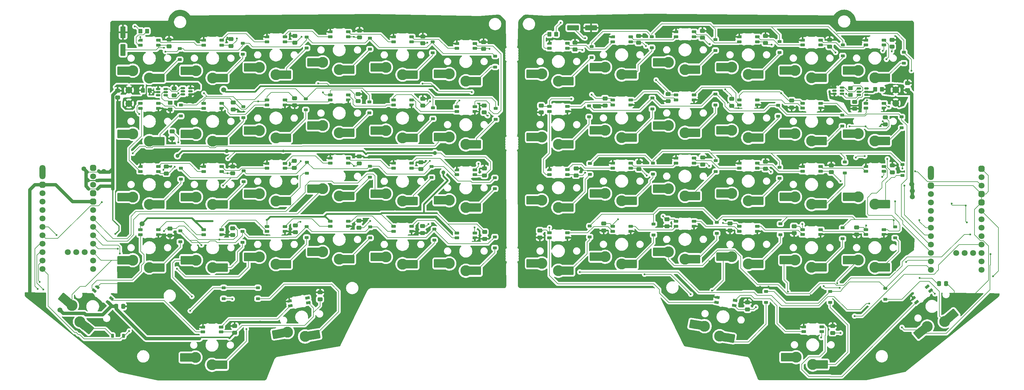
<source format=gbr>
%TF.GenerationSoftware,KiCad,Pcbnew,9.0.0*%
%TF.CreationDate,2026-01-24T15:45:23+11:00*%
%TF.ProjectId,Split Keyboard,53706c69-7420-44b6-9579-626f6172642e,rev?*%
%TF.SameCoordinates,Original*%
%TF.FileFunction,Copper,L2,Bot*%
%TF.FilePolarity,Positive*%
%FSLAX46Y46*%
G04 Gerber Fmt 4.6, Leading zero omitted, Abs format (unit mm)*
G04 Created by KiCad (PCBNEW 9.0.0) date 2026-01-24 15:45:23*
%MOMM*%
%LPD*%
G01*
G04 APERTURE LIST*
G04 Aperture macros list*
%AMRoundRect*
0 Rectangle with rounded corners*
0 $1 Rounding radius*
0 $2 $3 $4 $5 $6 $7 $8 $9 X,Y pos of 4 corners*
0 Add a 4 corners polygon primitive as box body*
4,1,4,$2,$3,$4,$5,$6,$7,$8,$9,$2,$3,0*
0 Add four circle primitives for the rounded corners*
1,1,$1+$1,$2,$3*
1,1,$1+$1,$4,$5*
1,1,$1+$1,$6,$7*
1,1,$1+$1,$8,$9*
0 Add four rect primitives between the rounded corners*
20,1,$1+$1,$2,$3,$4,$5,0*
20,1,$1+$1,$4,$5,$6,$7,0*
20,1,$1+$1,$6,$7,$8,$9,0*
20,1,$1+$1,$8,$9,$2,$3,0*%
%AMRotRect*
0 Rectangle, with rotation*
0 The origin of the aperture is its center*
0 $1 length*
0 $2 width*
0 $3 Rotation angle, in degrees counterclockwise*
0 Add horizontal line*
21,1,$1,$2,0,0,$3*%
%AMFreePoly0*
4,1,18,-0.410000,0.593000,-0.403758,0.624380,-0.385983,0.650983,-0.359380,0.668758,-0.328000,0.675000,0.328000,0.675000,0.359380,0.668758,0.385983,0.650983,0.403758,0.624380,0.410000,0.593000,0.410000,-0.593000,0.403758,-0.624380,0.385983,-0.650983,0.359380,-0.668758,0.328000,-0.675000,0.000000,-0.675000,-0.410000,-0.265000,-0.410000,0.593000,-0.410000,0.593000,$1*%
G04 Aperture macros list end*
%TA.AperFunction,ComponentPad*%
%ADD10C,1.800000*%
%TD*%
%TA.AperFunction,ComponentPad*%
%ADD11RoundRect,0.450000X0.450000X0.450000X-0.450000X0.450000X-0.450000X-0.450000X0.450000X-0.450000X0*%
%TD*%
%TA.AperFunction,ComponentPad*%
%ADD12O,1.800000X4.340000*%
%TD*%
%TA.AperFunction,SMDPad,CuDef*%
%ADD13RoundRect,0.250000X-0.475000X0.337500X-0.475000X-0.337500X0.475000X-0.337500X0.475000X0.337500X0*%
%TD*%
%TA.AperFunction,ComponentPad*%
%ADD14C,3.300000*%
%TD*%
%TA.AperFunction,SMDPad,CuDef*%
%ADD15R,1.200000X2.600000*%
%TD*%
%TA.AperFunction,SMDPad,CuDef*%
%ADD16RoundRect,0.260000X1.065000X1.040000X-1.065000X1.040000X-1.065000X-1.040000X1.065000X-1.040000X0*%
%TD*%
%TA.AperFunction,SMDPad,CuDef*%
%ADD17RoundRect,0.150000X-0.512500X-0.150000X0.512500X-0.150000X0.512500X0.150000X-0.512500X0.150000X0*%
%TD*%
%TA.AperFunction,SMDPad,CuDef*%
%ADD18RoundRect,0.082000X-0.593000X0.328000X-0.593000X-0.328000X0.593000X-0.328000X0.593000X0.328000X0*%
%TD*%
%TA.AperFunction,SMDPad,CuDef*%
%ADD19FreePoly0,270.000000*%
%TD*%
%TA.AperFunction,SMDPad,CuDef*%
%ADD20RoundRect,0.225000X-0.375000X0.225000X-0.375000X-0.225000X0.375000X-0.225000X0.375000X0.225000X0*%
%TD*%
%TA.AperFunction,SMDPad,CuDef*%
%ADD21RotRect,1.200000X2.600000X190.000000*%
%TD*%
%TA.AperFunction,SMDPad,CuDef*%
%ADD22RoundRect,0.260000X0.868226X1.209135X-1.229414X0.839265X-0.868226X-1.209135X1.229414X-0.839265X0*%
%TD*%
%TA.AperFunction,SMDPad,CuDef*%
%ADD23RotRect,1.200000X2.600000X10.000000*%
%TD*%
%TA.AperFunction,SMDPad,CuDef*%
%ADD24RoundRect,0.250000X0.475000X-0.337500X0.475000X0.337500X-0.475000X0.337500X-0.475000X-0.337500X0*%
%TD*%
%TA.AperFunction,SMDPad,CuDef*%
%ADD25RoundRect,0.250000X0.337500X0.475000X-0.337500X0.475000X-0.337500X-0.475000X0.337500X-0.475000X0*%
%TD*%
%TA.AperFunction,SMDPad,CuDef*%
%ADD26RoundRect,0.250000X0.450000X-0.350000X0.450000X0.350000X-0.450000X0.350000X-0.450000X-0.350000X0*%
%TD*%
%TA.AperFunction,SMDPad,CuDef*%
%ADD27RoundRect,0.082000X0.593000X-0.328000X0.593000X0.328000X-0.593000X0.328000X-0.593000X-0.328000X0*%
%TD*%
%TA.AperFunction,SMDPad,CuDef*%
%ADD28FreePoly0,90.000000*%
%TD*%
%TA.AperFunction,SMDPad,CuDef*%
%ADD29RoundRect,0.225000X0.225000X0.375000X-0.225000X0.375000X-0.225000X-0.375000X0.225000X-0.375000X0*%
%TD*%
%TA.AperFunction,SMDPad,CuDef*%
%ADD30C,2.000000*%
%TD*%
%TA.AperFunction,SMDPad,CuDef*%
%ADD31RotRect,1.200000X2.600000X140.000000*%
%TD*%
%TA.AperFunction,SMDPad,CuDef*%
%ADD32RoundRect,0.260000X1.484336X0.112117X-0.147338X1.481255X-1.484336X-0.112117X0.147338X-1.481255X0*%
%TD*%
%TA.AperFunction,SMDPad,CuDef*%
%ADD33RotRect,1.200000X2.600000X320.000000*%
%TD*%
%TA.AperFunction,SMDPad,CuDef*%
%ADD34RoundRect,0.082000X-0.527034X0.425990X-0.640948X-0.220044X0.527034X-0.425990X0.640948X0.220044X0*%
%TD*%
%TA.AperFunction,SMDPad,CuDef*%
%ADD35FreePoly0,260.000000*%
%TD*%
%TA.AperFunction,SMDPad,CuDef*%
%ADD36RoundRect,0.250000X0.550000X-1.500000X0.550000X1.500000X-0.550000X1.500000X-0.550000X-1.500000X0*%
%TD*%
%TA.AperFunction,SMDPad,CuDef*%
%ADD37RotRect,1.200000X2.600000X170.000000*%
%TD*%
%TA.AperFunction,SMDPad,CuDef*%
%ADD38RoundRect,0.260000X1.229414X0.839265X-0.868226X1.209135X-1.229414X-0.839265X0.868226X-1.209135X0*%
%TD*%
%TA.AperFunction,SMDPad,CuDef*%
%ADD39RotRect,1.200000X2.600000X350.000000*%
%TD*%
%TA.AperFunction,SMDPad,CuDef*%
%ADD40RoundRect,0.250000X0.350000X0.450000X-0.350000X0.450000X-0.350000X-0.450000X0.350000X-0.450000X0*%
%TD*%
%TA.AperFunction,SMDPad,CuDef*%
%ADD41RoundRect,0.082000X-0.640948X0.220044X-0.527034X-0.425990X0.640948X-0.220044X0.527034X0.425990X0*%
%TD*%
%TA.AperFunction,SMDPad,CuDef*%
%ADD42FreePoly0,280.000000*%
%TD*%
%TA.AperFunction,SMDPad,CuDef*%
%ADD43RotRect,1.200000X2.600000X220.000000*%
%TD*%
%TA.AperFunction,SMDPad,CuDef*%
%ADD44RoundRect,0.260000X0.147338X1.481255X-1.484336X0.112117X-0.147338X-1.481255X1.484336X-0.112117X0*%
%TD*%
%TA.AperFunction,SMDPad,CuDef*%
%ADD45RotRect,1.200000X2.600000X40.000000*%
%TD*%
%TA.AperFunction,SMDPad,CuDef*%
%ADD46RoundRect,0.250000X-0.350000X-0.450000X0.350000X-0.450000X0.350000X0.450000X-0.350000X0.450000X0*%
%TD*%
%TA.AperFunction,SMDPad,CuDef*%
%ADD47RoundRect,0.082000X-0.243430X0.632436X-0.665099X0.129910X0.243430X-0.632436X0.665099X-0.129910X0*%
%TD*%
%TA.AperFunction,SMDPad,CuDef*%
%ADD48FreePoly0,230.000000*%
%TD*%
%TA.AperFunction,SMDPad,CuDef*%
%ADD49RoundRect,0.082000X-0.665099X-0.129910X-0.243430X-0.632436X0.665099X0.129910X0.243430X0.632436X0*%
%TD*%
%TA.AperFunction,SMDPad,CuDef*%
%ADD50FreePoly0,310.000000*%
%TD*%
%TA.AperFunction,SMDPad,CuDef*%
%ADD51RoundRect,0.250000X-1.500000X-0.550000X1.500000X-0.550000X1.500000X0.550000X-1.500000X0.550000X0*%
%TD*%
%TA.AperFunction,SMDPad,CuDef*%
%ADD52RoundRect,0.150000X0.512500X0.150000X-0.512500X0.150000X-0.512500X-0.150000X0.512500X-0.150000X0*%
%TD*%
%TA.AperFunction,ViaPad*%
%ADD53C,0.600000*%
%TD*%
%TA.AperFunction,ViaPad*%
%ADD54C,1.500000*%
%TD*%
%TA.AperFunction,ViaPad*%
%ADD55C,1.300000*%
%TD*%
%TA.AperFunction,ViaPad*%
%ADD56C,1.200000*%
%TD*%
%TA.AperFunction,ViaPad*%
%ADD57C,1.400000*%
%TD*%
%TA.AperFunction,ViaPad*%
%ADD58C,0.800000*%
%TD*%
%TA.AperFunction,Conductor*%
%ADD59C,0.200000*%
%TD*%
%TA.AperFunction,Conductor*%
%ADD60C,1.000000*%
%TD*%
%TA.AperFunction,Conductor*%
%ADD61C,0.700000*%
%TD*%
%TA.AperFunction,Conductor*%
%ADD62C,0.400000*%
%TD*%
%TA.AperFunction,Conductor*%
%ADD63C,0.300000*%
%TD*%
%TA.AperFunction,Conductor*%
%ADD64C,0.600000*%
%TD*%
%TA.AperFunction,Conductor*%
%ADD65C,0.500000*%
%TD*%
G04 APERTURE END LIST*
D10*
%TO.P,U9,1,P0.06*%
%TO.N,unconnected-(U9-P0.06-Pad1)*%
X47310000Y-70150000D03*
%TO.P,U9,2,P0.08*%
%TO.N,/Left/LED_DIN*%
X47310000Y-72690000D03*
D11*
%TO.P,U9,3,GND*%
%TO.N,GND*%
X47310000Y-75230000D03*
%TO.P,U9,4,GND*%
X47310000Y-77770000D03*
D10*
%TO.P,U9,5,P0.17*%
%TO.N,/Left/COL0*%
X47310000Y-80310000D03*
%TO.P,U9,6,P0.20*%
%TO.N,/Left/COL1*%
X47310000Y-82850000D03*
%TO.P,U9,7,P0.22*%
%TO.N,/Left/COL2*%
X47310000Y-85390000D03*
%TO.P,U9,8,P0.24*%
%TO.N,/Left/COL3*%
X47310000Y-87930000D03*
%TO.P,U9,9,P1.00*%
%TO.N,/Left/COL4*%
X47310000Y-90470000D03*
%TO.P,U9,10,P0.11*%
%TO.N,/Left/COL5*%
X47310000Y-93010000D03*
%TO.P,U9,11,P1.04-LF*%
%TO.N,unconnected-(U9-P1.04-LF-Pad11)*%
X47310000Y-95550000D03*
%TO.P,U9,12,P1.06-LF*%
%TO.N,unconnected-(U9-P1.06-LF-Pad12)*%
X47310000Y-98090000D03*
D12*
%TO.P,U9,13,BAT+*%
%TO.N,+BATT*%
X32070000Y-68880000D03*
D11*
%TO.P,U9,14,GND*%
%TO.N,GND*%
X32070000Y-72690000D03*
D10*
%TO.P,U9,15,RST*%
%TO.N,unconnected-(U9-RST-Pad15)*%
X32070000Y-75230000D03*
%TO.P,U9,16,3V3*%
%TO.N,unconnected-(U9-3V3-Pad16)*%
X32070000Y-77770000D03*
%TO.P,U9,17,P0.31-LF*%
%TO.N,unconnected-(U9-P0.31-LF-Pad17)*%
X32070000Y-80310000D03*
%TO.P,U9,18,P0.29-LF*%
%TO.N,unconnected-(U9-P0.29-LF-Pad18)*%
X32070000Y-82850000D03*
%TO.P,U9,19,P0.02-LF*%
%TO.N,/Left/BAT_SENSE*%
X32070000Y-85390000D03*
%TO.P,U9,20,P1.15-LF*%
%TO.N,/Left/ROW0*%
X32070000Y-87930000D03*
%TO.P,U9,21,P1.13-LF*%
%TO.N,/Left/ROW1*%
X32070000Y-90470000D03*
%TO.P,U9,22,P1.11-LF*%
%TO.N,/Left/ROW2*%
X32070000Y-93010000D03*
%TO.P,U9,23,P0.10-LF*%
%TO.N,/Left/ROW3*%
X32070000Y-95550000D03*
%TO.P,U9,24,P0.09-LF*%
%TO.N,/Left/ROW4*%
X32070000Y-98090000D03*
%TO.P,U9,25,P1.01-LF*%
%TO.N,unconnected-(U9-P1.01-LF-Pad25)*%
X44770000Y-93010000D03*
%TO.P,U9,26,P1.02-LF*%
%TO.N,unconnected-(U9-P1.02-LF-Pad26)*%
X42230000Y-93010000D03*
%TO.P,U9,27,P1.07-LF*%
%TO.N,unconnected-(U9-P1.07-LF-Pad27)*%
X39690000Y-93010000D03*
D11*
%TO.P,U9,28,GND*%
%TO.N,GND*%
X47310000Y-67610000D03*
D10*
%TO.P,U9,29,BAT+*%
%TO.N,+BATT*%
X32070000Y-67610000D03*
%TD*%
D13*
%TO.P,C30,1*%
%TO.N,GND*%
X211570000Y-65850000D03*
%TO.P,C30,2*%
%TO.N,+5V*%
X211570000Y-67925000D03*
%TD*%
D14*
%TO.P,SW31,1,1*%
%TO.N,/Left/COL3*%
X97337218Y-94400000D03*
D15*
X95787218Y-94400000D03*
D16*
X94092218Y-94400000D03*
%TO.P,SW31,2,2*%
%TO.N,Net-(D31-A)*%
X105582218Y-96600000D03*
D15*
X103887218Y-96600000D03*
D14*
X102337218Y-96600000D03*
%TD*%
D17*
%TO.P,U6,1,S1*%
%TO.N,-BATT*%
X270407500Y-45225000D03*
%TO.P,U6,2,D12*%
%TO.N,unconnected-(U6-D12-Pad2)*%
X270407500Y-44275000D03*
%TO.P,U6,3,S2*%
%TO.N,GND*%
X270407500Y-43325000D03*
%TO.P,U6,4,G2*%
%TO.N,Net-(U4-OC)*%
X272682500Y-43325000D03*
%TO.P,U6,5,D12*%
%TO.N,unconnected-(U6-D12-Pad5)*%
X272682500Y-44275000D03*
%TO.P,U6,6,G1*%
%TO.N,Net-(U4-OD)*%
X272682500Y-45225000D03*
%TD*%
D18*
%TO.P,LED26,1,VDD*%
%TO.N,+5V*%
X86012218Y-68650000D03*
%TO.P,LED26,2,DOUT*%
%TO.N,Net-(LED26-DOUT)*%
X86012218Y-67150000D03*
%TO.P,LED26,3,DIN*%
%TO.N,Net-(LED25-DOUT)*%
X80562218Y-68650000D03*
D19*
%TO.P,LED26,4,VSS*%
%TO.N,GND*%
X80562218Y-67150000D03*
%TD*%
D20*
%TO.P,D8,1,K*%
%TO.N,/Right/ROW0*%
X253945000Y-29450000D03*
%TO.P,D8,2,A*%
%TO.N,Net-(D8-A)*%
X253945000Y-32750000D03*
%TD*%
D18*
%TO.P,LED3,1,VDD*%
%TO.N,+5V*%
X86012218Y-30550000D03*
%TO.P,LED3,2,DOUT*%
%TO.N,Net-(LED3-DOUT)*%
X86012218Y-29050000D03*
%TO.P,LED3,3,DIN*%
%TO.N,Net-(LED1-DOUT)*%
X80562218Y-30550000D03*
D19*
%TO.P,LED3,4,VSS*%
%TO.N,GND*%
X80562218Y-29050000D03*
%TD*%
D13*
%TO.P,C36,1*%
%TO.N,GND*%
X89270000Y-67130000D03*
%TO.P,C36,2*%
%TO.N,+5V*%
X89270000Y-69205000D03*
%TD*%
D20*
%TO.P,D12,1,K*%
%TO.N,/Right/ROW0*%
X291320000Y-32675000D03*
%TO.P,D12,2,A*%
%TO.N,Net-(D12-A)*%
X291320000Y-35975000D03*
%TD*%
D13*
%TO.P,C28,1*%
%TO.N,GND*%
X249670000Y-65750000D03*
%TO.P,C28,2*%
%TO.N,+5V*%
X249670000Y-67825000D03*
%TD*%
D14*
%TO.P,SW3,1,1*%
%TO.N,/Left/COL1*%
X135437218Y-37250000D03*
D15*
X133887218Y-37250000D03*
D16*
X132192218Y-37250000D03*
%TO.P,SW3,2,2*%
%TO.N,Net-(D3-A)*%
X143682218Y-39450000D03*
D15*
X141987218Y-39450000D03*
D14*
X140437218Y-39450000D03*
%TD*%
%TO.P,SW35,1,1*%
%TO.N,/Left/COL5*%
X59237218Y-95400000D03*
D15*
X57687218Y-95400000D03*
D16*
X55992218Y-95400000D03*
%TO.P,SW35,2,2*%
%TO.N,Net-(D35-A)*%
X67482218Y-97600000D03*
D15*
X65787218Y-97600000D03*
D14*
X64237218Y-97600000D03*
%TD*%
D13*
%TO.P,C42,1*%
%TO.N,GND*%
X287870000Y-66850000D03*
%TO.P,C42,2*%
%TO.N,+5V*%
X287870000Y-68925000D03*
%TD*%
%TO.P,C39,1*%
%TO.N,GND*%
X269870000Y-115250000D03*
%TO.P,C39,2*%
%TO.N,+5V*%
X269870000Y-117325000D03*
%TD*%
%TO.P,C61,1*%
%TO.N,GND*%
X127460000Y-26142500D03*
%TO.P,C61,2*%
%TO.N,+5V*%
X127460000Y-28217500D03*
%TD*%
%TO.P,C66,1*%
%TO.N,GND*%
X230770000Y-64450000D03*
%TO.P,C66,2*%
%TO.N,+5V*%
X230770000Y-66525000D03*
%TD*%
D20*
%TO.P,D21,1,K*%
%TO.N,/Right/ROW1*%
X234620000Y-45300000D03*
%TO.P,D21,2,A*%
%TO.N,Net-(D21-A)*%
X234620000Y-48600000D03*
%TD*%
D14*
%TO.P,SW45,1,1*%
%TO.N,/Right/COL4*%
X258545000Y-95375000D03*
D15*
X256995000Y-95375000D03*
D16*
X255300000Y-95375000D03*
%TO.P,SW45,2,2*%
%TO.N,Net-(D45-A)*%
X266790000Y-97575000D03*
D15*
X265095000Y-97575000D03*
D14*
X263545000Y-97575000D03*
%TD*%
%TO.P,SW53,1,1*%
%TO.N,/Left/COL3*%
X105810700Y-117116335D03*
D21*
X104284248Y-117385490D03*
D22*
X102614999Y-117679823D03*
%TO.P,SW53,2,2*%
%TO.N,Net-(D53-A)*%
X114312465Y-117851182D03*
D23*
X112643216Y-118145517D03*
D14*
X111116765Y-118414671D03*
%TD*%
D13*
%TO.P,C56,1*%
%TO.N,GND*%
X269470000Y-66775000D03*
%TO.P,C56,2*%
%TO.N,+5V*%
X269470000Y-68850000D03*
%TD*%
D14*
%TO.P,SW19,1,1*%
%TO.N,/Right/COL0*%
X182345000Y-58275000D03*
D15*
X180795000Y-58275000D03*
D16*
X179100000Y-58275000D03*
%TO.P,SW19,2,2*%
%TO.N,Net-(D19-A)*%
X190590000Y-60475000D03*
D15*
X188895000Y-60475000D03*
D14*
X187345000Y-60475000D03*
%TD*%
D13*
%TO.P,C25,1*%
%TO.N,GND*%
X146550000Y-46745000D03*
%TO.P,C25,2*%
%TO.N,+5V*%
X146550000Y-48820000D03*
%TD*%
D20*
%TO.P,D27,1,K*%
%TO.N,/Left/ROW3*%
X150000000Y-86050000D03*
%TO.P,D27,2,A*%
%TO.N,Net-(D27-A)*%
X150000000Y-89350000D03*
%TD*%
D24*
%TO.P,C41,1*%
%TO.N,GND*%
X200970000Y-86450000D03*
%TO.P,C41,2*%
%TO.N,+5V*%
X200970000Y-84375000D03*
%TD*%
%TO.P,C11,1*%
%TO.N,GND*%
X146460000Y-87195000D03*
%TO.P,C11,2*%
%TO.N,+5V*%
X146460000Y-85120000D03*
%TD*%
D14*
%TO.P,SW34,1,1*%
%TO.N,/Left/COL4*%
X78287218Y-76350000D03*
D15*
X76737218Y-76350000D03*
D16*
X75042218Y-76350000D03*
%TO.P,SW34,2,2*%
%TO.N,Net-(D34-A)*%
X86532218Y-78550000D03*
D15*
X84837218Y-78550000D03*
D14*
X83287218Y-78550000D03*
%TD*%
D20*
%TO.P,D19,1,K*%
%TO.N,/Right/ROW1*%
X196570000Y-48900000D03*
%TO.P,D19,2,A*%
%TO.N,Net-(D19-A)*%
X196570000Y-52200000D03*
%TD*%
D25*
%TO.P,C53,1*%
%TO.N,GND*%
X304007500Y-102450000D03*
%TO.P,C53,2*%
%TO.N,+5V*%
X301932500Y-102450000D03*
%TD*%
D20*
%TO.P,D52,1,K*%
%TO.N,/Right/ROW4*%
X269170000Y-104800000D03*
%TO.P,D52,2,A*%
%TO.N,Net-(D52-A)*%
X269170000Y-108100000D03*
%TD*%
D14*
%TO.P,SW12,1,1*%
%TO.N,/Right/COL5*%
X277595000Y-38225000D03*
D15*
X276045000Y-38225000D03*
D16*
X274350000Y-38225000D03*
%TO.P,SW12,2,2*%
%TO.N,Net-(D12-A)*%
X285840000Y-40425000D03*
D15*
X284145000Y-40425000D03*
D14*
X282595000Y-40425000D03*
%TD*%
D26*
%TO.P,R8,1*%
%TO.N,GND*%
X275270000Y-45575000D03*
%TO.P,R8,2*%
%TO.N,Net-(U4-CS)*%
X275270000Y-43575000D03*
%TD*%
D14*
%TO.P,SW27,1,1*%
%TO.N,/Left/COL1*%
X135437218Y-94400000D03*
D15*
X133887218Y-94400000D03*
D16*
X132192218Y-94400000D03*
%TO.P,SW27,2,2*%
%TO.N,Net-(D27-A)*%
X143682218Y-96600000D03*
D15*
X141987218Y-96600000D03*
D14*
X140437218Y-96600000D03*
%TD*%
%TO.P,SW47,1,1*%
%TO.N,/Right/COL5*%
X277595000Y-95375000D03*
D15*
X276045000Y-95375000D03*
D16*
X274350000Y-95375000D03*
%TO.P,SW47,2,2*%
%TO.N,Net-(D47-A)*%
X285840000Y-97575000D03*
D15*
X284145000Y-97575000D03*
D14*
X282595000Y-97575000D03*
%TD*%
%TO.P,SW32,1,1*%
%TO.N,/Left/COL3*%
X97337218Y-75350000D03*
D15*
X95787218Y-75350000D03*
D16*
X94092218Y-75350000D03*
%TO.P,SW32,2,2*%
%TO.N,Net-(D32-A)*%
X105582218Y-77550000D03*
D15*
X103887218Y-77550000D03*
D14*
X102337218Y-77550000D03*
%TD*%
D27*
%TO.P,LED45,1,VDD*%
%TO.N,+5V*%
X222720000Y-83675000D03*
%TO.P,LED45,2,DOUT*%
%TO.N,Net-(LED44-DIN)*%
X222720000Y-85175000D03*
%TO.P,LED45,3,DIN*%
%TO.N,Net-(LED45-DIN)*%
X228170000Y-83675000D03*
D28*
%TO.P,LED45,4,VSS*%
%TO.N,GND*%
X228170000Y-85175000D03*
%TD*%
D27*
%TO.P,LED40,1,VDD*%
%TO.N,+5V*%
X118662218Y-83700000D03*
%TO.P,LED40,2,DOUT*%
%TO.N,Net-(LED39-DIN)*%
X118662218Y-85200000D03*
%TO.P,LED40,3,DIN*%
%TO.N,Net-(LED40-DIN)*%
X124112218Y-83700000D03*
D28*
%TO.P,LED40,4,VSS*%
%TO.N,GND*%
X124112218Y-85200000D03*
%TD*%
D20*
%TO.P,D23,1,K*%
%TO.N,/Right/ROW1*%
X272820000Y-51700000D03*
%TO.P,D23,2,A*%
%TO.N,Net-(D23-A)*%
X272820000Y-55000000D03*
%TD*%
%TO.P,D34,1,K*%
%TO.N,/Left/ROW2*%
X92600000Y-68450000D03*
%TO.P,D34,2,A*%
%TO.N,Net-(D34-A)*%
X92600000Y-71750000D03*
%TD*%
D13*
%TO.P,C49,1*%
%TO.N,GND*%
X164840000Y-29615000D03*
%TO.P,C49,2*%
%TO.N,+5V*%
X164840000Y-31690000D03*
%TD*%
D18*
%TO.P,LED9,1,VDD*%
%TO.N,+5V*%
X143162218Y-29550000D03*
%TO.P,LED9,2,DOUT*%
%TO.N,Net-(LED11-DIN)*%
X143162218Y-28050000D03*
%TO.P,LED9,3,DIN*%
%TO.N,Net-(LED7-DOUT)*%
X137712218Y-29550000D03*
D19*
%TO.P,LED9,4,VSS*%
%TO.N,GND*%
X137712218Y-28050000D03*
%TD*%
D29*
%TO.P,D49,1,K*%
%TO.N,/Left/ROW4*%
X56450000Y-118200000D03*
%TO.P,D49,2,A*%
%TO.N,Net-(D49-A)*%
X53150000Y-118200000D03*
%TD*%
D30*
%TO.P,TP3,1,1*%
%TO.N,-BATT*%
X58100000Y-48150000D03*
%TD*%
D27*
%TO.P,LED20,1,VDD*%
%TO.N,+5V*%
X203670000Y-47075000D03*
%TO.P,LED20,2,DOUT*%
%TO.N,Net-(LED19-DIN)*%
X203670000Y-48575000D03*
%TO.P,LED20,3,DIN*%
%TO.N,Net-(LED20-DIN)*%
X209120000Y-47075000D03*
D28*
%TO.P,LED20,4,VSS*%
%TO.N,GND*%
X209120000Y-48575000D03*
%TD*%
D27*
%TO.P,LED47,1,VDD*%
%TO.N,+5V*%
X260820000Y-86175000D03*
%TO.P,LED47,2,DOUT*%
%TO.N,Net-(LED46-DIN)*%
X260820000Y-87675000D03*
%TO.P,LED47,3,DIN*%
%TO.N,Net-(LED47-DIN)*%
X266270000Y-86175000D03*
D28*
%TO.P,LED47,4,VSS*%
%TO.N,GND*%
X266270000Y-87675000D03*
%TD*%
D14*
%TO.P,SW9,1,1*%
%TO.N,/Left/COL4*%
X78287218Y-38250000D03*
D15*
X76737218Y-38250000D03*
D16*
X75042218Y-38250000D03*
%TO.P,SW9,2,2*%
%TO.N,Net-(D9-A)*%
X86532218Y-40450000D03*
D15*
X84837218Y-40450000D03*
D14*
X83287218Y-40450000D03*
%TD*%
D13*
%TO.P,C51,1*%
%TO.N,GND*%
X192670000Y-67750000D03*
%TO.P,C51,2*%
%TO.N,+5V*%
X192670000Y-69825000D03*
%TD*%
D18*
%TO.P,LED1,1,VDD*%
%TO.N,+5V*%
X66962218Y-30550000D03*
%TO.P,LED1,2,DOUT*%
%TO.N,Net-(LED1-DOUT)*%
X66962218Y-29050000D03*
%TO.P,LED1,3,DIN*%
%TO.N,Net-(LED1-DIN)*%
X61512218Y-30550000D03*
D19*
%TO.P,LED1,4,VSS*%
%TO.N,GND*%
X61512218Y-29050000D03*
%TD*%
D14*
%TO.P,SW49,1,1*%
%TO.N,/Left/COL5*%
X40959324Y-109058730D03*
D31*
X39771956Y-108062408D03*
D32*
X38473510Y-106972881D03*
%TO.P,SW49,2,2*%
%TO.N,Net-(D49-A)*%
X45861229Y-116043810D03*
D33*
X44562782Y-114954285D03*
D14*
X43375414Y-113957965D03*
%TD*%
D18*
%TO.P,LED36,1,VDD*%
%TO.N,+5V*%
X285320000Y-68625000D03*
%TO.P,LED36,2,DOUT*%
%TO.N,Net-(LED36-DOUT)*%
X285320000Y-67125000D03*
%TO.P,LED36,3,DIN*%
%TO.N,Net-(LED35-DOUT)*%
X279870000Y-68625000D03*
D19*
%TO.P,LED36,4,VSS*%
%TO.N,GND*%
X279870000Y-67125000D03*
%TD*%
D14*
%TO.P,SW17,1,1*%
%TO.N,/Left/COL4*%
X78287218Y-57300000D03*
D15*
X76737218Y-57300000D03*
D16*
X75042218Y-57300000D03*
%TO.P,SW17,2,2*%
%TO.N,Net-(D17-A)*%
X86532218Y-59500000D03*
D15*
X84837218Y-59500000D03*
D14*
X83287218Y-59500000D03*
%TD*%
D18*
%TO.P,LED7,1,VDD*%
%TO.N,+5V*%
X124112218Y-28050000D03*
%TO.P,LED7,2,DOUT*%
%TO.N,Net-(LED7-DOUT)*%
X124112218Y-26550000D03*
%TO.P,LED7,3,DIN*%
%TO.N,Net-(LED5-DOUT)*%
X118662218Y-28050000D03*
D19*
%TO.P,LED7,4,VSS*%
%TO.N,GND*%
X118662218Y-26550000D03*
%TD*%
D17*
%TO.P,U4,1,OD*%
%TO.N,Net-(U4-OD)*%
X277795000Y-45550000D03*
%TO.P,U4,2,CS*%
%TO.N,Net-(U4-CS)*%
X277795000Y-44600000D03*
%TO.P,U4,3,OC*%
%TO.N,Net-(U4-OC)*%
X277795000Y-43650000D03*
%TO.P,U4,4,TD*%
%TO.N,unconnected-(U4-TD-Pad4)*%
X280070000Y-43650000D03*
%TO.P,U4,5,VCC*%
%TO.N,Net-(U4-VCC)*%
X280070000Y-44600000D03*
%TO.P,U4,6,GND*%
%TO.N,-BATT*%
X280070000Y-45550000D03*
%TD*%
D20*
%TO.P,D42,1,K*%
%TO.N,/Right/ROW2*%
X234720000Y-65350000D03*
%TO.P,D42,2,A*%
%TO.N,Net-(D42-A)*%
X234720000Y-68650000D03*
%TD*%
D18*
%TO.P,LED32,1,VDD*%
%TO.N,+5V*%
X209120000Y-67625000D03*
%TO.P,LED32,2,DOUT*%
%TO.N,Net-(LED32-DOUT)*%
X209120000Y-66125000D03*
%TO.P,LED32,3,DIN*%
%TO.N,Net-(LED31-DOUT)*%
X203670000Y-67625000D03*
D19*
%TO.P,LED32,4,VSS*%
%TO.N,GND*%
X203670000Y-66125000D03*
%TD*%
D13*
%TO.P,C38,1*%
%TO.N,GND*%
X127380000Y-64115000D03*
%TO.P,C38,2*%
%TO.N,+5V*%
X127380000Y-66190000D03*
%TD*%
D20*
%TO.P,D30,1,K*%
%TO.N,/Left/ROW2*%
X130600000Y-67050000D03*
%TO.P,D30,2,A*%
%TO.N,Net-(D30-A)*%
X130600000Y-70350000D03*
%TD*%
%TO.P,D14,1,K*%
%TO.N,/Left/ROW1*%
X149600000Y-49450000D03*
%TO.P,D14,2,A*%
%TO.N,Net-(D14-A)*%
X149600000Y-52750000D03*
%TD*%
%TO.P,D26,1,K*%
%TO.N,/Left/ROW2*%
X168200000Y-70550000D03*
%TO.P,D26,2,A*%
%TO.N,Net-(D26-A)*%
X168200000Y-73850000D03*
%TD*%
D34*
%TO.P,LED58,1,VDD*%
%TO.N,+5V*%
X240276730Y-109048594D03*
%TO.P,LED58,2,DOUT*%
%TO.N,Net-(LED58-DOUT)*%
X240537202Y-107571382D03*
%TO.P,LED58,3,DIN*%
%TO.N,Net-(LED43-DOUT)*%
X234909528Y-108102212D03*
D35*
%TO.P,LED58,4,VSS*%
%TO.N,GND*%
X235170000Y-106625000D03*
%TD*%
D24*
%TO.P,C27,1*%
%TO.N,GND*%
X181770000Y-88550000D03*
%TO.P,C27,2*%
%TO.N,+5V*%
X181770000Y-86475000D03*
%TD*%
D14*
%TO.P,SW29,1,1*%
%TO.N,/Left/COL2*%
X116387218Y-92900000D03*
D15*
X114837218Y-92900000D03*
D16*
X113142218Y-92900000D03*
%TO.P,SW29,2,2*%
%TO.N,Net-(D29-A)*%
X124632218Y-95100000D03*
D15*
X122937218Y-95100000D03*
D14*
X121387218Y-95100000D03*
%TD*%
D18*
%TO.P,LED25,1,VDD*%
%TO.N,+5V*%
X66962218Y-68650000D03*
%TO.P,LED25,2,DOUT*%
%TO.N,Net-(LED25-DOUT)*%
X66962218Y-67150000D03*
%TO.P,LED25,3,DIN*%
%TO.N,Net-(LED13-DOUT)*%
X61512218Y-68650000D03*
D19*
%TO.P,LED25,4,VSS*%
%TO.N,GND*%
X61512218Y-67150000D03*
%TD*%
D14*
%TO.P,SW44,1,1*%
%TO.N,/Right/COL3*%
X239495000Y-75325000D03*
D15*
X237945000Y-75325000D03*
D16*
X236250000Y-75325000D03*
%TO.P,SW44,2,2*%
%TO.N,Net-(D44-A)*%
X247740000Y-77525000D03*
D15*
X246045000Y-77525000D03*
D14*
X244495000Y-77525000D03*
%TD*%
D36*
%TO.P,C57,1*%
%TO.N,+5V*%
X56320000Y-32050000D03*
%TO.P,C57,2*%
%TO.N,GND*%
X56320000Y-26650000D03*
%TD*%
D13*
%TO.P,C2,1*%
%TO.N,Net-(U4-VCC)*%
X276495000Y-47675000D03*
%TO.P,C2,2*%
%TO.N,-BATT*%
X276495000Y-49750000D03*
%TD*%
%TO.P,C32,1*%
%TO.N,GND*%
X230670000Y-26250000D03*
%TO.P,C32,2*%
%TO.N,+5V*%
X230670000Y-28325000D03*
%TD*%
D18*
%TO.P,LED11,1,VDD*%
%TO.N,+5V*%
X162212218Y-31550000D03*
%TO.P,LED11,2,DOUT*%
%TO.N,Net-(LED11-DOUT)*%
X162212218Y-30050000D03*
%TO.P,LED11,3,DIN*%
%TO.N,Net-(LED11-DIN)*%
X156762218Y-31550000D03*
D19*
%TO.P,LED11,4,VSS*%
%TO.N,GND*%
X156762218Y-30050000D03*
%TD*%
D14*
%TO.P,SW54,1,1*%
%TO.N,/Right/COL3*%
X231330992Y-115293248D03*
D37*
X229804542Y-115024094D03*
D38*
X228135290Y-114729760D03*
%TO.P,SW54,2,2*%
%TO.N,Net-(D54-A)*%
X239068706Y-118891552D03*
D39*
X237399456Y-118597221D03*
D14*
X235873004Y-118328066D03*
%TD*%
%TO.P,SW14,1,1*%
%TO.N,/Left/COL1*%
X135437218Y-56300000D03*
D15*
X133887218Y-56300000D03*
D16*
X132192218Y-56300000D03*
%TO.P,SW14,2,2*%
%TO.N,Net-(D14-A)*%
X143682218Y-58500000D03*
D15*
X141987218Y-58500000D03*
D14*
X140437218Y-58500000D03*
%TD*%
D27*
%TO.P,LED44,1,VDD*%
%TO.N,+5V*%
X203670000Y-85175000D03*
%TO.P,LED44,2,DOUT*%
%TO.N,Net-(LED43-DIN)*%
X203670000Y-86675000D03*
%TO.P,LED44,3,DIN*%
%TO.N,Net-(LED44-DIN)*%
X209120000Y-85175000D03*
D28*
%TO.P,LED44,4,VSS*%
%TO.N,GND*%
X209120000Y-86675000D03*
%TD*%
D14*
%TO.P,SW4,1,1*%
%TO.N,/Right/COL1*%
X201395000Y-37225000D03*
D15*
X199845000Y-37225000D03*
D16*
X198150000Y-37225000D03*
%TO.P,SW4,2,2*%
%TO.N,Net-(D4-A)*%
X209640000Y-39425000D03*
D15*
X207945000Y-39425000D03*
D14*
X206395000Y-39425000D03*
%TD*%
D24*
%TO.P,C15,1*%
%TO.N,GND*%
X165140000Y-88957500D03*
%TO.P,C15,2*%
%TO.N,+5V*%
X165140000Y-86882500D03*
%TD*%
D14*
%TO.P,SW1,1,1*%
%TO.N,/Left/COL0*%
X154487218Y-39250000D03*
D15*
X152937218Y-39250000D03*
D16*
X151242218Y-39250000D03*
%TO.P,SW1,2,2*%
%TO.N,Net-(D1-A)*%
X162732218Y-41450000D03*
D15*
X161037218Y-41450000D03*
D14*
X159487218Y-41450000D03*
%TD*%
D20*
%TO.P,D44,1,K*%
%TO.N,/Right/ROW2*%
X253895000Y-67400000D03*
%TO.P,D44,2,A*%
%TO.N,Net-(D44-A)*%
X253895000Y-70700000D03*
%TD*%
D13*
%TO.P,C9,1*%
%TO.N,GND*%
X70200000Y-28852500D03*
%TO.P,C9,2*%
%TO.N,+5V*%
X70200000Y-30927500D03*
%TD*%
D20*
%TO.P,D15,1,K*%
%TO.N,/Left/ROW1*%
X130500000Y-47650000D03*
%TO.P,D15,2,A*%
%TO.N,Net-(D15-A)*%
X130500000Y-50950000D03*
%TD*%
D14*
%TO.P,SW18,1,1*%
%TO.N,/Left/COL5*%
X59237218Y-57300000D03*
D15*
X57687218Y-57300000D03*
D16*
X55992218Y-57300000D03*
%TO.P,SW18,2,2*%
%TO.N,Net-(D18-A)*%
X67482218Y-59500000D03*
D15*
X65787218Y-59500000D03*
D14*
X64237218Y-59500000D03*
%TD*%
D24*
%TO.P,C22,1*%
%TO.N,GND*%
X89480000Y-49940000D03*
%TO.P,C22,2*%
%TO.N,+5V*%
X89480000Y-47865000D03*
%TD*%
%TO.P,C67,1*%
%TO.N,GND*%
X239470000Y-48850000D03*
%TO.P,C67,2*%
%TO.N,+5V*%
X239470000Y-46775000D03*
%TD*%
D20*
%TO.P,D22,1,K*%
%TO.N,/Right/ROW1*%
X253495000Y-48675000D03*
%TO.P,D22,2,A*%
%TO.N,Net-(D22-A)*%
X253495000Y-51975000D03*
%TD*%
D27*
%TO.P,LED48,1,VDD*%
%TO.N,+5V*%
X279870000Y-86175000D03*
%TO.P,LED48,2,DOUT*%
%TO.N,Net-(LED47-DIN)*%
X279870000Y-87675000D03*
%TO.P,LED48,3,DIN*%
%TO.N,Net-(LED36-DOUT)*%
X285320000Y-86175000D03*
D28*
%TO.P,LED48,4,VSS*%
%TO.N,GND*%
X285320000Y-87675000D03*
%TD*%
D14*
%TO.P,SW13,1,1*%
%TO.N,/Left/COL0*%
X154487218Y-58300000D03*
D15*
X152937218Y-58300000D03*
D16*
X151242218Y-58300000D03*
%TO.P,SW13,2,2*%
%TO.N,Net-(D13-A)*%
X162732218Y-60500000D03*
D15*
X161037218Y-60500000D03*
D14*
X159487218Y-60500000D03*
%TD*%
D40*
%TO.P,R6,1*%
%TO.N,+BATT*%
X284695000Y-43875000D03*
%TO.P,R6,2*%
%TO.N,Net-(U4-VCC)*%
X282695000Y-43875000D03*
%TD*%
D14*
%TO.P,SW26,1,1*%
%TO.N,/Left/COL0*%
X154487218Y-77350000D03*
D15*
X152937218Y-77350000D03*
D16*
X151242218Y-77350000D03*
%TO.P,SW26,2,2*%
%TO.N,Net-(D26-A)*%
X162732218Y-79550000D03*
D15*
X161037218Y-79550000D03*
D14*
X159487218Y-79550000D03*
%TD*%
D20*
%TO.P,D51,1,K*%
%TO.N,/Left/ROW4*%
X86600000Y-103700000D03*
%TO.P,D51,2,A*%
%TO.N,Net-(D51-A)*%
X86600000Y-107000000D03*
%TD*%
%TO.P,D39,1,K*%
%TO.N,/Right/ROW3*%
X215995000Y-84475000D03*
%TO.P,D39,2,A*%
%TO.N,Net-(D39-A)*%
X215995000Y-87775000D03*
%TD*%
D18*
%TO.P,LED28,1,VDD*%
%TO.N,+5V*%
X124112218Y-66150000D03*
%TO.P,LED28,2,DOUT*%
%TO.N,Net-(LED28-DOUT)*%
X124112218Y-64650000D03*
%TO.P,LED28,3,DIN*%
%TO.N,Net-(LED27-DOUT)*%
X118662218Y-66150000D03*
D19*
%TO.P,LED28,4,VSS*%
%TO.N,GND*%
X118662218Y-64650000D03*
%TD*%
D13*
%TO.P,C68,1*%
%TO.N,GND*%
X192370000Y-29812500D03*
%TO.P,C68,2*%
%TO.N,+5V*%
X192370000Y-31887500D03*
%TD*%
%TO.P,C60,1*%
%TO.N,GND*%
X107990000Y-27752500D03*
%TO.P,C60,2*%
%TO.N,+5V*%
X107990000Y-29827500D03*
%TD*%
D20*
%TO.P,D37,1,K*%
%TO.N,/Right/ROW3*%
X196795000Y-85100000D03*
%TO.P,D37,2,A*%
%TO.N,Net-(D37-A)*%
X196795000Y-88400000D03*
%TD*%
%TO.P,D33,1,K*%
%TO.N,/Left/ROW3*%
X92300000Y-86750000D03*
%TO.P,D33,2,A*%
%TO.N,Net-(D33-A)*%
X92300000Y-90050000D03*
%TD*%
D24*
%TO.P,C20,1*%
%TO.N,GND*%
X258270000Y-87250000D03*
%TO.P,C20,2*%
%TO.N,+5V*%
X258270000Y-85175000D03*
%TD*%
D41*
%TO.P,LED54,1,VDD*%
%TO.N,+5V*%
X112073837Y-108225415D03*
%TO.P,LED54,2,DOUT*%
%TO.N,unconnected-(LED54-DOUT-Pad2)*%
X111813365Y-106748203D03*
%TO.P,LED54,3,DIN*%
%TO.N,Net-(LED53-DOUT)*%
X106706635Y-109171797D03*
D42*
%TO.P,LED54,4,VSS*%
%TO.N,GND*%
X106446163Y-107694585D03*
%TD*%
D20*
%TO.P,D24,1,K*%
%TO.N,/Right/ROW1*%
X290670000Y-52200000D03*
%TO.P,D24,2,A*%
%TO.N,Net-(D24-A)*%
X290670000Y-55500000D03*
%TD*%
D14*
%TO.P,SW43,1,1*%
%TO.N,/Right/COL3*%
X239495000Y-94375000D03*
D15*
X237945000Y-94375000D03*
D16*
X236250000Y-94375000D03*
%TO.P,SW43,2,2*%
%TO.N,Net-(D43-A)*%
X247740000Y-96575000D03*
D15*
X246045000Y-96575000D03*
D14*
X244495000Y-96575000D03*
%TD*%
D13*
%TO.P,C52,1*%
%TO.N,GND*%
X211470000Y-27750000D03*
%TO.P,C52,2*%
%TO.N,+5V*%
X211470000Y-29825000D03*
%TD*%
D20*
%TO.P,D50,1,K*%
%TO.N,/Right/ROW4*%
X285770000Y-103900000D03*
%TO.P,D50,2,A*%
%TO.N,Net-(D50-A)*%
X285770000Y-107200000D03*
%TD*%
%TO.P,D31,1,K*%
%TO.N,/Left/ROW3*%
X111600000Y-85250000D03*
%TO.P,D31,2,A*%
%TO.N,Net-(D31-A)*%
X111600000Y-88550000D03*
%TD*%
D13*
%TO.P,C3,1*%
%TO.N,+BATT*%
X54670000Y-44292500D03*
%TO.P,C3,2*%
%TO.N,GND*%
X54670000Y-46367500D03*
%TD*%
D20*
%TO.P,D54,1,K*%
%TO.N,/Right/ROW4*%
X249870000Y-104825000D03*
%TO.P,D54,2,A*%
%TO.N,Net-(D54-A)*%
X249870000Y-108125000D03*
%TD*%
D14*
%TO.P,SW50,1,1*%
%TO.N,/Right/COL5*%
X298370000Y-115400000D03*
D43*
X297182631Y-116396321D03*
D44*
X295884186Y-117485846D03*
%TO.P,SW50,2,2*%
%TO.N,Net-(D50-A)*%
X306100169Y-111785514D03*
D45*
X304801724Y-112875039D03*
D14*
X303614355Y-113871359D03*
%TD*%
D18*
%TO.P,LED6,1,VDD*%
%TO.N,+5V*%
X228170000Y-28025000D03*
%TO.P,LED6,2,DOUT*%
%TO.N,Net-(LED6-DOUT)*%
X228170000Y-26525000D03*
%TO.P,LED6,3,DIN*%
%TO.N,Net-(LED4-DOUT)*%
X222720000Y-28025000D03*
D19*
%TO.P,LED6,4,VSS*%
%TO.N,GND*%
X222720000Y-26525000D03*
%TD*%
D40*
%TO.P,R14,1*%
%TO.N,/Right/LED_DIN*%
X186670000Y-27275000D03*
%TO.P,R14,2*%
%TO.N,Net-(LED2-DIN)*%
X184670000Y-27275000D03*
%TD*%
D18*
%TO.P,LED33,1,VDD*%
%TO.N,+5V*%
X228170000Y-66125000D03*
%TO.P,LED33,2,DOUT*%
%TO.N,Net-(LED33-DOUT)*%
X228170000Y-64625000D03*
%TO.P,LED33,3,DIN*%
%TO.N,Net-(LED32-DOUT)*%
X222720000Y-66125000D03*
D19*
%TO.P,LED33,4,VSS*%
%TO.N,GND*%
X222720000Y-64625000D03*
%TD*%
D13*
%TO.P,C23,1*%
%TO.N,GND*%
X69350000Y-67160000D03*
%TO.P,C23,2*%
%TO.N,+5V*%
X69350000Y-69235000D03*
%TD*%
D14*
%TO.P,SW41,1,1*%
%TO.N,/Right/COL2*%
X220445000Y-92875000D03*
D15*
X218895000Y-92875000D03*
D16*
X217200000Y-92875000D03*
%TO.P,SW41,2,2*%
%TO.N,Net-(D41-A)*%
X228690000Y-95075000D03*
D15*
X226995000Y-95075000D03*
D14*
X225445000Y-95075000D03*
%TD*%
D20*
%TO.P,D53,1,K*%
%TO.N,/Left/ROW4*%
X96900000Y-103700000D03*
%TO.P,D53,2,A*%
%TO.N,Net-(D53-A)*%
X96900000Y-107000000D03*
%TD*%
D27*
%TO.P,LED43,1,VDD*%
%TO.N,+5V*%
X184620000Y-87175000D03*
%TO.P,LED43,2,DOUT*%
%TO.N,Net-(LED43-DOUT)*%
X184620000Y-88675000D03*
%TO.P,LED43,3,DIN*%
%TO.N,Net-(LED43-DIN)*%
X190070000Y-87175000D03*
D28*
%TO.P,LED43,4,VSS*%
%TO.N,GND*%
X190070000Y-88675000D03*
%TD*%
D14*
%TO.P,SW25,1,1*%
%TO.N,/Left/COL0*%
X154487218Y-96400000D03*
D15*
X152937218Y-96400000D03*
D16*
X151242218Y-96400000D03*
%TO.P,SW25,2,2*%
%TO.N,Net-(D25-A)*%
X162732218Y-98600000D03*
D15*
X161037218Y-98600000D03*
D14*
X159487218Y-98600000D03*
%TD*%
D20*
%TO.P,D40,1,K*%
%TO.N,/Right/ROW2*%
X215820000Y-66150000D03*
%TO.P,D40,2,A*%
%TO.N,Net-(D40-A)*%
X215820000Y-69450000D03*
%TD*%
D14*
%TO.P,SW36,1,1*%
%TO.N,/Left/COL5*%
X59237218Y-76350000D03*
D15*
X57687218Y-76350000D03*
D16*
X55992218Y-76350000D03*
%TO.P,SW36,2,2*%
%TO.N,Net-(D36-A)*%
X67482218Y-78550000D03*
D15*
X65787218Y-78550000D03*
D14*
X64237218Y-78550000D03*
%TD*%
D24*
%TO.P,C29,1*%
%TO.N,GND*%
X257570000Y-49350000D03*
%TO.P,C29,2*%
%TO.N,+5V*%
X257570000Y-47275000D03*
%TD*%
D25*
%TO.P,C34,1*%
%TO.N,GND*%
X56370000Y-109350000D03*
%TO.P,C34,2*%
%TO.N,+5V*%
X54295000Y-109350000D03*
%TD*%
D30*
%TO.P,TP1,1,1*%
%TO.N,+BATT*%
X58100000Y-44100000D03*
%TD*%
D27*
%TO.P,LED21,1,VDD*%
%TO.N,+5V*%
X222720000Y-45575000D03*
%TO.P,LED21,2,DOUT*%
%TO.N,Net-(LED20-DIN)*%
X222720000Y-47075000D03*
%TO.P,LED21,3,DIN*%
%TO.N,Net-(LED21-DIN)*%
X228170000Y-45575000D03*
D28*
%TO.P,LED21,4,VSS*%
%TO.N,GND*%
X228170000Y-47075000D03*
%TD*%
D20*
%TO.P,D35,1,K*%
%TO.N,/Left/ROW3*%
X73530000Y-86570000D03*
%TO.P,D35,2,A*%
%TO.N,Net-(D35-A)*%
X73530000Y-89870000D03*
%TD*%
%TO.P,D43,1,K*%
%TO.N,/Right/ROW3*%
X254145000Y-84450000D03*
%TO.P,D43,2,A*%
%TO.N,Net-(D43-A)*%
X254145000Y-87750000D03*
%TD*%
D24*
%TO.P,C55,1*%
%TO.N,GND*%
X220070000Y-85150000D03*
%TO.P,C55,2*%
%TO.N,+5V*%
X220070000Y-83075000D03*
%TD*%
D14*
%TO.P,SW42,1,1*%
%TO.N,/Right/COL2*%
X220445000Y-73825000D03*
D15*
X218895000Y-73825000D03*
D16*
X217200000Y-73825000D03*
%TO.P,SW42,2,2*%
%TO.N,Net-(D42-A)*%
X228690000Y-76025000D03*
D15*
X226995000Y-76025000D03*
D14*
X225445000Y-76025000D03*
%TD*%
%TO.P,SW7,1,1*%
%TO.N,/Right/COL2*%
X220445000Y-35725000D03*
D15*
X218895000Y-35725000D03*
D16*
X217200000Y-35725000D03*
%TO.P,SW7,2,2*%
%TO.N,Net-(D7-A)*%
X228690000Y-37925000D03*
D15*
X226995000Y-37925000D03*
D14*
X225445000Y-37925000D03*
%TD*%
%TO.P,SW52,1,1*%
%TO.N,/Right/COL4*%
X258889769Y-124663395D03*
D15*
X257339768Y-124663395D03*
D16*
X255644769Y-124663395D03*
%TO.P,SW52,2,2*%
%TO.N,Net-(D52-A)*%
X267134768Y-126863395D03*
D15*
X265439769Y-126863395D03*
D14*
X263889769Y-126863394D03*
%TD*%
D13*
%TO.P,C14,1*%
%TO.N,GND*%
X268970000Y-28950000D03*
%TO.P,C14,2*%
%TO.N,+5V*%
X268970000Y-31025000D03*
%TD*%
D14*
%TO.P,SW37,1,1*%
%TO.N,/Right/COL0*%
X182345000Y-96375000D03*
D15*
X180795000Y-96375000D03*
D16*
X179100000Y-96375000D03*
%TO.P,SW37,2,2*%
%TO.N,Net-(D37-A)*%
X190590000Y-98575000D03*
D15*
X188895000Y-98575000D03*
D14*
X187345000Y-98575000D03*
%TD*%
D30*
%TO.P,TP2,1,1*%
%TO.N,+BATT*%
X288845000Y-44025000D03*
%TD*%
D14*
%TO.P,SW24,1,1*%
%TO.N,/Right/COL5*%
X277595000Y-57275000D03*
D15*
X276045000Y-57275000D03*
D16*
X274350000Y-57275000D03*
%TO.P,SW24,2,2*%
%TO.N,Net-(D24-A)*%
X285840000Y-59475000D03*
D15*
X284145000Y-59475000D03*
D14*
X282595000Y-59475000D03*
%TD*%
%TO.P,SW20,1,1*%
%TO.N,/Right/COL1*%
X201395000Y-56275000D03*
D15*
X199845000Y-56275000D03*
D16*
X198150000Y-56275000D03*
%TO.P,SW20,2,2*%
%TO.N,Net-(D20-A)*%
X209640000Y-58475000D03*
D15*
X207945000Y-58475000D03*
D14*
X206395000Y-58475000D03*
%TD*%
D13*
%TO.P,C16,1*%
%TO.N,GND*%
X249670000Y-27812500D03*
%TO.P,C16,2*%
%TO.N,+5V*%
X249670000Y-29887500D03*
%TD*%
D20*
%TO.P,D13,1,K*%
%TO.N,/Left/ROW1*%
X168500000Y-49650000D03*
%TO.P,D13,2,A*%
%TO.N,Net-(D13-A)*%
X168500000Y-52950000D03*
%TD*%
D27*
%TO.P,LED46,1,VDD*%
%TO.N,+5V*%
X241770000Y-85175000D03*
%TO.P,LED46,2,DOUT*%
%TO.N,Net-(LED45-DIN)*%
X241770000Y-86675000D03*
%TO.P,LED46,3,DIN*%
%TO.N,Net-(LED46-DIN)*%
X247220000Y-85175000D03*
D28*
%TO.P,LED46,4,VSS*%
%TO.N,GND*%
X247220000Y-86675000D03*
%TD*%
D13*
%TO.P,C33,1*%
%TO.N,GND*%
X115610000Y-105115000D03*
%TO.P,C33,2*%
%TO.N,+5V*%
X115610000Y-107190000D03*
%TD*%
D20*
%TO.P,D48,1,K*%
%TO.N,/Right/ROW2*%
X290870000Y-66600000D03*
%TO.P,D48,2,A*%
%TO.N,Net-(D48-A)*%
X290870000Y-69900000D03*
%TD*%
D27*
%TO.P,LED37,1,VDD*%
%TO.N,+5V*%
X61512218Y-86200000D03*
%TO.P,LED37,2,DOUT*%
%TO.N,Net-(LED37-DOUT)*%
X61512218Y-87700000D03*
%TO.P,LED37,3,DIN*%
%TO.N,Net-(LED37-DIN)*%
X66962218Y-86200000D03*
D28*
%TO.P,LED37,4,VSS*%
%TO.N,GND*%
X66962218Y-87700000D03*
%TD*%
D27*
%TO.P,LED17,1,VDD*%
%TO.N,+5V*%
X137712218Y-47100000D03*
%TO.P,LED17,2,DOUT*%
%TO.N,Net-(LED16-DIN)*%
X137712218Y-48600000D03*
%TO.P,LED17,3,DIN*%
%TO.N,Net-(LED17-DIN)*%
X143162218Y-47100000D03*
D28*
%TO.P,LED17,4,VSS*%
%TO.N,GND*%
X143162218Y-48600000D03*
%TD*%
D20*
%TO.P,D6,1,K*%
%TO.N,/Left/ROW0*%
X111600000Y-28150000D03*
%TO.P,D6,2,A*%
%TO.N,Net-(D6-A)*%
X111600000Y-31450000D03*
%TD*%
D27*
%TO.P,LED24,1,VDD*%
%TO.N,+5V*%
X279870000Y-48075000D03*
%TO.P,LED24,2,DOUT*%
%TO.N,Net-(LED23-DIN)*%
X279870000Y-49575000D03*
%TO.P,LED24,3,DIN*%
%TO.N,Net-(LED12-DOUT)*%
X285320000Y-48075000D03*
D28*
%TO.P,LED24,4,VSS*%
%TO.N,GND*%
X285320000Y-49575000D03*
%TD*%
D20*
%TO.P,D47,1,K*%
%TO.N,/Right/ROW3*%
X288670000Y-85400000D03*
%TO.P,D47,2,A*%
%TO.N,Net-(D47-A)*%
X288670000Y-88700000D03*
%TD*%
D24*
%TO.P,C45,1*%
%TO.N,GND*%
X108180000Y-86975000D03*
%TO.P,C45,2*%
%TO.N,+5V*%
X108180000Y-84900000D03*
%TD*%
D14*
%TO.P,SW11,1,1*%
%TO.N,/Right/COL4*%
X258545000Y-38225000D03*
D15*
X256995000Y-38225000D03*
D16*
X255300000Y-38225000D03*
%TO.P,SW11,2,2*%
%TO.N,Net-(D11-A)*%
X266790000Y-40425000D03*
D15*
X265095000Y-40425000D03*
D14*
X263545000Y-40425000D03*
%TD*%
D27*
%TO.P,LED42,1,VDD*%
%TO.N,+5V*%
X156762218Y-87200000D03*
%TO.P,LED42,2,DOUT*%
%TO.N,Net-(LED41-DIN)*%
X156762218Y-88700000D03*
%TO.P,LED42,3,DIN*%
%TO.N,Net-(LED30-DOUT)*%
X162212218Y-87200000D03*
D28*
%TO.P,LED42,4,VSS*%
%TO.N,GND*%
X162212218Y-88700000D03*
%TD*%
D18*
%TO.P,LED2,1,VDD*%
%TO.N,+5V*%
X190070000Y-31525000D03*
%TO.P,LED2,2,DOUT*%
%TO.N,Net-(LED2-DOUT)*%
X190070000Y-30025000D03*
%TO.P,LED2,3,DIN*%
%TO.N,Net-(LED2-DIN)*%
X184620000Y-31525000D03*
D19*
%TO.P,LED2,4,VSS*%
%TO.N,GND*%
X184620000Y-30025000D03*
%TD*%
D18*
%TO.P,LED30,1,VDD*%
%TO.N,+5V*%
X162212218Y-69650000D03*
%TO.P,LED30,2,DOUT*%
%TO.N,Net-(LED30-DOUT)*%
X162212218Y-68150000D03*
%TO.P,LED30,3,DIN*%
%TO.N,Net-(LED29-DOUT)*%
X156762218Y-69650000D03*
D19*
%TO.P,LED30,4,VSS*%
%TO.N,GND*%
X156762218Y-68150000D03*
%TD*%
D20*
%TO.P,D5,1,K*%
%TO.N,/Left/ROW0*%
X130600000Y-28450000D03*
%TO.P,D5,2,A*%
%TO.N,Net-(D5-A)*%
X130600000Y-31750000D03*
%TD*%
D13*
%TO.P,C50,1*%
%TO.N,GND*%
X146560000Y-27920000D03*
%TO.P,C50,2*%
%TO.N,+5V*%
X146560000Y-29995000D03*
%TD*%
D18*
%TO.P,LED35,1,VDD*%
%TO.N,+5V*%
X266270000Y-68625000D03*
%TO.P,LED35,2,DOUT*%
%TO.N,Net-(LED35-DOUT)*%
X266270000Y-67125000D03*
%TO.P,LED35,3,DIN*%
%TO.N,Net-(LED34-DOUT)*%
X260820000Y-68625000D03*
D19*
%TO.P,LED35,4,VSS*%
%TO.N,GND*%
X260820000Y-67125000D03*
%TD*%
D18*
%TO.P,LED10,1,VDD*%
%TO.N,+5V*%
X266270000Y-30525000D03*
%TO.P,LED10,2,DOUT*%
%TO.N,Net-(LED10-DOUT)*%
X266270000Y-29025000D03*
%TO.P,LED10,3,DIN*%
%TO.N,Net-(LED10-DIN)*%
X260820000Y-30525000D03*
D19*
%TO.P,LED10,4,VSS*%
%TO.N,GND*%
X260820000Y-29025000D03*
%TD*%
D24*
%TO.P,C43,1*%
%TO.N,GND*%
X285770000Y-54450000D03*
%TO.P,C43,2*%
%TO.N,+5V*%
X285770000Y-52375000D03*
%TD*%
D46*
%TO.P,R5,1*%
%TO.N,+BATT*%
X62300000Y-44170000D03*
%TO.P,R5,2*%
%TO.N,Net-(U3-VCC)*%
X64300000Y-44170000D03*
%TD*%
D20*
%TO.P,D38,1,K*%
%TO.N,/Right/ROW2*%
X196845000Y-66250000D03*
%TO.P,D38,2,A*%
%TO.N,Net-(D38-A)*%
X196845000Y-69550000D03*
%TD*%
D14*
%TO.P,SW6,1,1*%
%TO.N,/Left/COL3*%
X97337218Y-37250000D03*
D15*
X95787218Y-37250000D03*
D16*
X94092218Y-37250000D03*
%TO.P,SW6,2,2*%
%TO.N,Net-(D6-A)*%
X105582218Y-39450000D03*
D15*
X103887218Y-39450000D03*
D14*
X102337218Y-39450000D03*
%TD*%
%TO.P,SW2,1,1*%
%TO.N,/Right/COL0*%
X182345000Y-39225000D03*
D15*
X180795000Y-39225000D03*
D16*
X179100000Y-39225000D03*
%TO.P,SW2,2,2*%
%TO.N,Net-(D2-A)*%
X190590000Y-41425000D03*
D15*
X188895000Y-41425000D03*
D14*
X187345000Y-41425000D03*
%TD*%
D27*
%TO.P,LED39,1,VDD*%
%TO.N,+5V*%
X99612218Y-85240000D03*
%TO.P,LED39,2,DOUT*%
%TO.N,Net-(LED38-DIN)*%
X99612218Y-86740000D03*
%TO.P,LED39,3,DIN*%
%TO.N,Net-(LED39-DIN)*%
X105062218Y-85240000D03*
D28*
%TO.P,LED39,4,VSS*%
%TO.N,GND*%
X105062218Y-86740000D03*
%TD*%
D26*
%TO.P,R7,1*%
%TO.N,GND*%
X70510000Y-49970000D03*
%TO.P,R7,2*%
%TO.N,Net-(U3-CS)*%
X70510000Y-47970000D03*
%TD*%
D18*
%TO.P,LED31,1,VDD*%
%TO.N,+5V*%
X190070000Y-69625000D03*
%TO.P,LED31,2,DOUT*%
%TO.N,Net-(LED31-DOUT)*%
X190070000Y-68125000D03*
%TO.P,LED31,3,DIN*%
%TO.N,Net-(LED19-DOUT)*%
X184620000Y-69625000D03*
D19*
%TO.P,LED31,4,VSS*%
%TO.N,GND*%
X184620000Y-68125000D03*
%TD*%
D20*
%TO.P,D3,1,K*%
%TO.N,/Left/ROW0*%
X149500000Y-29550000D03*
%TO.P,D3,2,A*%
%TO.N,Net-(D3-A)*%
X149500000Y-32850000D03*
%TD*%
D13*
%TO.P,C24,1*%
%TO.N,GND*%
X107830000Y-65490000D03*
%TO.P,C24,2*%
%TO.N,+5V*%
X107830000Y-67565000D03*
%TD*%
D14*
%TO.P,SW22,1,1*%
%TO.N,/Right/COL3*%
X239495000Y-56275000D03*
D15*
X237945000Y-56275000D03*
D16*
X236250000Y-56275000D03*
%TO.P,SW22,2,2*%
%TO.N,Net-(D22-A)*%
X247740000Y-58475000D03*
D15*
X246045000Y-58475000D03*
D14*
X244495000Y-58475000D03*
%TD*%
D47*
%TO.P,LED52,1,VDD*%
%TO.N,+5V*%
X51835381Y-108116130D03*
%TO.P,LED52,2,DOUT*%
%TO.N,Net-(LED52-DOUT)*%
X52799562Y-106967062D03*
%TO.P,LED52,3,DIN*%
%TO.N,Net-(LED37-DOUT)*%
X47660438Y-104612938D03*
D48*
%TO.P,LED52,4,VSS*%
%TO.N,GND*%
X48624619Y-103463870D03*
%TD*%
D20*
%TO.P,D20,1,K*%
%TO.N,/Right/ROW1*%
X215595000Y-46475000D03*
%TO.P,D20,2,A*%
%TO.N,Net-(D20-A)*%
X215595000Y-49775000D03*
%TD*%
D14*
%TO.P,SW51,1,1*%
%TO.N,/Left/COL4*%
X78100000Y-124750000D03*
D15*
X76550000Y-124750000D03*
D16*
X74855000Y-124750000D03*
%TO.P,SW51,2,2*%
%TO.N,Net-(D51-A)*%
X86345000Y-126950000D03*
D15*
X84650000Y-126950000D03*
D14*
X83100000Y-126950000D03*
%TD*%
D18*
%TO.P,LED29,1,VDD*%
%TO.N,+5V*%
X143162218Y-67650000D03*
%TO.P,LED29,2,DOUT*%
%TO.N,Net-(LED29-DOUT)*%
X143162218Y-66150000D03*
%TO.P,LED29,3,DIN*%
%TO.N,Net-(LED28-DOUT)*%
X137712218Y-67650000D03*
D19*
%TO.P,LED29,4,VSS*%
%TO.N,GND*%
X137712218Y-66150000D03*
%TD*%
D14*
%TO.P,SW30,1,1*%
%TO.N,/Left/COL2*%
X116387218Y-73850000D03*
D15*
X114837218Y-73850000D03*
D16*
X113142218Y-73850000D03*
%TO.P,SW30,2,2*%
%TO.N,Net-(D30-A)*%
X124632218Y-76050000D03*
D15*
X122937218Y-76050000D03*
D14*
X121387218Y-76050000D03*
%TD*%
%TO.P,SW5,1,1*%
%TO.N,/Left/COL2*%
X116387218Y-35750000D03*
D15*
X114837218Y-35750000D03*
D16*
X113142218Y-35750000D03*
%TO.P,SW5,2,2*%
%TO.N,Net-(D5-A)*%
X124632218Y-37950000D03*
D15*
X122937218Y-37950000D03*
D14*
X121387218Y-37950000D03*
%TD*%
D49*
%TO.P,LED60,1,VDD*%
%TO.N,+5V*%
X299334124Y-104545876D03*
%TO.P,LED60,2,DOUT*%
%TO.N,unconnected-(LED60-DOUT-Pad2)*%
X298369943Y-103396808D03*
%TO.P,LED60,3,DIN*%
%TO.N,Net-(LED59-DOUT)*%
X295159181Y-108049068D03*
D50*
%TO.P,LED60,4,VSS*%
%TO.N,GND*%
X294195000Y-106900000D03*
%TD*%
D20*
%TO.P,D2,1,K*%
%TO.N,/Right/ROW0*%
X197320000Y-31000000D03*
%TO.P,D2,2,A*%
%TO.N,Net-(D2-A)*%
X197320000Y-34300000D03*
%TD*%
D14*
%TO.P,SW39,1,1*%
%TO.N,/Right/COL1*%
X201395000Y-94375000D03*
D15*
X199845000Y-94375000D03*
D16*
X198150000Y-94375000D03*
%TO.P,SW39,2,2*%
%TO.N,Net-(D39-A)*%
X209640000Y-96575000D03*
D15*
X207945000Y-96575000D03*
D14*
X206395000Y-96575000D03*
%TD*%
%TO.P,SW40,1,1*%
%TO.N,/Right/COL1*%
X201395000Y-75325000D03*
D15*
X199845000Y-75325000D03*
D16*
X198150000Y-75325000D03*
%TO.P,SW40,2,2*%
%TO.N,Net-(D40-A)*%
X209640000Y-77525000D03*
D15*
X207945000Y-77525000D03*
D14*
X206395000Y-77525000D03*
%TD*%
D27*
%TO.P,LED38,1,VDD*%
%TO.N,+5V*%
X80562218Y-86200000D03*
%TO.P,LED38,2,DOUT*%
%TO.N,Net-(LED37-DIN)*%
X80562218Y-87700000D03*
%TO.P,LED38,3,DIN*%
%TO.N,Net-(LED38-DIN)*%
X86012218Y-86200000D03*
D28*
%TO.P,LED38,4,VSS*%
%TO.N,GND*%
X86012218Y-87700000D03*
%TD*%
D46*
%TO.P,R13,1*%
%TO.N,/Left/LED_DIN*%
X61540000Y-26320000D03*
%TO.P,R13,2*%
%TO.N,Net-(LED1-DIN)*%
X63540000Y-26320000D03*
%TD*%
D18*
%TO.P,LED5,1,VDD*%
%TO.N,+5V*%
X105062218Y-29550000D03*
%TO.P,LED5,2,DOUT*%
%TO.N,Net-(LED5-DOUT)*%
X105062218Y-28050000D03*
%TO.P,LED5,3,DIN*%
%TO.N,Net-(LED3-DOUT)*%
X99612218Y-29550000D03*
D19*
%TO.P,LED5,4,VSS*%
%TO.N,GND*%
X99612218Y-28050000D03*
%TD*%
D13*
%TO.P,C17,1*%
%TO.N,GND*%
X89940000Y-115235000D03*
%TO.P,C17,2*%
%TO.N,+5V*%
X89940000Y-117310000D03*
%TD*%
D14*
%TO.P,SW8,1,1*%
%TO.N,/Right/COL3*%
X239495000Y-37225000D03*
D15*
X237945000Y-37225000D03*
D16*
X236250000Y-37225000D03*
%TO.P,SW8,2,2*%
%TO.N,Net-(D8-A)*%
X247740000Y-39425000D03*
D15*
X246045000Y-39425000D03*
D14*
X244495000Y-39425000D03*
%TD*%
D24*
%TO.P,C1,1*%
%TO.N,Net-(U3-VCC)*%
X71700000Y-45705000D03*
%TO.P,C1,2*%
%TO.N,-BATT*%
X71700000Y-43630000D03*
%TD*%
%TO.P,C44,1*%
%TO.N,GND*%
X220370000Y-47425000D03*
%TO.P,C44,2*%
%TO.N,+5V*%
X220370000Y-45350000D03*
%TD*%
D14*
%TO.P,SW28,1,1*%
%TO.N,/Left/COL1*%
X135437218Y-75350000D03*
D15*
X133887218Y-75350000D03*
D16*
X132192218Y-75350000D03*
%TO.P,SW28,2,2*%
%TO.N,Net-(D28-A)*%
X143682218Y-77550000D03*
D15*
X141987218Y-77550000D03*
D14*
X140437218Y-77550000D03*
%TD*%
D20*
%TO.P,D4,1,K*%
%TO.N,/Right/ROW0*%
X215470000Y-28000000D03*
%TO.P,D4,2,A*%
%TO.N,Net-(D4-A)*%
X215470000Y-31300000D03*
%TD*%
D27*
%TO.P,LED23,1,VDD*%
%TO.N,+5V*%
X260820000Y-48075000D03*
%TO.P,LED23,2,DOUT*%
%TO.N,Net-(LED22-DIN)*%
X260820000Y-49575000D03*
%TO.P,LED23,3,DIN*%
%TO.N,Net-(LED23-DIN)*%
X266270000Y-48075000D03*
D28*
%TO.P,LED23,4,VSS*%
%TO.N,GND*%
X266270000Y-49575000D03*
%TD*%
D20*
%TO.P,D9,1,K*%
%TO.N,/Left/ROW0*%
X92400000Y-30000000D03*
%TO.P,D9,2,A*%
%TO.N,Net-(D9-A)*%
X92400000Y-33300000D03*
%TD*%
D18*
%TO.P,LED34,1,VDD*%
%TO.N,+5V*%
X247220000Y-67625000D03*
%TO.P,LED34,2,DOUT*%
%TO.N,Net-(LED34-DOUT)*%
X247220000Y-66125000D03*
%TO.P,LED34,3,DIN*%
%TO.N,Net-(LED33-DOUT)*%
X241770000Y-67625000D03*
D19*
%TO.P,LED34,4,VSS*%
%TO.N,GND*%
X241770000Y-66125000D03*
%TD*%
D18*
%TO.P,LED8,1,VDD*%
%TO.N,+5V*%
X247220000Y-29525000D03*
%TO.P,LED8,2,DOUT*%
%TO.N,Net-(LED10-DIN)*%
X247220000Y-28025000D03*
%TO.P,LED8,3,DIN*%
%TO.N,Net-(LED6-DOUT)*%
X241770000Y-29525000D03*
D19*
%TO.P,LED8,4,VSS*%
%TO.N,GND*%
X241770000Y-28025000D03*
%TD*%
D20*
%TO.P,D36,1,K*%
%TO.N,/Left/ROW2*%
X73760000Y-67692500D03*
%TO.P,D36,2,A*%
%TO.N,Net-(D36-A)*%
X73760000Y-70992500D03*
%TD*%
%TO.P,D7,1,K*%
%TO.N,/Right/ROW0*%
X234620000Y-28850000D03*
%TO.P,D7,2,A*%
%TO.N,Net-(D7-A)*%
X234620000Y-32150000D03*
%TD*%
D27*
%TO.P,LED41,1,VDD*%
%TO.N,+5V*%
X137712218Y-85200000D03*
%TO.P,LED41,2,DOUT*%
%TO.N,Net-(LED40-DIN)*%
X137712218Y-86700000D03*
%TO.P,LED41,3,DIN*%
%TO.N,Net-(LED41-DIN)*%
X143162218Y-85200000D03*
D28*
%TO.P,LED41,4,VSS*%
%TO.N,GND*%
X143162218Y-86700000D03*
%TD*%
D13*
%TO.P,C13,1*%
%TO.N,GND*%
X145950000Y-65882500D03*
%TO.P,C13,2*%
%TO.N,+5V*%
X145950000Y-67957500D03*
%TD*%
D14*
%TO.P,SW21,1,1*%
%TO.N,/Right/COL2*%
X220445000Y-54775000D03*
D15*
X218895000Y-54775000D03*
D16*
X217200000Y-54775000D03*
%TO.P,SW21,2,2*%
%TO.N,Net-(D21-A)*%
X228690000Y-56975000D03*
D15*
X226995000Y-56975000D03*
D14*
X225445000Y-56975000D03*
%TD*%
D30*
%TO.P,TP4,1,1*%
%TO.N,-BATT*%
X288845000Y-48075000D03*
%TD*%
D18*
%TO.P,LED4,1,VDD*%
%TO.N,+5V*%
X209120000Y-29525000D03*
%TO.P,LED4,2,DOUT*%
%TO.N,Net-(LED4-DOUT)*%
X209120000Y-28025000D03*
%TO.P,LED4,3,DIN*%
%TO.N,Net-(LED2-DOUT)*%
X203670000Y-29525000D03*
D19*
%TO.P,LED4,4,VSS*%
%TO.N,GND*%
X203670000Y-28025000D03*
%TD*%
D13*
%TO.P,C26,1*%
%TO.N,GND*%
X127290000Y-83500000D03*
%TO.P,C26,2*%
%TO.N,+5V*%
X127290000Y-85575000D03*
%TD*%
D24*
%TO.P,C19,1*%
%TO.N,GND*%
X71140000Y-58670000D03*
%TO.P,C19,2*%
%TO.N,+5V*%
X71140000Y-56595000D03*
%TD*%
D20*
%TO.P,D18,1,K*%
%TO.N,/Left/ROW1*%
X73700000Y-48650000D03*
%TO.P,D18,2,A*%
%TO.N,Net-(D18-A)*%
X73700000Y-51950000D03*
%TD*%
%TO.P,D41,1,K*%
%TO.N,/Right/ROW3*%
X235020000Y-84025000D03*
%TO.P,D41,2,A*%
%TO.N,Net-(D41-A)*%
X235020000Y-87325000D03*
%TD*%
%TO.P,D29,1,K*%
%TO.N,/Left/ROW3*%
X130700000Y-85400000D03*
%TO.P,D29,2,A*%
%TO.N,Net-(D29-A)*%
X130700000Y-88700000D03*
%TD*%
D14*
%TO.P,SW23,1,1*%
%TO.N,/Right/COL4*%
X258545000Y-57275000D03*
D15*
X256995000Y-57275000D03*
D16*
X255300000Y-57275000D03*
%TO.P,SW23,2,2*%
%TO.N,Net-(D23-A)*%
X266790000Y-59475000D03*
D15*
X265095000Y-59475000D03*
D14*
X263545000Y-59475000D03*
%TD*%
D27*
%TO.P,LED15,1,VDD*%
%TO.N,+5V*%
X99612218Y-47100000D03*
%TO.P,LED15,2,DOUT*%
%TO.N,Net-(LED14-DIN)*%
X99612218Y-48600000D03*
%TO.P,LED15,3,DIN*%
%TO.N,Net-(LED15-DIN)*%
X105062218Y-47100000D03*
D28*
%TO.P,LED15,4,VSS*%
%TO.N,GND*%
X105062218Y-48600000D03*
%TD*%
D20*
%TO.P,D10,1,K*%
%TO.N,/Left/ROW0*%
X73400000Y-31600000D03*
%TO.P,D10,2,A*%
%TO.N,Net-(D10-A)*%
X73400000Y-34900000D03*
%TD*%
D24*
%TO.P,C21,1*%
%TO.N,GND*%
X70470000Y-87960000D03*
%TO.P,C21,2*%
%TO.N,+5V*%
X70470000Y-85885000D03*
%TD*%
%TO.P,C54,1*%
%TO.N,GND*%
X238970000Y-86450000D03*
%TO.P,C54,2*%
%TO.N,+5V*%
X238970000Y-84375000D03*
%TD*%
D14*
%TO.P,SW46,1,1*%
%TO.N,/Right/COL4*%
X258545000Y-76325000D03*
D15*
X256995000Y-76325000D03*
D16*
X255300000Y-76325000D03*
%TO.P,SW46,2,2*%
%TO.N,Net-(D46-A)*%
X266790000Y-78525000D03*
D15*
X265095000Y-78525000D03*
D14*
X263545000Y-78525000D03*
%TD*%
%TO.P,SW48,1,1*%
%TO.N,/Right/COL5*%
X277595000Y-76325000D03*
D15*
X276045000Y-76325000D03*
D16*
X274350000Y-76325000D03*
%TO.P,SW48,2,2*%
%TO.N,Net-(D48-A)*%
X285840000Y-78525000D03*
D15*
X284145000Y-78525000D03*
D14*
X282595000Y-78525000D03*
%TD*%
D20*
%TO.P,D32,1,K*%
%TO.N,/Left/ROW2*%
X111700000Y-65850000D03*
%TO.P,D32,2,A*%
%TO.N,Net-(D32-A)*%
X111700000Y-69150000D03*
%TD*%
D13*
%TO.P,C62,1*%
%TO.N,GND*%
X88820000Y-28755000D03*
%TO.P,C62,2*%
%TO.N,+5V*%
X88820000Y-30830000D03*
%TD*%
D14*
%TO.P,SW10,1,1*%
%TO.N,/Left/COL5*%
X59237218Y-38250000D03*
D15*
X57687218Y-38250000D03*
D16*
X55992218Y-38250000D03*
%TO.P,SW10,2,2*%
%TO.N,Net-(D10-A)*%
X67482218Y-40450000D03*
D15*
X65787218Y-40450000D03*
D14*
X64237218Y-40450000D03*
%TD*%
%TO.P,SW33,1,1*%
%TO.N,/Left/COL4*%
X78287218Y-95400000D03*
D15*
X76737218Y-95400000D03*
D16*
X75042218Y-95400000D03*
%TO.P,SW33,2,2*%
%TO.N,Net-(D33-A)*%
X86532218Y-97600000D03*
D15*
X84837218Y-97600000D03*
D14*
X83287218Y-97600000D03*
%TD*%
D13*
%TO.P,C46,1*%
%TO.N,GND*%
X127060000Y-45325000D03*
%TO.P,C46,2*%
%TO.N,+5V*%
X127060000Y-47400000D03*
%TD*%
D20*
%TO.P,D16,1,K*%
%TO.N,/Left/ROW1*%
X111300000Y-46750000D03*
%TO.P,D16,2,A*%
%TO.N,Net-(D16-A)*%
X111300000Y-50050000D03*
%TD*%
D14*
%TO.P,SW16,1,1*%
%TO.N,/Left/COL3*%
X97337218Y-56300000D03*
D15*
X95787218Y-56300000D03*
D16*
X94092218Y-56300000D03*
%TO.P,SW16,2,2*%
%TO.N,Net-(D16-A)*%
X105582218Y-58500000D03*
D15*
X103887218Y-58500000D03*
D14*
X102337218Y-58500000D03*
%TD*%
D24*
%TO.P,C10,1*%
%TO.N,GND*%
X182170000Y-50850000D03*
%TO.P,C10,2*%
%TO.N,+5V*%
X182170000Y-48775000D03*
%TD*%
D51*
%TO.P,C58,1*%
%TO.N,+5V*%
X191745000Y-25325000D03*
%TO.P,C58,2*%
%TO.N,GND*%
X197145000Y-25325000D03*
%TD*%
D13*
%TO.P,C18,1*%
%TO.N,GND*%
X244270000Y-108150000D03*
%TO.P,C18,2*%
%TO.N,+5V*%
X244270000Y-110225000D03*
%TD*%
D24*
%TO.P,C37,1*%
%TO.N,GND*%
X107980000Y-48695000D03*
%TO.P,C37,2*%
%TO.N,+5V*%
X107980000Y-46620000D03*
%TD*%
D14*
%TO.P,SW38,1,1*%
%TO.N,/Right/COL0*%
X182345000Y-77325000D03*
D15*
X180795000Y-77325000D03*
D16*
X179100000Y-77325000D03*
%TO.P,SW38,2,2*%
%TO.N,Net-(D38-A)*%
X190590000Y-79525000D03*
D15*
X188895000Y-79525000D03*
D14*
X187345000Y-79525000D03*
%TD*%
D24*
%TO.P,C4,1*%
%TO.N,+BATT*%
X292445000Y-44087500D03*
%TO.P,C4,2*%
%TO.N,GND*%
X292445000Y-42012500D03*
%TD*%
D20*
%TO.P,D1,1,K*%
%TO.N,/Left/ROW0*%
X168300000Y-33850000D03*
%TO.P,D1,2,A*%
%TO.N,Net-(D1-A)*%
X168300000Y-37150000D03*
%TD*%
D13*
%TO.P,C47,1*%
%TO.N,GND*%
X165040000Y-48742500D03*
%TO.P,C47,2*%
%TO.N,+5V*%
X165040000Y-50817500D03*
%TD*%
D18*
%TO.P,LED27,1,VDD*%
%TO.N,+5V*%
X105062218Y-67690000D03*
%TO.P,LED27,2,DOUT*%
%TO.N,Net-(LED27-DOUT)*%
X105062218Y-66190000D03*
%TO.P,LED27,3,DIN*%
%TO.N,Net-(LED26-DOUT)*%
X99612218Y-67690000D03*
D19*
%TO.P,LED27,4,VSS*%
%TO.N,GND*%
X99612218Y-66190000D03*
%TD*%
D24*
%TO.P,C40,1*%
%TO.N,GND*%
X277070000Y-87625000D03*
%TO.P,C40,2*%
%TO.N,+5V*%
X277070000Y-85550000D03*
%TD*%
D52*
%TO.P,U3,1,OD*%
%TO.N,Net-(U3-OD)*%
X69140000Y-43780000D03*
%TO.P,U3,2,CS*%
%TO.N,Net-(U3-CS)*%
X69140000Y-44730000D03*
%TO.P,U3,3,OC*%
%TO.N,Net-(U3-OC)*%
X69140000Y-45680000D03*
%TO.P,U3,4,TD*%
%TO.N,unconnected-(U3-TD-Pad4)*%
X66865000Y-45680000D03*
%TO.P,U3,5,VCC*%
%TO.N,Net-(U3-VCC)*%
X66865000Y-44730000D03*
%TO.P,U3,6,GND*%
%TO.N,-BATT*%
X66865000Y-43780000D03*
%TD*%
D20*
%TO.P,D17,1,K*%
%TO.N,/Left/ROW1*%
X92500000Y-49100000D03*
%TO.P,D17,2,A*%
%TO.N,Net-(D17-A)*%
X92500000Y-52400000D03*
%TD*%
%TO.P,D25,1,K*%
%TO.N,/Left/ROW3*%
X168200000Y-88400000D03*
%TO.P,D25,2,A*%
%TO.N,Net-(D25-A)*%
X168200000Y-91700000D03*
%TD*%
D18*
%TO.P,LED59,1,VDD*%
%TO.N,+5V*%
X266614769Y-116963395D03*
%TO.P,LED59,2,DOUT*%
%TO.N,Net-(LED59-DOUT)*%
X266614769Y-115463395D03*
%TO.P,LED59,3,DIN*%
%TO.N,Net-(LED58-DOUT)*%
X261164769Y-116963395D03*
D19*
%TO.P,LED59,4,VSS*%
%TO.N,GND*%
X261164769Y-115463395D03*
%TD*%
D13*
%TO.P,C48,1*%
%TO.N,GND*%
X165060000Y-67765000D03*
%TO.P,C48,2*%
%TO.N,+5V*%
X165060000Y-69840000D03*
%TD*%
D27*
%TO.P,LED19,1,VDD*%
%TO.N,+5V*%
X184620000Y-49075000D03*
%TO.P,LED19,2,DOUT*%
%TO.N,Net-(LED19-DOUT)*%
X184620000Y-50575000D03*
%TO.P,LED19,3,DIN*%
%TO.N,Net-(LED19-DIN)*%
X190070000Y-49075000D03*
D28*
%TO.P,LED19,4,VSS*%
%TO.N,GND*%
X190070000Y-50575000D03*
%TD*%
D27*
%TO.P,LED16,1,VDD*%
%TO.N,+5V*%
X118662218Y-45600000D03*
%TO.P,LED16,2,DOUT*%
%TO.N,Net-(LED15-DIN)*%
X118662218Y-47100000D03*
%TO.P,LED16,3,DIN*%
%TO.N,Net-(LED16-DIN)*%
X124112218Y-45600000D03*
D28*
%TO.P,LED16,4,VSS*%
%TO.N,GND*%
X124112218Y-47100000D03*
%TD*%
D24*
%TO.P,C31,1*%
%TO.N,GND*%
X201370000Y-48750000D03*
%TO.P,C31,2*%
%TO.N,+5V*%
X201370000Y-46675000D03*
%TD*%
D18*
%TO.P,LED12,1,VDD*%
%TO.N,+5V*%
X285320000Y-30525000D03*
%TO.P,LED12,2,DOUT*%
%TO.N,Net-(LED12-DOUT)*%
X285320000Y-29025000D03*
%TO.P,LED12,3,DIN*%
%TO.N,Net-(LED10-DOUT)*%
X279870000Y-30525000D03*
D19*
%TO.P,LED12,4,VSS*%
%TO.N,GND*%
X279870000Y-29025000D03*
%TD*%
D27*
%TO.P,LED22,1,VDD*%
%TO.N,+5V*%
X241770000Y-47075000D03*
%TO.P,LED22,2,DOUT*%
%TO.N,Net-(LED21-DIN)*%
X241770000Y-48575000D03*
%TO.P,LED22,3,DIN*%
%TO.N,Net-(LED22-DIN)*%
X247220000Y-47075000D03*
D28*
%TO.P,LED22,4,VSS*%
%TO.N,GND*%
X247220000Y-48575000D03*
%TD*%
D18*
%TO.P,LED53,1,VDD*%
%TO.N,+5V*%
X85825000Y-117050000D03*
%TO.P,LED53,2,DOUT*%
%TO.N,Net-(LED53-DOUT)*%
X85825000Y-115550000D03*
%TO.P,LED53,3,DIN*%
%TO.N,Net-(LED52-DOUT)*%
X80375000Y-117050000D03*
D19*
%TO.P,LED53,4,VSS*%
%TO.N,GND*%
X80375000Y-115550000D03*
%TD*%
D52*
%TO.P,U5,1,S1*%
%TO.N,-BATT*%
X76577500Y-43520000D03*
%TO.P,U5,2,D12*%
%TO.N,unconnected-(U5-D12-Pad2)*%
X76577500Y-44470000D03*
%TO.P,U5,3,S2*%
%TO.N,GND*%
X76577500Y-45420000D03*
%TO.P,U5,4,G2*%
%TO.N,Net-(U3-OC)*%
X74302500Y-45420000D03*
%TO.P,U5,5,D12*%
%TO.N,unconnected-(U5-D12-Pad5)*%
X74302500Y-44470000D03*
%TO.P,U5,6,G1*%
%TO.N,Net-(U3-OD)*%
X74302500Y-43520000D03*
%TD*%
D20*
%TO.P,D28,1,K*%
%TO.N,/Left/ROW2*%
X149200000Y-67150000D03*
%TO.P,D28,2,A*%
%TO.N,Net-(D28-A)*%
X149200000Y-70450000D03*
%TD*%
D13*
%TO.P,C12,1*%
%TO.N,GND*%
X287770000Y-28950000D03*
%TO.P,C12,2*%
%TO.N,+5V*%
X287770000Y-31025000D03*
%TD*%
D20*
%TO.P,D46,1,K*%
%TO.N,/Right/ROW2*%
X273545000Y-65825000D03*
%TO.P,D46,2,A*%
%TO.N,Net-(D46-A)*%
X273545000Y-69125000D03*
%TD*%
%TO.P,D11,1,K*%
%TO.N,/Right/ROW0*%
X272920000Y-30475000D03*
%TO.P,D11,2,A*%
%TO.N,Net-(D11-A)*%
X272920000Y-33775000D03*
%TD*%
D27*
%TO.P,LED14,1,VDD*%
%TO.N,+5V*%
X80562218Y-48100000D03*
%TO.P,LED14,2,DOUT*%
%TO.N,Net-(LED13-DIN)*%
X80562218Y-49600000D03*
%TO.P,LED14,3,DIN*%
%TO.N,Net-(LED14-DIN)*%
X86012218Y-48100000D03*
D28*
%TO.P,LED14,4,VSS*%
%TO.N,GND*%
X86012218Y-49600000D03*
%TD*%
D14*
%TO.P,SW15,1,1*%
%TO.N,/Left/COL2*%
X116387218Y-54800000D03*
D15*
X114837218Y-54800000D03*
D16*
X113142218Y-54800000D03*
%TO.P,SW15,2,2*%
%TO.N,Net-(D15-A)*%
X124632218Y-57000000D03*
D15*
X122937218Y-57000000D03*
D14*
X121387218Y-57000000D03*
%TD*%
D27*
%TO.P,LED13,1,VDD*%
%TO.N,+5V*%
X61512218Y-48100000D03*
%TO.P,LED13,2,DOUT*%
%TO.N,Net-(LED13-DOUT)*%
X61512218Y-49600000D03*
%TO.P,LED13,3,DIN*%
%TO.N,Net-(LED13-DIN)*%
X66962218Y-48100000D03*
D28*
%TO.P,LED13,4,VSS*%
%TO.N,GND*%
X66962218Y-49600000D03*
%TD*%
D24*
%TO.P,C35,1*%
%TO.N,GND*%
X89350000Y-87845000D03*
%TO.P,C35,2*%
%TO.N,+5V*%
X89350000Y-85770000D03*
%TD*%
D20*
%TO.P,D45,1,K*%
%TO.N,/Right/ROW3*%
X272895000Y-85650000D03*
%TO.P,D45,2,A*%
%TO.N,Net-(D45-A)*%
X272895000Y-88950000D03*
%TD*%
D27*
%TO.P,LED18,1,VDD*%
%TO.N,+5V*%
X156762218Y-49100000D03*
%TO.P,LED18,2,DOUT*%
%TO.N,Net-(LED17-DIN)*%
X156762218Y-50600000D03*
%TO.P,LED18,3,DIN*%
%TO.N,Net-(LED11-DOUT)*%
X162212218Y-49100000D03*
D28*
%TO.P,LED18,4,VSS*%
%TO.N,GND*%
X162212218Y-50600000D03*
%TD*%
D10*
%TO.P,U10,29,BAT+*%
%TO.N,+BATT*%
X299440000Y-67840000D03*
D11*
%TO.P,U10,28,GND*%
%TO.N,GND*%
X314680000Y-67840000D03*
D10*
%TO.P,U10,27,P1.07-LF*%
%TO.N,unconnected-(U10-P1.07-LF-Pad27)*%
X307060000Y-93240000D03*
%TO.P,U10,26,P1.02-LF*%
%TO.N,unconnected-(U10-P1.02-LF-Pad26)*%
X309600000Y-93240000D03*
%TO.P,U10,25,P1.01-LF*%
%TO.N,unconnected-(U10-P1.01-LF-Pad25)*%
X312140000Y-93240000D03*
%TO.P,U10,24,P0.09-LF*%
%TO.N,/Right/ROW4*%
X299440000Y-98320000D03*
%TO.P,U10,23,P0.10-LF*%
%TO.N,/Right/ROW3*%
X299440000Y-95780000D03*
%TO.P,U10,22,P1.11-LF*%
%TO.N,/Right/ROW2*%
X299440000Y-93240000D03*
%TO.P,U10,21,P1.13-LF*%
%TO.N,/Right/ROW1*%
X299440000Y-90700000D03*
%TO.P,U10,20,P1.15-LF*%
%TO.N,/Right/ROW0*%
X299440000Y-88160000D03*
%TO.P,U10,19,P0.02-LF*%
%TO.N,/Right/BAT_SENSE*%
X299440000Y-85620000D03*
%TO.P,U10,18,P0.29-LF*%
%TO.N,unconnected-(U10-P0.29-LF-Pad18)*%
X299440000Y-83080000D03*
%TO.P,U10,17,P0.31-LF*%
%TO.N,unconnected-(U10-P0.31-LF-Pad17)*%
X299440000Y-80540000D03*
%TO.P,U10,16,3V3*%
%TO.N,unconnected-(U10-3V3-Pad16)*%
X299440000Y-78000000D03*
%TO.P,U10,15,RST*%
%TO.N,unconnected-(U10-RST-Pad15)*%
X299440000Y-75460000D03*
D11*
%TO.P,U10,14,GND*%
%TO.N,GND*%
X299440000Y-72920000D03*
D12*
%TO.P,U10,13,BAT+*%
%TO.N,+BATT*%
X299440000Y-69110000D03*
D10*
%TO.P,U10,12,P1.06-LF*%
%TO.N,unconnected-(U10-P1.06-LF-Pad12)*%
X314680000Y-98320000D03*
%TO.P,U10,11,P1.04-LF*%
%TO.N,unconnected-(U10-P1.04-LF-Pad11)*%
X314680000Y-95780000D03*
%TO.P,U10,10,P0.11*%
%TO.N,/Right/COL5*%
X314680000Y-93240000D03*
%TO.P,U10,9,P1.00*%
%TO.N,/Right/COL4*%
X314680000Y-90700000D03*
%TO.P,U10,8,P0.24*%
%TO.N,/Right/COL3*%
X314680000Y-88160000D03*
%TO.P,U10,7,P0.22*%
%TO.N,/Right/COL2*%
X314680000Y-85620000D03*
%TO.P,U10,6,P0.20*%
%TO.N,/Right/COL1*%
X314680000Y-83080000D03*
%TO.P,U10,5,P0.17*%
%TO.N,/Right/COL0*%
X314680000Y-80540000D03*
D11*
%TO.P,U10,4,GND*%
%TO.N,GND*%
X314680000Y-78000000D03*
%TO.P,U10,3,GND*%
X314680000Y-75460000D03*
D10*
%TO.P,U10,2,P0.08*%
%TO.N,/Right/LED_DIN*%
X314680000Y-72920000D03*
%TO.P,U10,1,P0.06*%
%TO.N,unconnected-(U10-P0.06-Pad1)*%
X314680000Y-70380000D03*
%TD*%
D53*
%TO.N,/Right/LED_DIN*%
X188020000Y-23770000D03*
X294730000Y-68560000D03*
%TO.N,/Right/COL2*%
X311290000Y-87660000D03*
%TO.N,/Right/COL5*%
X317370000Y-93590000D03*
%TO.N,Net-(U8-FB)*%
X310250000Y-84040000D03*
X309960000Y-78930000D03*
X305730000Y-78290000D03*
%TO.N,/Left/ROW0*%
X69070000Y-32510000D03*
X49938033Y-77916160D03*
%TO.N,/Right/ROW0*%
X291470000Y-72950000D03*
X293570000Y-38250000D03*
%TO.N,/Left/ROW1*%
X30660000Y-104100000D03*
X80650000Y-45070000D03*
%TO.N,/Left/ROW3*%
X31250000Y-101950000D03*
X79950000Y-90850000D03*
%TO.N,/Left/ROW2*%
X32330000Y-104210000D03*
X86460000Y-72930000D03*
%TO.N,/Right/ROW3*%
X291970000Y-95950000D03*
X288270000Y-83350000D03*
%TO.N,/Right/ROW2*%
X288670000Y-77650000D03*
X290870000Y-67750000D03*
%TO.N,/Left/ROW4*%
X58160000Y-116750000D03*
X76520000Y-110680000D03*
%TO.N,/Left/BAT_SENSE*%
X36300000Y-87800000D03*
%TO.N,/Right/BAT_SENSE*%
X296012471Y-83300000D03*
%TO.N,GND*%
X61730000Y-60159999D03*
X222700000Y-39930000D03*
X165870000Y-24500000D03*
X158250000Y-57619999D03*
X197300000Y-27230000D03*
X125230000Y-34759999D03*
X204920000Y-80570000D03*
X179520000Y-50090000D03*
X84590000Y-108419999D03*
X117610000Y-105879999D03*
X168410000Y-77939999D03*
X120150000Y-108419999D03*
X148370000Y-45710000D03*
X82050000Y-108419999D03*
X255720000Y-72950000D03*
X132850000Y-32219999D03*
D54*
X271870000Y-41550000D03*
D53*
X222700000Y-32310000D03*
X250640000Y-60250000D03*
X215080000Y-22150000D03*
X61730000Y-70319999D03*
X56650000Y-121119999D03*
X66810000Y-75399999D03*
X112530000Y-98259999D03*
X137930000Y-95719999D03*
X155710000Y-34759999D03*
X56650000Y-55079999D03*
X263340000Y-37390000D03*
X179520000Y-29770000D03*
X87550000Y-29590000D03*
X125230000Y-88099999D03*
X102370000Y-93179999D03*
X76970000Y-113499999D03*
X92210000Y-60159999D03*
X253180000Y-126290000D03*
X199840000Y-29770000D03*
X255720000Y-90730000D03*
X71890000Y-128739999D03*
X258260000Y-60250000D03*
X165870000Y-62699999D03*
X99830000Y-60159999D03*
X54110000Y-24599999D03*
X230320000Y-118670000D03*
X165870000Y-85460000D03*
X64270000Y-37299999D03*
X230320000Y-85650000D03*
X197300000Y-90730000D03*
X189680000Y-62790000D03*
X260800000Y-34850000D03*
X74430000Y-60159999D03*
X249970000Y-48050000D03*
X137930000Y-60060000D03*
X82050000Y-65140000D03*
X61730000Y-37299999D03*
X94750000Y-128739999D03*
X253180000Y-128830000D03*
X265880000Y-105970000D03*
X122690000Y-105879999D03*
X222700000Y-75490000D03*
X94750000Y-60159999D03*
X144740000Y-87110000D03*
X197300000Y-72950000D03*
X268420000Y-75490000D03*
X248100000Y-121210000D03*
X99830000Y-118579999D03*
X66810000Y-113499999D03*
X112530000Y-121119999D03*
X94750000Y-105879999D03*
X250640000Y-80570000D03*
X225240000Y-22150000D03*
X163330000Y-75399999D03*
X99830000Y-103339999D03*
X288740000Y-111050000D03*
X64270000Y-24599999D03*
X89670000Y-110959999D03*
X225240000Y-113590000D03*
X58300000Y-24450000D03*
X255720000Y-42470000D03*
X155710000Y-27139999D03*
X64270000Y-105879999D03*
X148090000Y-52440000D03*
X227780000Y-29770000D03*
X137930000Y-32219999D03*
X54110000Y-32219999D03*
X197300000Y-78030000D03*
X115070000Y-100799999D03*
X168410000Y-44919999D03*
X179520000Y-70410000D03*
X99830000Y-100799999D03*
X66810000Y-37299999D03*
X94750000Y-90639999D03*
X125610000Y-85690000D03*
X71890000Y-113499999D03*
X112530000Y-57619999D03*
X270960000Y-65330000D03*
X56650000Y-126199999D03*
X137930000Y-90639999D03*
X217620000Y-60250000D03*
X94750000Y-108419999D03*
X54110000Y-121119999D03*
X286200000Y-113590000D03*
X122690000Y-116039999D03*
X258260000Y-128830000D03*
X69350000Y-24599999D03*
X168410000Y-60159999D03*
X192220000Y-62790000D03*
X64270000Y-121119999D03*
X143010000Y-90639999D03*
X248100000Y-113590000D03*
X91830000Y-85020000D03*
X270960000Y-50090000D03*
X163330000Y-100799999D03*
X212540000Y-60250000D03*
X270960000Y-123750000D03*
X176980000Y-47550000D03*
X163330000Y-55079999D03*
X109990000Y-95719999D03*
X120150000Y-116039999D03*
X176980000Y-100890000D03*
X66810000Y-55079999D03*
X197300000Y-42470000D03*
X163330000Y-34759999D03*
X222700000Y-90730000D03*
X268420000Y-70410000D03*
X255720000Y-128830000D03*
X59190000Y-110959999D03*
X66810000Y-126199999D03*
X130310000Y-34759999D03*
X61730000Y-72859999D03*
X232860000Y-22150000D03*
X182060000Y-83110000D03*
X54110000Y-116039999D03*
X89670000Y-60159999D03*
X199840000Y-45010000D03*
X176980000Y-42470000D03*
X120150000Y-118579999D03*
X258260000Y-111050000D03*
X220160000Y-78030000D03*
X59190000Y-29679999D03*
X245560000Y-42470000D03*
X258260000Y-42470000D03*
X135390000Y-100799999D03*
X202380000Y-24690000D03*
X258260000Y-98350000D03*
X115070000Y-57619999D03*
X94750000Y-110959999D03*
X64270000Y-62699999D03*
X270960000Y-78030000D03*
X278580000Y-128830000D03*
X248100000Y-88190000D03*
X253180000Y-123750000D03*
X232860000Y-57710000D03*
X243020000Y-42470000D03*
X270960000Y-85650000D03*
X132850000Y-34759999D03*
X125230000Y-110959999D03*
X212540000Y-95810000D03*
X270960000Y-52630000D03*
X258260000Y-113590000D03*
X192220000Y-52630000D03*
X153170000Y-100799999D03*
X176980000Y-80570000D03*
D54*
X267770000Y-43450000D03*
D53*
X125230000Y-60060000D03*
X232860000Y-39930000D03*
X97290000Y-39839999D03*
X222700000Y-42470000D03*
X120150000Y-60060000D03*
X163330000Y-24599999D03*
X168410000Y-27040000D03*
X137690000Y-64510000D03*
X199840000Y-78030000D03*
X132850000Y-77939999D03*
X148090000Y-37299999D03*
X104910000Y-55079999D03*
X168410000Y-65239999D03*
X255720000Y-60250000D03*
X283660000Y-116130000D03*
X66810000Y-121119999D03*
X76970000Y-108419999D03*
X124850000Y-63530000D03*
X54110000Y-27139999D03*
X291280000Y-39930000D03*
X137930000Y-93179999D03*
X258260000Y-32310000D03*
X210000000Y-88190000D03*
X210000000Y-55170000D03*
X199840000Y-65330000D03*
X192220000Y-83110000D03*
X94750000Y-123659999D03*
X91140000Y-50530000D03*
X99830000Y-37299999D03*
X150630000Y-100799999D03*
X153170000Y-52539999D03*
X56650000Y-105879999D03*
X222700000Y-50090000D03*
X260800000Y-60250000D03*
X222700000Y-113590000D03*
X130310000Y-98259999D03*
X207460000Y-24690000D03*
X255720000Y-70410000D03*
X71890000Y-121119999D03*
X94750000Y-72859999D03*
X120150000Y-80380000D03*
X212540000Y-80570000D03*
X99830000Y-121119999D03*
X291280000Y-126290000D03*
X255720000Y-93270000D03*
X127770000Y-57619999D03*
X245560000Y-55170000D03*
X232860000Y-78030000D03*
X288740000Y-121210000D03*
X265880000Y-65330000D03*
X250640000Y-121210000D03*
X270960000Y-72950000D03*
X71890000Y-90639999D03*
X232580000Y-64160000D03*
X112530000Y-80479999D03*
X125230000Y-80380000D03*
X273500000Y-126290000D03*
X125230000Y-52539999D03*
X137930000Y-72859999D03*
X212540000Y-39930000D03*
X66810000Y-93179999D03*
X243020000Y-55170000D03*
X104910000Y-75399999D03*
X132850000Y-60060000D03*
X225240000Y-105970000D03*
X104910000Y-100799999D03*
X265880000Y-37390000D03*
X99830000Y-39839999D03*
X222700000Y-78030000D03*
X130310000Y-80380000D03*
X64270000Y-128739999D03*
X197300000Y-80570000D03*
X122690000Y-103339999D03*
X278580000Y-121210000D03*
X207460000Y-42470000D03*
X137930000Y-34759999D03*
X258260000Y-70410000D03*
X197300000Y-62790000D03*
X260800000Y-45010000D03*
X59000000Y-89920000D03*
X94750000Y-77939999D03*
X217620000Y-57710000D03*
X232860000Y-72950000D03*
X225240000Y-34850000D03*
X130310000Y-100799999D03*
X104910000Y-49999999D03*
X273500000Y-80570000D03*
X189680000Y-57710000D03*
X204920000Y-24690000D03*
X61730000Y-75399999D03*
X270960000Y-80570000D03*
X163330000Y-37299999D03*
X284970000Y-53550000D03*
X104910000Y-70319999D03*
X227780000Y-22150000D03*
X150630000Y-34759999D03*
X54110000Y-105879999D03*
X71890000Y-77939999D03*
X165870000Y-60159999D03*
X301440000Y-116130000D03*
X182060000Y-52630000D03*
X134890000Y-64630000D03*
X106700000Y-26960000D03*
X248100000Y-103430000D03*
X270960000Y-95810000D03*
X288740000Y-123750000D03*
X232860000Y-95810000D03*
X84590000Y-105879999D03*
X199840000Y-62790000D03*
X76970000Y-128739999D03*
X220160000Y-27230000D03*
X61730000Y-34759999D03*
X69350000Y-62699999D03*
X258260000Y-27230000D03*
X127770000Y-80380000D03*
X204920000Y-42470000D03*
X222700000Y-60250000D03*
X148090000Y-60060000D03*
X102370000Y-103240000D03*
X176980000Y-98350000D03*
X74430000Y-55079999D03*
X137930000Y-70319999D03*
X179520000Y-55170000D03*
X84590000Y-123659999D03*
X125230000Y-32219999D03*
X97290000Y-123659999D03*
X69440000Y-57500000D03*
X115070000Y-98259999D03*
X230320000Y-121210000D03*
X245560000Y-116130000D03*
X265880000Y-75490000D03*
X210000000Y-93270000D03*
X187140000Y-45010000D03*
X127770000Y-105879999D03*
X99830000Y-55079999D03*
X255870000Y-49350000D03*
X260800000Y-72950000D03*
X64270000Y-75399999D03*
X61730000Y-128739999D03*
X132620000Y-64190000D03*
X286200000Y-90730000D03*
X176980000Y-90730000D03*
X106600000Y-28580000D03*
X127770000Y-100799999D03*
X97290000Y-110959999D03*
X179520000Y-93270000D03*
X189680000Y-45010000D03*
X270960000Y-60250000D03*
X94750000Y-118579999D03*
X182060000Y-24690000D03*
X148090000Y-95719999D03*
X248100000Y-123750000D03*
X235400000Y-22150000D03*
X125230000Y-22059999D03*
X248100000Y-118670000D03*
X176980000Y-70410000D03*
X104910000Y-121119999D03*
X250640000Y-118670000D03*
X140810000Y-64160000D03*
X232860000Y-37390000D03*
X132850000Y-47459999D03*
X102370000Y-110959999D03*
X137930000Y-39839999D03*
X217620000Y-50090000D03*
X61730000Y-62699999D03*
X56650000Y-52539999D03*
X107450000Y-80479999D03*
X210000000Y-72950000D03*
X303980000Y-108510000D03*
X176980000Y-50090000D03*
X97290000Y-116039999D03*
X135390000Y-98259999D03*
X245560000Y-103430000D03*
X250640000Y-126290000D03*
X199840000Y-60250000D03*
X189680000Y-65330000D03*
X291280000Y-60250000D03*
X51570000Y-123659999D03*
X92210000Y-118579999D03*
X213440000Y-27910000D03*
X74430000Y-128739999D03*
X179520000Y-100890000D03*
X82050000Y-75399999D03*
X210000000Y-22150000D03*
D54*
X77400000Y-47500000D03*
D53*
X107450000Y-100799999D03*
X143010000Y-100799999D03*
X182060000Y-32310000D03*
X198870000Y-49150000D03*
X192220000Y-50090000D03*
X286470000Y-50450000D03*
X207460000Y-55170000D03*
X122690000Y-60060000D03*
X260800000Y-78030000D03*
X281120000Y-126290000D03*
X92210000Y-65239999D03*
X49000000Y-117800000D03*
X120150000Y-105879999D03*
X184570000Y-28850000D03*
X71890000Y-126199999D03*
X150630000Y-70319999D03*
X137930000Y-37299999D03*
X230320000Y-60250000D03*
X97290000Y-60159999D03*
X129250000Y-83260000D03*
X296360000Y-121210000D03*
X155710000Y-100799999D03*
X217900000Y-85060000D03*
X237940000Y-80570000D03*
X99830000Y-98259999D03*
X243020000Y-93270000D03*
D55*
X57300000Y-66300000D03*
D53*
X117610000Y-32219999D03*
D55*
X58000000Y-68900000D03*
D53*
X137930000Y-100799999D03*
X258260000Y-65330000D03*
X107450000Y-110959999D03*
X165870000Y-57619999D03*
X227780000Y-42470000D03*
X107450000Y-121119999D03*
X92210000Y-128739999D03*
X61730000Y-121119999D03*
X273500000Y-93270000D03*
X258260000Y-80570000D03*
X92210000Y-42379999D03*
X179520000Y-42470000D03*
X238070000Y-47350000D03*
X179520000Y-32310000D03*
X278580000Y-113590000D03*
X69350000Y-27139999D03*
X182060000Y-27230000D03*
X176980000Y-65330000D03*
X148090000Y-57619999D03*
X184600000Y-42470000D03*
X291280000Y-121210000D03*
X122690000Y-34759999D03*
X102370000Y-55079999D03*
X88300000Y-55640000D03*
X115740000Y-63670000D03*
X220160000Y-22150000D03*
X232860000Y-50090000D03*
X94750000Y-52539999D03*
X286200000Y-121210000D03*
X82050000Y-123659999D03*
X255720000Y-55170000D03*
X250640000Y-88190000D03*
X74430000Y-105879999D03*
X217620000Y-78030000D03*
X281120000Y-37390000D03*
X286200000Y-93270000D03*
X130310000Y-39839999D03*
X144620000Y-66830000D03*
X59190000Y-108419999D03*
X143010000Y-83019999D03*
X268420000Y-88190000D03*
X286200000Y-24690000D03*
X61540000Y-28100000D03*
X286200000Y-128830000D03*
X127770000Y-39839999D03*
X66810000Y-65239999D03*
X143010000Y-49999999D03*
X187140000Y-83110000D03*
X258260000Y-45010000D03*
X184600000Y-34850000D03*
X210000000Y-32310000D03*
X97290000Y-118579999D03*
X132850000Y-52539999D03*
X102370000Y-123659999D03*
X220160000Y-42470000D03*
X166300000Y-27700000D03*
X137930000Y-98259999D03*
X182060000Y-90730000D03*
X176980000Y-72950000D03*
X204920000Y-62790000D03*
X143010000Y-32219999D03*
X260800000Y-113590000D03*
X109990000Y-60060000D03*
X130310000Y-22059999D03*
X212540000Y-37390000D03*
X268420000Y-85650000D03*
X265880000Y-27230000D03*
X130310000Y-77939999D03*
X112530000Y-39839999D03*
X288740000Y-98350000D03*
X99830000Y-70319999D03*
X74430000Y-93179999D03*
X283660000Y-113590000D03*
X150630000Y-27139999D03*
X148090000Y-32219999D03*
X76500000Y-51700000D03*
X265880000Y-111050000D03*
X255720000Y-32310000D03*
X197300000Y-39930000D03*
X89670000Y-65239999D03*
X94750000Y-126199999D03*
X102370000Y-108419999D03*
X232860000Y-88190000D03*
X281120000Y-116130000D03*
X288740000Y-60250000D03*
X69350000Y-121119999D03*
X61730000Y-108419999D03*
X54110000Y-29679999D03*
X143010000Y-34759999D03*
X179520000Y-47550000D03*
X222700000Y-37390000D03*
X182060000Y-62790000D03*
X109990000Y-39839999D03*
X144890000Y-45580000D03*
X117610000Y-110959999D03*
X176980000Y-29770000D03*
X104910000Y-72859999D03*
X276040000Y-118670000D03*
X260800000Y-27230000D03*
X94750000Y-34759999D03*
X66810000Y-108419999D03*
X87130000Y-123659999D03*
X153170000Y-80479999D03*
X92210000Y-126199999D03*
X106580000Y-87090000D03*
X120150000Y-98259999D03*
X51000000Y-117800000D03*
X71890000Y-123659999D03*
X94750000Y-39839999D03*
X104910000Y-32219999D03*
X69350000Y-113499999D03*
X207460000Y-22150000D03*
X46490000Y-113400000D03*
X104910000Y-34759999D03*
X243020000Y-118670000D03*
X182060000Y-29770000D03*
X168410000Y-39839999D03*
X255720000Y-27230000D03*
X248770000Y-49050000D03*
X210000000Y-90730000D03*
X122690000Y-110959999D03*
X237940000Y-78030000D03*
X127770000Y-77939999D03*
X255720000Y-34850000D03*
X179520000Y-72950000D03*
X255720000Y-52630000D03*
D55*
X56900000Y-70200000D03*
D53*
X260800000Y-118670000D03*
X207460000Y-62790000D03*
X87670000Y-28310000D03*
X240480000Y-113590000D03*
X281120000Y-128830000D03*
X118870000Y-63370000D03*
X268420000Y-50090000D03*
X117610000Y-95719999D03*
X291280000Y-37390000D03*
X163330000Y-83019999D03*
X184600000Y-65330000D03*
X268420000Y-65330000D03*
X184600000Y-80570000D03*
X212540000Y-57710000D03*
X94750000Y-32219999D03*
X193940000Y-68790000D03*
X117610000Y-98259999D03*
X112530000Y-100799999D03*
X74430000Y-121119999D03*
X248100000Y-72950000D03*
X210000000Y-80570000D03*
X179520000Y-65330000D03*
X179520000Y-80570000D03*
X163330000Y-52539999D03*
X97640000Y-113910000D03*
X168410000Y-80479999D03*
X260800000Y-55170000D03*
X248100000Y-32310000D03*
X306520000Y-108510000D03*
X158250000Y-27139999D03*
X233180000Y-26290000D03*
X143010000Y-70319999D03*
X92210000Y-39839999D03*
X61730000Y-39839999D03*
X140470000Y-93179999D03*
X189680000Y-83110000D03*
X59190000Y-128739999D03*
X182060000Y-70410000D03*
X210000000Y-24690000D03*
X54110000Y-113499999D03*
X92620000Y-50600000D03*
X71890000Y-27139999D03*
X270960000Y-24690000D03*
X156740000Y-65910000D03*
X87130000Y-110959999D03*
X250640000Y-95810000D03*
X168410000Y-67779999D03*
X92210000Y-123659999D03*
X145550000Y-54980000D03*
X64270000Y-113499999D03*
X109990000Y-77939999D03*
X66810000Y-34759999D03*
X207460000Y-45010000D03*
X51570000Y-121119999D03*
X137930000Y-52539999D03*
X56650000Y-60159999D03*
X199840000Y-24690000D03*
X276040000Y-24690000D03*
X120150000Y-34759999D03*
X66810000Y-128739999D03*
X248100000Y-80570000D03*
X59190000Y-118579999D03*
X194760000Y-100890000D03*
X160790000Y-57619999D03*
X168410000Y-98259999D03*
X61730000Y-110959999D03*
X163330000Y-72859999D03*
X147390000Y-65490000D03*
X260800000Y-65330000D03*
X281120000Y-113590000D03*
X270960000Y-22150000D03*
X163330000Y-44919999D03*
X197300000Y-60250000D03*
X66810000Y-24599999D03*
X225240000Y-116130000D03*
X222700000Y-22150000D03*
X291280000Y-57710000D03*
X99830000Y-116039999D03*
X122690000Y-98259999D03*
X225240000Y-60250000D03*
X56650000Y-65239999D03*
X165870000Y-80479999D03*
X168410000Y-83019999D03*
X184600000Y-72950000D03*
X225240000Y-72950000D03*
X145550000Y-100799999D03*
X99830000Y-32219999D03*
X109990000Y-100799999D03*
X153170000Y-62699999D03*
X70250000Y-60060000D03*
X291280000Y-62790000D03*
X291280000Y-27230000D03*
X288740000Y-95810000D03*
X243020000Y-103430000D03*
X210000000Y-70410000D03*
X125230000Y-108419999D03*
X217620000Y-70410000D03*
X112530000Y-60060000D03*
X125230000Y-98259999D03*
X250640000Y-78030000D03*
X58540000Y-27920000D03*
X293820000Y-121210000D03*
X192220000Y-85650000D03*
X148090000Y-98259999D03*
X207460000Y-80570000D03*
X122690000Y-80380000D03*
X210000000Y-42470000D03*
X92210000Y-77939999D03*
X69350000Y-126199999D03*
X99830000Y-77939999D03*
X84590000Y-113499999D03*
X227780000Y-52630000D03*
X270960000Y-128830000D03*
X112530000Y-52539999D03*
X56650000Y-123659999D03*
X260800000Y-52630000D03*
X99830000Y-75399999D03*
X179520000Y-45010000D03*
X222700000Y-95810000D03*
X220160000Y-39930000D03*
D55*
X56800000Y-67900000D03*
D53*
X148090000Y-39839999D03*
X176980000Y-85650000D03*
X245560000Y-93270000D03*
X102370000Y-121119999D03*
X230320000Y-22150000D03*
X125230000Y-90639999D03*
X150630000Y-47459999D03*
X199840000Y-39930000D03*
X182060000Y-80570000D03*
X66810000Y-62699999D03*
X263340000Y-111050000D03*
X153170000Y-47459999D03*
X97290000Y-27139999D03*
X143010000Y-52539999D03*
X288740000Y-39930000D03*
X68300000Y-51600000D03*
X89190000Y-102060000D03*
X125230000Y-70319999D03*
X71890000Y-108419999D03*
X109990000Y-121119999D03*
X140470000Y-100799999D03*
X127770000Y-98259999D03*
X49030000Y-121119999D03*
X57250000Y-87470000D03*
X189680000Y-75490000D03*
X265880000Y-32310000D03*
X84590000Y-75399999D03*
X192220000Y-75490000D03*
X163330000Y-95719999D03*
X270960000Y-98350000D03*
X64270000Y-65239999D03*
X165870000Y-83019999D03*
X237940000Y-39930000D03*
X184600000Y-83110000D03*
X309060000Y-108510000D03*
X143010000Y-93179999D03*
X210000000Y-34850000D03*
X140470000Y-83019999D03*
X99830000Y-93179999D03*
X150630000Y-55079999D03*
X263340000Y-45010000D03*
X66810000Y-70319999D03*
X241570000Y-49550000D03*
X176980000Y-45010000D03*
X189680000Y-37390000D03*
X227780000Y-111050000D03*
X288740000Y-24690000D03*
X217620000Y-27230000D03*
X99830000Y-72859999D03*
X84590000Y-110959999D03*
X112530000Y-90639999D03*
X66810000Y-72859999D03*
X168410000Y-85559999D03*
X44800000Y-118100000D03*
X61730000Y-65239999D03*
X58000000Y-79500000D03*
X192220000Y-65330000D03*
X248100000Y-70410000D03*
X288740000Y-126290000D03*
X94750000Y-42379999D03*
X179520000Y-52630000D03*
X97290000Y-49999999D03*
X270960000Y-113590000D03*
X46490000Y-105879999D03*
X176980000Y-62790000D03*
X54110000Y-123659999D03*
X165870000Y-44919999D03*
X184600000Y-75490000D03*
X258260000Y-118670000D03*
X217620000Y-95810000D03*
X210000000Y-62790000D03*
X212540000Y-78030000D03*
X270960000Y-90730000D03*
X97290000Y-128739999D03*
X260800000Y-80570000D03*
X217620000Y-22150000D03*
X115070000Y-80479999D03*
X298900000Y-121210000D03*
X79510000Y-128739999D03*
X158250000Y-83019999D03*
X143010000Y-37299999D03*
X76970000Y-65239999D03*
X227780000Y-72950000D03*
X127770000Y-60060000D03*
X160790000Y-95719999D03*
D54*
X31500000Y-108200000D03*
D53*
X204920000Y-93270000D03*
X283660000Y-37390000D03*
X222700000Y-88190000D03*
X104910000Y-93179999D03*
X153170000Y-42379999D03*
X168410000Y-42379999D03*
X222700000Y-111050000D03*
X117610000Y-118579999D03*
X179520000Y-27230000D03*
X59190000Y-126199999D03*
X222700000Y-52630000D03*
X210000000Y-52630000D03*
X127770000Y-22059999D03*
D54*
X75500000Y-47400000D03*
D53*
X153170000Y-27139999D03*
X49030000Y-113499999D03*
X250640000Y-103430000D03*
X189680000Y-27230000D03*
X94750000Y-100799999D03*
X227780000Y-67870000D03*
X109990000Y-98259999D03*
X176980000Y-83110000D03*
X99830000Y-57619999D03*
X255720000Y-80570000D03*
X137930000Y-83019999D03*
X56650000Y-62699999D03*
X220160000Y-65330000D03*
X204920000Y-55170000D03*
X74430000Y-27139999D03*
X130310000Y-60060000D03*
X283660000Y-24690000D03*
X260800000Y-70410000D03*
X240480000Y-116130000D03*
X212540000Y-22150000D03*
X288070000Y-50250000D03*
X59190000Y-123659999D03*
X112530000Y-110959999D03*
X82050000Y-110959999D03*
X112530000Y-95719999D03*
X137930000Y-77939999D03*
X161200000Y-66050000D03*
X94750000Y-121119999D03*
X74430000Y-116039999D03*
X115070000Y-60060000D03*
X84590000Y-65140000D03*
X217620000Y-32310000D03*
X97290000Y-65239999D03*
X260800000Y-39930000D03*
X293820000Y-123750000D03*
X248100000Y-90730000D03*
X248100000Y-34850000D03*
X192220000Y-100890000D03*
X165870000Y-100799999D03*
X64270000Y-116039999D03*
X273500000Y-60250000D03*
X89670000Y-39839999D03*
X265880000Y-55170000D03*
X281120000Y-24690000D03*
X250640000Y-116130000D03*
X122690000Y-113499999D03*
X104910000Y-52539999D03*
X107450000Y-113499999D03*
X89670000Y-77939999D03*
X61730000Y-77939999D03*
X97290000Y-77939999D03*
X71890000Y-55079999D03*
X199840000Y-88190000D03*
X212540000Y-62790000D03*
X82050000Y-27040000D03*
X215080000Y-24690000D03*
D54*
X78900000Y-45100000D03*
D53*
X66810000Y-90639999D03*
X69350000Y-128739999D03*
X263340000Y-113590000D03*
X237940000Y-116130000D03*
X227780000Y-90730000D03*
X127770000Y-37299999D03*
X278580000Y-98350000D03*
X132850000Y-98259999D03*
X64270000Y-108419999D03*
X291280000Y-24690000D03*
X179520000Y-85650000D03*
X99830000Y-123659999D03*
X260800000Y-121210000D03*
X54980000Y-82450000D03*
X207460000Y-93270000D03*
X260800000Y-42470000D03*
X225240000Y-118670000D03*
X270960000Y-88190000D03*
X253180000Y-118670000D03*
X253180000Y-121210000D03*
X227780000Y-118670000D03*
X220160000Y-60250000D03*
X61730000Y-105879999D03*
X232860000Y-60250000D03*
X222700000Y-70410000D03*
X232860000Y-75490000D03*
X276040000Y-123750000D03*
X66810000Y-123659999D03*
X115070000Y-77939999D03*
X92210000Y-105879999D03*
X61730000Y-24599999D03*
X132850000Y-90639999D03*
X104910000Y-90639999D03*
X248100000Y-55170000D03*
X212540000Y-88190000D03*
X248100000Y-93270000D03*
X245560000Y-113590000D03*
X43950000Y-108419999D03*
X99830000Y-52539999D03*
X66810000Y-27139999D03*
X265880000Y-70410000D03*
X74430000Y-108419999D03*
X99830000Y-95719999D03*
X176980000Y-67870000D03*
X296360000Y-111050000D03*
X179520000Y-90730000D03*
X90860000Y-52780000D03*
X97290000Y-85559999D03*
X168410000Y-62699999D03*
X248100000Y-52630000D03*
X87130000Y-34759999D03*
X76970000Y-60159999D03*
X237940000Y-65330000D03*
X187140000Y-65330000D03*
X132850000Y-49999999D03*
X245560000Y-80570000D03*
X217620000Y-90730000D03*
D54*
X269770000Y-41250000D03*
D53*
X250640000Y-42470000D03*
X220160000Y-57710000D03*
X184600000Y-45010000D03*
X250640000Y-39930000D03*
X268420000Y-27230000D03*
X250640000Y-123750000D03*
X69350000Y-123659999D03*
X260800000Y-111050000D03*
X125230000Y-100799999D03*
X227780000Y-34850000D03*
X168410000Y-100799999D03*
X127770000Y-103339999D03*
X250640000Y-57710000D03*
X176980000Y-88190000D03*
X117610000Y-100799999D03*
X306520000Y-105970000D03*
X102370000Y-100799999D03*
X148090000Y-100799999D03*
X237940000Y-27230000D03*
X204920000Y-45010000D03*
X143130000Y-64310000D03*
X163330000Y-93179999D03*
X160790000Y-83019999D03*
X71890000Y-116039999D03*
X128620000Y-45710000D03*
X109990000Y-37299999D03*
X273970000Y-45250000D03*
X179520000Y-67870000D03*
X115070000Y-113499999D03*
X232860000Y-93270000D03*
X125230000Y-49999999D03*
X94750000Y-85559999D03*
X115070000Y-39839999D03*
X132850000Y-39839999D03*
X163330000Y-62699999D03*
X263340000Y-75490000D03*
X115070000Y-121119999D03*
X232860000Y-55170000D03*
X255720000Y-88190000D03*
X104910000Y-108419999D03*
X54110000Y-126199999D03*
X128800000Y-47170000D03*
X122690000Y-100799999D03*
X54110000Y-34759999D03*
X210000000Y-45010000D03*
X227780000Y-60250000D03*
X291280000Y-123750000D03*
X79510000Y-105879999D03*
X99830000Y-105780000D03*
X158250000Y-95719999D03*
X231550000Y-82780000D03*
X66810000Y-116039999D03*
X187140000Y-57710000D03*
X97140000Y-87710000D03*
X231470000Y-45050000D03*
X117610000Y-121119999D03*
X243020000Y-116130000D03*
X293820000Y-126290000D03*
X68510000Y-68130000D03*
X127770000Y-95719999D03*
X273500000Y-121210000D03*
X168410000Y-29679999D03*
X283660000Y-128830000D03*
X76970000Y-24599999D03*
X237940000Y-60250000D03*
X117610000Y-108419999D03*
X212540000Y-42470000D03*
X199840000Y-80570000D03*
X237940000Y-88190000D03*
X263340000Y-105970000D03*
X293820000Y-90730000D03*
X99830000Y-34759999D03*
X87130000Y-108419999D03*
X225740000Y-81200000D03*
X87830000Y-115690000D03*
X179520000Y-83110000D03*
X82050000Y-113499999D03*
X230170000Y-47150000D03*
X130310000Y-72859999D03*
X165870000Y-42379999D03*
X265880000Y-113590000D03*
X168410000Y-55079999D03*
X296360000Y-123750000D03*
X70730000Y-67120000D03*
X248100000Y-42470000D03*
X179520000Y-62790000D03*
X276040000Y-29770000D03*
X122690000Y-108419999D03*
X97290000Y-121119999D03*
X278580000Y-116130000D03*
X255720000Y-65330000D03*
X176980000Y-34850000D03*
X59190000Y-105879999D03*
X192220000Y-45010000D03*
X179520000Y-88190000D03*
X265880000Y-93270000D03*
X120150000Y-100799999D03*
X99640000Y-87790000D03*
X106620000Y-66270000D03*
X137930000Y-75399999D03*
X89670000Y-42379999D03*
X59190000Y-121119999D03*
X89670000Y-126199999D03*
X176980000Y-93270000D03*
X66810000Y-105879999D03*
X176980000Y-32310000D03*
X182060000Y-100890000D03*
X109990000Y-57619999D03*
X69350000Y-116039999D03*
X260800000Y-32310000D03*
X189680000Y-100890000D03*
X137930000Y-57619999D03*
X69350000Y-65239999D03*
X278580000Y-24690000D03*
X150630000Y-93179999D03*
X176980000Y-27230000D03*
X89670000Y-128739999D03*
X176980000Y-60250000D03*
X104910000Y-105879999D03*
X56650000Y-116039999D03*
X46490000Y-121119999D03*
X222700000Y-57710000D03*
X140470000Y-55079999D03*
X288740000Y-128830000D03*
X168410000Y-95719999D03*
X130380000Y-64530000D03*
X165870000Y-98259999D03*
X132850000Y-88099999D03*
X99830000Y-90639999D03*
X189680000Y-52630000D03*
X291280000Y-50090000D03*
X143010000Y-55079999D03*
X94750000Y-65239999D03*
X132850000Y-100799999D03*
X192220000Y-37390000D03*
X260870000Y-50650000D03*
X225240000Y-111050000D03*
X84590000Y-27040000D03*
X243020000Y-80570000D03*
X94750000Y-70319999D03*
X137930000Y-55079999D03*
X212540000Y-24690000D03*
X71890000Y-39839999D03*
X212540000Y-47550000D03*
X176980000Y-52630000D03*
X115070000Y-95719999D03*
X143010000Y-72859999D03*
X293820000Y-113590000D03*
X184600000Y-37390000D03*
D56*
X78700000Y-46500000D03*
D53*
X184600000Y-24690000D03*
X176980000Y-55170000D03*
X179520000Y-34850000D03*
X199840000Y-42470000D03*
X217620000Y-52630000D03*
X192220000Y-88190000D03*
X97290000Y-126199999D03*
X168410000Y-57619999D03*
X225240000Y-42470000D03*
X99830000Y-108419999D03*
X127770000Y-75399999D03*
X159040000Y-65980000D03*
X217620000Y-88190000D03*
X99830000Y-126199999D03*
%TO.N,/Left/COL0*%
X59280000Y-63210000D03*
%TO.N,/Right/COL0*%
X193770000Y-98950000D03*
X318170000Y-100250000D03*
X280870000Y-108450000D03*
%TO.N,/Right/COL1*%
X272040000Y-103770000D03*
X213270000Y-99650000D03*
X267170000Y-103250000D03*
X227170000Y-105650000D03*
%TO.N,/Left/COL3*%
X72550000Y-97970000D03*
X55400000Y-93400000D03*
%TO.N,/Right/COL3*%
X233620000Y-104550000D03*
%TO.N,/Left/COL4*%
X77040000Y-106360000D03*
X54800000Y-91970000D03*
%TO.N,/Right/COL4*%
X276470000Y-112250000D03*
X256470000Y-104880000D03*
%TO.N,/Right/COL5*%
X271270000Y-102350000D03*
X290770000Y-115650000D03*
%TO.N,Net-(D51-A)*%
X89220000Y-107100000D03*
X93440000Y-116190000D03*
%TO.N,Net-(U3-VCC)*%
X65330000Y-45300000D03*
X73010000Y-45070000D03*
D57*
%TO.N,+BATT*%
X50500000Y-68600000D03*
D54*
X293661235Y-72458765D03*
D53*
X54000000Y-87500000D03*
D54*
X293850000Y-76280000D03*
X293850000Y-74540000D03*
D57*
X44500000Y-67800000D03*
D53*
%TO.N,+5V*%
X232770000Y-66950000D03*
X205270000Y-83050000D03*
X72960000Y-59910000D03*
D54*
X37340000Y-110450000D03*
D53*
X274971000Y-55050000D03*
X110040000Y-28000000D03*
X148660000Y-65440000D03*
X97000000Y-47510000D03*
X87910000Y-64780000D03*
X260770000Y-84550000D03*
X147920000Y-29780000D03*
X272270000Y-117350000D03*
X218870000Y-82150000D03*
X90550000Y-28550000D03*
X286370000Y-64850000D03*
X68630000Y-31360000D03*
X195370000Y-28450000D03*
X109680000Y-83840000D03*
X83190000Y-83590000D03*
D56*
X150200000Y-63050000D03*
D53*
X87750000Y-69205000D03*
X125830000Y-28050000D03*
D58*
X104510000Y-62460000D03*
D53*
X148280000Y-84520000D03*
D54*
X62020000Y-84390000D03*
D53*
X197370000Y-45450000D03*
X166080000Y-51860000D03*
X276870000Y-64450000D03*
D54*
X86600000Y-44020000D03*
D53*
X266470000Y-118750000D03*
D56*
X72710000Y-63920000D03*
D53*
X68660000Y-86590000D03*
X287670000Y-32450000D03*
X115010000Y-42110000D03*
X213970000Y-69850000D03*
X194570000Y-32050000D03*
X279770000Y-55050000D03*
X284770000Y-70250000D03*
X272270000Y-71550000D03*
X279970000Y-84950000D03*
X146480000Y-42210000D03*
X236870000Y-84150000D03*
X133850000Y-81440000D03*
X85360000Y-89198000D03*
X71880000Y-67280000D03*
X109800000Y-65510000D03*
X99580000Y-83239000D03*
X251270000Y-68750000D03*
X251570000Y-30450000D03*
X246770000Y-109550000D03*
X280270000Y-47150000D03*
X213670000Y-30850000D03*
X138170000Y-81190000D03*
X129460000Y-63450000D03*
X195370000Y-69050000D03*
X148780000Y-47530000D03*
X237570000Y-43850000D03*
X284970000Y-32250000D03*
X166600000Y-31710000D03*
X130720000Y-83590000D03*
X300670000Y-105550000D03*
X184670000Y-85550000D03*
X125820000Y-66990000D03*
D56*
X152690000Y-68910000D03*
D53*
X296070000Y-100799000D03*
D56*
X87520000Y-62460000D03*
D53*
X157530000Y-47230000D03*
X191270000Y-46750000D03*
X216770000Y-41050000D03*
X61240000Y-51310000D03*
X254370000Y-45050000D03*
X279570000Y-64050000D03*
X116460000Y-44820000D03*
X232870000Y-30250000D03*
X161260000Y-44680000D03*
X270770000Y-32750000D03*
%TO.N,Net-(LED12-DOUT)*%
X286070000Y-34850000D03*
X286870000Y-49150000D03*
%TO.N,Net-(LED30-DOUT)*%
X162140000Y-85560000D03*
X163290000Y-66330000D03*
%TO.N,/Left/LED_DIN*%
X59850000Y-24920000D03*
%TD*%
D59*
%TO.N,GND*%
X106815374Y-27335374D02*
X107232500Y-27752500D01*
X106815374Y-27075374D02*
X106815374Y-27335374D01*
X107232500Y-27752500D02*
X107990000Y-27752500D01*
X106700000Y-26960000D02*
X106815374Y-27075374D01*
%TO.N,Net-(LED5-DOUT)*%
X114950000Y-28050000D02*
X118662218Y-28050000D01*
X113230000Y-26330000D02*
X114950000Y-28050000D01*
X106230000Y-26330000D02*
X113230000Y-26330000D01*
X105062218Y-28050000D02*
X105062218Y-27497782D01*
X105062218Y-27497782D02*
X106230000Y-26330000D01*
%TO.N,Net-(U8-FB)*%
X309910000Y-78880000D02*
X309960000Y-78930000D01*
X305860000Y-78880000D02*
X309910000Y-78880000D01*
X305730000Y-78290000D02*
X305730000Y-78750000D01*
X305730000Y-78750000D02*
X305860000Y-78880000D01*
D60*
%TO.N,+BATT*%
X293850000Y-72647530D02*
X293661235Y-72458765D01*
X293850000Y-74540000D02*
X293850000Y-72647530D01*
D59*
%TO.N,GND*%
X304310000Y-102450000D02*
X306520000Y-104660000D01*
X306520000Y-104660000D02*
X306520000Y-105970000D01*
X304007500Y-102450000D02*
X304310000Y-102450000D01*
X49608489Y-102480000D02*
X55490000Y-102480000D01*
X48624619Y-103463870D02*
X49608489Y-102480000D01*
%TO.N,/Right/LED_DIN*%
X186670000Y-25200000D02*
X186670000Y-27275000D01*
X188020000Y-23850000D02*
X186670000Y-25200000D01*
X188020000Y-23770000D02*
X188020000Y-23850000D01*
X298429000Y-71719000D02*
X313479000Y-71719000D01*
X295440000Y-68730000D02*
X298429000Y-71719000D01*
X294900000Y-68730000D02*
X295440000Y-68730000D01*
X294730000Y-68560000D02*
X294900000Y-68730000D01*
X313479000Y-71719000D02*
X314680000Y-72920000D01*
%TO.N,GND*%
X316010000Y-75460000D02*
X314680000Y-75460000D01*
X316740000Y-74730000D02*
X316010000Y-75460000D01*
X316740000Y-69900000D02*
X316740000Y-74730000D01*
X314680000Y-67840000D02*
X316740000Y-69900000D01*
%TO.N,/Right/COL2*%
X311270000Y-87620000D02*
X311290000Y-87640000D01*
X309490000Y-87620000D02*
X311270000Y-87620000D01*
X290830000Y-95911000D02*
X292300000Y-94441000D01*
X287129943Y-100810000D02*
X290830000Y-97109943D01*
X275442900Y-100810000D02*
X287129943Y-100810000D01*
X290830000Y-97109943D02*
X290830000Y-95911000D01*
X271021057Y-102951000D02*
X273301900Y-102951000D01*
X270555085Y-102485028D02*
X271021057Y-102951000D01*
X262979057Y-105481000D02*
X265975028Y-102485028D01*
X256171000Y-105481000D02*
X262979057Y-105481000D01*
X292300000Y-94441000D02*
X302669000Y-94441000D01*
X253519000Y-102829000D02*
X256171000Y-105481000D01*
X311290000Y-87640000D02*
X311290000Y-87660000D01*
X247269000Y-102829000D02*
X253519000Y-102829000D01*
X265975028Y-102485028D02*
X270555085Y-102485028D01*
X235295422Y-92424000D02*
X240303131Y-92424000D01*
X273301900Y-102951000D02*
X275442900Y-100810000D01*
X240303131Y-92424000D02*
X242210000Y-94330869D01*
X230693422Y-97026000D02*
X235295422Y-92424000D01*
X302669000Y-94441000D02*
X309490000Y-87620000D01*
X222262548Y-97026000D02*
X230693422Y-97026000D01*
X242210000Y-94330869D02*
X242210000Y-97770000D01*
X242210000Y-97770000D02*
X247269000Y-102829000D01*
X220445000Y-95208452D02*
X222262548Y-97026000D01*
X220445000Y-92875000D02*
X220445000Y-95208452D01*
%TO.N,/Right/COL1*%
X267690000Y-103770000D02*
X267170000Y-103250000D01*
X272040000Y-103770000D02*
X267690000Y-103770000D01*
%TO.N,/Right/COL4*%
X255300000Y-101280000D02*
X255300000Y-95375000D01*
X256270000Y-102250000D02*
X255300000Y-101280000D01*
X256270000Y-104680000D02*
X256270000Y-102250000D01*
X256470000Y-104880000D02*
X256270000Y-104680000D01*
%TO.N,GND*%
X312140000Y-72920000D02*
X314680000Y-75460000D01*
X299440000Y-72920000D02*
X312140000Y-72920000D01*
X312540000Y-80140000D02*
X312540000Y-87718471D01*
X314680000Y-78000000D02*
X312540000Y-80140000D01*
X316769000Y-101431000D02*
X311280000Y-106920000D01*
X316769000Y-91090529D02*
X316769000Y-101431000D01*
X314320529Y-89499000D02*
X315177471Y-89499000D01*
X315177471Y-89499000D02*
X316769000Y-91090529D01*
X312540000Y-87718471D02*
X314320529Y-89499000D01*
%TO.N,/Right/COL4*%
X301730000Y-96871530D02*
X307901529Y-90700000D01*
X301730000Y-98350000D02*
X301730000Y-96871530D01*
X307901529Y-90700000D02*
X314680000Y-90700000D01*
X291380110Y-99640000D02*
X300440000Y-99640000D01*
X278770110Y-112250000D02*
X291380110Y-99640000D01*
X300440000Y-99640000D02*
X301730000Y-98350000D01*
X276470000Y-112250000D02*
X278770110Y-112250000D01*
%TO.N,/Right/BAT_SENSE*%
X296012471Y-83300000D02*
X296012471Y-83742471D01*
X297890000Y-85620000D02*
X299440000Y-85620000D01*
X296012471Y-83742471D02*
X297890000Y-85620000D01*
%TO.N,GND*%
X314680000Y-78000000D02*
X314680000Y-75460000D01*
%TO.N,/Right/COL5*%
X317370000Y-96830000D02*
X317270000Y-96930000D01*
X317370000Y-93590000D02*
X317370000Y-96830000D01*
%TO.N,/Right/ROW4*%
X298201900Y-97081900D02*
X299440000Y-98320000D01*
X292588100Y-97081900D02*
X298201900Y-97081900D01*
%TO.N,/Right/COL0*%
X319784267Y-85644267D02*
X319784267Y-98635733D01*
X319784267Y-98635733D02*
X318170000Y-100250000D01*
X314680000Y-80540000D02*
X319784267Y-85644267D01*
%TO.N,Net-(U8-FB)*%
X309960000Y-83750000D02*
X310250000Y-84040000D01*
X309960000Y-78930000D02*
X309960000Y-83750000D01*
D60*
%TO.N,+BATT*%
X293850000Y-76280000D02*
X293850000Y-74540000D01*
D59*
%TO.N,Net-(D1-A)*%
X167032218Y-37150000D02*
X162732218Y-41450000D01*
X168300000Y-37150000D02*
X167032218Y-37150000D01*
%TO.N,/Left/ROW0*%
X73400000Y-31600000D02*
X74370000Y-31600000D01*
X46541736Y-78971000D02*
X48883193Y-78971000D01*
X130600000Y-28450000D02*
X133430000Y-31280000D01*
X94280000Y-30000000D02*
X95330000Y-31050000D01*
X149500000Y-29900000D02*
X152730000Y-33130000D01*
X32970000Y-88830000D02*
X36682736Y-88830000D01*
X113350000Y-29900000D02*
X129150000Y-29900000D01*
X74860000Y-32090000D02*
X91010000Y-32090000D01*
X69070000Y-32510000D02*
X72490000Y-32510000D01*
X36682736Y-88830000D02*
X46541736Y-78971000D01*
X95330000Y-31050000D02*
X109510000Y-31050000D01*
X152730000Y-33130000D02*
X167580000Y-33130000D01*
X48883193Y-78971000D02*
X49938033Y-77916160D01*
X32070000Y-87930000D02*
X32970000Y-88830000D01*
X92400000Y-30700000D02*
X92400000Y-30000000D01*
X74370000Y-31600000D02*
X74860000Y-32090000D01*
X92400000Y-30000000D02*
X94280000Y-30000000D01*
X167580000Y-33130000D02*
X168300000Y-33850000D01*
X109510000Y-31050000D02*
X111600000Y-28960000D01*
X49833481Y-77856519D02*
X49940000Y-77750000D01*
X133430000Y-31280000D02*
X147770000Y-31280000D01*
X49940000Y-77750000D02*
X49938033Y-77751967D01*
X129150000Y-29900000D02*
X130600000Y-28450000D01*
X91010000Y-32090000D02*
X92400000Y-30700000D01*
X72490000Y-32510000D02*
X73400000Y-31600000D01*
X111600000Y-28150000D02*
X113350000Y-29900000D01*
X49938033Y-77751967D02*
X49938033Y-77916160D01*
X147770000Y-31280000D02*
X149500000Y-29550000D01*
X111600000Y-28960000D02*
X111600000Y-28150000D01*
%TO.N,Net-(D2-A)*%
X190590000Y-41030000D02*
X197320000Y-34300000D01*
X190590000Y-41425000D02*
X190590000Y-41030000D01*
%TO.N,/Right/ROW0*%
X271370000Y-27050000D02*
X289270000Y-27050000D01*
X291320000Y-29100000D02*
X291320000Y-32675000D01*
X291470000Y-72950000D02*
X291470000Y-81699943D01*
X253945000Y-27425000D02*
X251470000Y-24950000D01*
X200770000Y-26450000D02*
X213920000Y-26450000D01*
X234620000Y-25700000D02*
X233870000Y-24950000D01*
X197320000Y-29900000D02*
X200770000Y-26450000D01*
X271070000Y-27350000D02*
X268670000Y-24950000D01*
X293570000Y-34925000D02*
X293570000Y-38250000D01*
X271070000Y-27350000D02*
X271370000Y-27050000D01*
X268670000Y-24950000D02*
X251470000Y-24950000D01*
X272920000Y-30475000D02*
X272920000Y-29200000D01*
X233070000Y-24150000D02*
X218570000Y-24150000D01*
X253945000Y-29450000D02*
X253945000Y-27425000D01*
X218570000Y-24150000D02*
X218520000Y-24100000D01*
X213920000Y-26450000D02*
X215470000Y-28000000D01*
X297615057Y-87845000D02*
X299395000Y-87845000D01*
X215470000Y-27150000D02*
X215470000Y-28000000D01*
X218520000Y-24100000D02*
X215470000Y-27150000D01*
X197320000Y-31000000D02*
X197320000Y-29900000D01*
X251470000Y-24950000D02*
X233870000Y-24950000D01*
X233870000Y-24950000D02*
X233070000Y-24150000D01*
X291320000Y-32675000D02*
X293570000Y-34925000D01*
X291470000Y-81699943D02*
X297615057Y-87845000D01*
X272920000Y-29200000D02*
X271070000Y-27350000D01*
X234620000Y-28850000D02*
X234620000Y-25700000D01*
X289270000Y-27050000D02*
X291320000Y-29100000D01*
%TO.N,Net-(D3-A)*%
X149500000Y-33632218D02*
X143682218Y-39450000D01*
X149500000Y-32850000D02*
X149500000Y-33632218D01*
%TO.N,Net-(D4-A)*%
X215470000Y-32350000D02*
X211320000Y-36500000D01*
X210195000Y-39425000D02*
X207945000Y-39425000D01*
X211320000Y-36500000D02*
X211320000Y-38300000D01*
X215470000Y-31300000D02*
X215470000Y-32350000D01*
X211320000Y-38300000D02*
X210195000Y-39425000D01*
%TO.N,Net-(D5-A)*%
X124632218Y-37717782D02*
X130600000Y-31750000D01*
%TO.N,Net-(D6-A)*%
X105582218Y-39450000D02*
X105582218Y-37467782D01*
X105582218Y-37467782D02*
X111600000Y-31450000D01*
%TO.N,Net-(D7-A)*%
X228690000Y-37925000D02*
X234465000Y-32150000D01*
X234465000Y-32150000D02*
X234620000Y-32150000D01*
%TO.N,Net-(D8-A)*%
X247740000Y-39425000D02*
X253945000Y-33220000D01*
X253945000Y-33220000D02*
X253945000Y-32750000D01*
%TO.N,Net-(D9-A)*%
X92400000Y-34582218D02*
X92400000Y-33300000D01*
X86532218Y-40450000D02*
X92400000Y-34582218D01*
%TO.N,Net-(D11-A)*%
X272920000Y-34295000D02*
X272920000Y-33775000D01*
X266790000Y-40425000D02*
X272920000Y-34295000D01*
%TO.N,/Left/ROW1*%
X81201000Y-46199000D02*
X81350000Y-46050000D01*
X81143900Y-46199000D02*
X81201000Y-46199000D01*
X150100000Y-46480000D02*
X167260000Y-46480000D01*
X73700000Y-48650000D02*
X78450000Y-48650000D01*
X79791696Y-47308304D02*
X79808304Y-47308304D01*
X128785000Y-43925000D02*
X130500000Y-45640000D01*
X111300000Y-46750000D02*
X114510000Y-43540000D01*
X99200000Y-43700000D02*
X95923500Y-46976500D01*
X149600000Y-45980000D02*
X148170000Y-44550000D01*
X83520000Y-46050000D02*
X89450000Y-46050000D01*
X29800000Y-91998518D02*
X31346718Y-90451800D01*
X78450000Y-48650000D02*
X79791696Y-47308304D01*
X95923500Y-46976500D02*
X90426500Y-46976500D01*
X129410000Y-44550000D02*
X128785000Y-43925000D01*
X130500000Y-45640000D02*
X130500000Y-47650000D01*
X30660000Y-104100000D02*
X29800000Y-103240000D01*
X79900000Y-47300000D02*
X80018318Y-47181682D01*
X168500000Y-47720000D02*
X168500000Y-49650000D01*
X81350000Y-46050000D02*
X83520000Y-46050000D01*
X108250000Y-43700000D02*
X99200000Y-43700000D01*
X114510000Y-43540000D02*
X128400000Y-43540000D01*
X148170000Y-44550000D02*
X129410000Y-44550000D01*
X149600000Y-49450000D02*
X149600000Y-45980000D01*
X111300000Y-46750000D02*
X108250000Y-43700000D01*
X80161218Y-47181682D02*
X81143900Y-46199000D01*
X81630000Y-46050000D02*
X83520000Y-46050000D01*
X89450000Y-46050000D02*
X92500000Y-49100000D01*
X79808304Y-47308304D02*
X79800000Y-47300000D01*
X167260000Y-46480000D02*
X168500000Y-47720000D01*
X80650000Y-45070000D02*
X81630000Y-46050000D01*
X80018318Y-47181682D02*
X80161218Y-47181682D01*
X128400000Y-43540000D02*
X128785000Y-43925000D01*
X79800000Y-47300000D02*
X79900000Y-47300000D01*
X149600000Y-45980000D02*
X150100000Y-46480000D01*
X29800000Y-103240000D02*
X29800000Y-91998518D01*
%TO.N,Net-(D13-A)*%
X162732218Y-60500000D02*
X162732218Y-58717782D01*
X162732218Y-58717782D02*
X168500000Y-52950000D01*
%TO.N,Net-(D14-A)*%
X143850000Y-58500000D02*
X149600000Y-52750000D01*
%TO.N,Net-(D15-A)*%
X124632218Y-56817782D02*
X130500000Y-50950000D01*
%TO.N,Net-(D16-A)*%
X105582218Y-58500000D02*
X111300000Y-52782218D01*
X111300000Y-52782218D02*
X111300000Y-50050000D01*
%TO.N,Net-(D17-A)*%
X92500000Y-53532218D02*
X92500000Y-52400000D01*
X86532218Y-59500000D02*
X92500000Y-53532218D01*
%TO.N,Net-(D19-A)*%
X196570000Y-54495000D02*
X196570000Y-52200000D01*
X190590000Y-60475000D02*
X196570000Y-54495000D01*
%TO.N,/Right/ROW1*%
X237520000Y-48950000D02*
X237520000Y-48000000D01*
X230446000Y-48974000D02*
X218094000Y-48974000D01*
X290670000Y-52200000D02*
X289820000Y-51350000D01*
X272820000Y-51700000D02*
X272594000Y-51474000D01*
X249270000Y-50350000D02*
X238920000Y-50350000D01*
X290570000Y-72550000D02*
X292270000Y-70850000D01*
X290670000Y-53150000D02*
X290670000Y-52200000D01*
X279637100Y-51950000D02*
X273070000Y-51950000D01*
X197920000Y-50250000D02*
X196570000Y-48900000D01*
X292270000Y-54750000D02*
X290670000Y-53150000D01*
X211820000Y-50250000D02*
X197920000Y-50250000D01*
X299395000Y-90385000D02*
X298805000Y-90385000D01*
X234820000Y-45300000D02*
X234620000Y-45300000D01*
X234620000Y-45300000D02*
X234120000Y-45300000D01*
X256094000Y-51474000D02*
X253495000Y-48875000D01*
X292270000Y-70850000D02*
X292270000Y-54750000D01*
X272594000Y-51474000D02*
X256094000Y-51474000D01*
X280237100Y-51350000D02*
X279637100Y-51950000D01*
X250945000Y-48675000D02*
X249270000Y-50350000D01*
X290570000Y-82150000D02*
X290570000Y-72550000D01*
X215595000Y-46475000D02*
X211820000Y-50250000D01*
X273070000Y-51950000D02*
X272820000Y-51700000D01*
X289820000Y-51350000D02*
X280237100Y-51350000D01*
X237520000Y-48000000D02*
X234820000Y-45300000D01*
X234120000Y-45300000D02*
X230446000Y-48974000D01*
X218094000Y-48974000D02*
X215595000Y-46475000D01*
X298805000Y-90385000D02*
X290570000Y-82150000D01*
X253495000Y-48675000D02*
X250945000Y-48675000D01*
X238920000Y-50350000D02*
X237520000Y-48950000D01*
X253495000Y-48875000D02*
X253495000Y-48675000D01*
%TO.N,Net-(D20-A)*%
X209640000Y-58475000D02*
X215595000Y-52520000D01*
X215595000Y-52520000D02*
X215595000Y-49775000D01*
%TO.N,Net-(D21-A)*%
X234620000Y-51045000D02*
X234620000Y-48600000D01*
X228690000Y-56975000D02*
X234620000Y-51045000D01*
%TO.N,Net-(D22-A)*%
X253495000Y-52720000D02*
X253495000Y-51975000D01*
X247740000Y-58475000D02*
X253495000Y-52720000D01*
%TO.N,Net-(D23-A)*%
X263545000Y-59475000D02*
X268345000Y-59475000D01*
X268345000Y-59475000D02*
X272820000Y-55000000D01*
%TO.N,Net-(D25-A)*%
X168200000Y-91700000D02*
X168200000Y-93132218D01*
X168200000Y-93132218D02*
X162732218Y-98600000D01*
%TO.N,/Left/ROW3*%
X31250000Y-101950000D02*
X30869000Y-101569000D01*
X77120000Y-90090000D02*
X81946666Y-90090000D01*
X73530000Y-86570000D02*
X76350000Y-89390000D01*
X90200000Y-90090000D02*
X92300000Y-87990000D01*
X166140000Y-90460000D02*
X154230000Y-90460000D01*
X106110000Y-88490000D02*
X108360000Y-88490000D01*
X130700000Y-85400000D02*
X132800000Y-85400000D01*
X147451000Y-88599000D02*
X150000000Y-86050000D01*
X106000000Y-88600000D02*
X106110000Y-88490000D01*
X154230000Y-90460000D02*
X150000000Y-86230000D01*
X129300000Y-86800000D02*
X130700000Y-85400000D01*
X92300000Y-87990000D02*
X92300000Y-86750000D01*
X79950000Y-90850000D02*
X78490000Y-89390000D01*
X168200000Y-88400000D02*
X166140000Y-90460000D01*
X30869000Y-101569000D02*
X30869000Y-96751000D01*
X111600000Y-85250000D02*
X113150000Y-86800000D01*
X76350000Y-89390000D02*
X76420000Y-89390000D01*
X76420000Y-89390000D02*
X77120000Y-90090000D01*
X132800000Y-85400000D02*
X135999000Y-88599000D01*
X78490000Y-89390000D02*
X76420000Y-89390000D01*
X113150000Y-86800000D02*
X129300000Y-86800000D01*
X81946666Y-90090000D02*
X82437666Y-89599000D01*
X82437666Y-89599000D02*
X84136770Y-89599000D01*
X135999000Y-88599000D02*
X147451000Y-88599000D01*
X84627770Y-90090000D02*
X90200000Y-90090000D01*
X92300000Y-86750000D02*
X94150000Y-88600000D01*
X108360000Y-88490000D02*
X111600000Y-85250000D01*
X84136770Y-89599000D02*
X84627770Y-90090000D01*
X94150000Y-88600000D02*
X106000000Y-88600000D01*
X30869000Y-96751000D02*
X32070000Y-95550000D01*
%TO.N,Net-(D26-A)*%
X162732218Y-79317782D02*
X168200000Y-73850000D01*
%TO.N,/Left/ROW2*%
X108480000Y-69330000D02*
X111700000Y-66110000D01*
X86460000Y-72930000D02*
X88841000Y-70549000D01*
X161332768Y-71950000D02*
X166800000Y-71950000D01*
X133390000Y-67050000D02*
X130600000Y-67050000D01*
X92600000Y-68450000D02*
X93480000Y-69330000D01*
X146940000Y-69410000D02*
X135750000Y-69410000D01*
X129790000Y-67860000D02*
X130600000Y-67050000D01*
X149200000Y-67150000D02*
X152780000Y-67150000D01*
X90551000Y-70549000D02*
X92600000Y-68500000D01*
X111700000Y-65850000D02*
X113710000Y-67860000D01*
X166800000Y-71950000D02*
X168200000Y-70550000D01*
X135750000Y-69410000D02*
X133390000Y-67050000D01*
X152780000Y-67150000D02*
X157179000Y-71549000D01*
X30400000Y-102280000D02*
X32330000Y-104210000D01*
X113710000Y-67860000D02*
X129790000Y-67860000D01*
X73760000Y-67692500D02*
X76616500Y-70549000D01*
X157179000Y-71549000D02*
X160931768Y-71549000D01*
X76616500Y-70549000D02*
X89410000Y-70549000D01*
X93480000Y-69330000D02*
X108480000Y-69330000D01*
X88841000Y-70549000D02*
X89410000Y-70549000D01*
X31346718Y-92991800D02*
X30400000Y-93938518D01*
X149200000Y-67150000D02*
X146940000Y-69410000D01*
X89410000Y-70549000D02*
X90551000Y-70549000D01*
X30400000Y-93938518D02*
X30400000Y-102280000D01*
X160931768Y-71549000D02*
X161332768Y-71950000D01*
%TO.N,Net-(D27-A)*%
X143682218Y-96600000D02*
X150000000Y-90282218D01*
X150000000Y-90282218D02*
X150000000Y-89350000D01*
%TO.N,Net-(D28-A)*%
X143682218Y-77550000D02*
X143682218Y-75967782D01*
X143682218Y-75967782D02*
X149200000Y-70450000D01*
%TO.N,Net-(D29-A)*%
X124632218Y-94767782D02*
X130700000Y-88700000D01*
%TO.N,Net-(D30-A)*%
X124900000Y-76050000D02*
X130600000Y-70350000D01*
%TO.N,Net-(D31-A)*%
X105582218Y-96600000D02*
X111600000Y-90582218D01*
X111600000Y-90582218D02*
X111600000Y-88550000D01*
%TO.N,Net-(D32-A)*%
X110640000Y-69150000D02*
X109660000Y-70130000D01*
X111700000Y-69150000D02*
X110640000Y-69150000D01*
X109660000Y-70130000D02*
X109660000Y-73472218D01*
X109660000Y-73472218D02*
X105582218Y-77550000D01*
%TO.N,Net-(D33-A)*%
X88800000Y-97600000D02*
X90780000Y-95620000D01*
X92300000Y-91440000D02*
X92300000Y-90050000D01*
X90780000Y-95620000D02*
X90780000Y-92960000D01*
X90780000Y-92960000D02*
X92300000Y-91440000D01*
X86532218Y-97600000D02*
X88800000Y-97600000D01*
%TO.N,Net-(D34-A)*%
X86532218Y-78550000D02*
X92600000Y-72482218D01*
X92600000Y-72482218D02*
X92600000Y-71750000D01*
%TO.N,Net-(D37-A)*%
X195970000Y-93450000D02*
X195970000Y-90050000D01*
X190590000Y-98575000D02*
X190845000Y-98575000D01*
X195970000Y-90050000D02*
X196795000Y-89225000D01*
X190845000Y-98575000D02*
X195970000Y-93450000D01*
X196795000Y-89225000D02*
X196795000Y-88400000D01*
%TO.N,/Right/ROW3*%
X276670000Y-83150000D02*
X275395000Y-83150000D01*
X200370000Y-81525000D02*
X215995000Y-81525000D01*
X288270000Y-83350000D02*
X288270000Y-85000000D01*
X235020000Y-84025000D02*
X236695000Y-82350000D01*
X235020000Y-84025000D02*
X230945000Y-79950000D01*
X217570000Y-79950000D02*
X215995000Y-81525000D01*
X236695000Y-82350000D02*
X256570000Y-82350000D01*
X275395000Y-83150000D02*
X272895000Y-85650000D01*
X288270000Y-83350000D02*
X288070000Y-83150000D01*
X230945000Y-79950000D02*
X217570000Y-79950000D01*
X288070000Y-83150000D02*
X276670000Y-83150000D01*
X215995000Y-81525000D02*
X215995000Y-84475000D01*
X256570000Y-82350000D02*
X275870000Y-82350000D01*
X196795000Y-85100000D02*
X200370000Y-81525000D01*
X254145000Y-84450000D02*
X256245000Y-82350000D01*
X256245000Y-82350000D02*
X256570000Y-82350000D01*
X275870000Y-82350000D02*
X276670000Y-83150000D01*
X288270000Y-85000000D02*
X288670000Y-85400000D01*
%TO.N,/Right/ROW2*%
X215820000Y-66150000D02*
X215820000Y-65400000D01*
X290870000Y-66600000D02*
X287320000Y-63050000D01*
X290995000Y-83575000D02*
X288670000Y-81250000D01*
X213420000Y-63750000D02*
X215820000Y-66150000D01*
X273545000Y-65825000D02*
X273545000Y-64425000D01*
X299395000Y-92925000D02*
X290995000Y-84525000D01*
X288670000Y-81250000D02*
X288670000Y-77650000D01*
X199345000Y-63750000D02*
X213420000Y-63750000D01*
X251370000Y-63050000D02*
X250270000Y-63050000D01*
X253895000Y-65575000D02*
X251370000Y-63050000D01*
X290995000Y-84525000D02*
X290995000Y-83575000D01*
X215820000Y-65400000D02*
X218670000Y-62550000D01*
X272170000Y-63050000D02*
X271670000Y-63050000D01*
X234720000Y-64600000D02*
X234720000Y-65350000D01*
X196845000Y-66250000D02*
X199345000Y-63750000D01*
X287320000Y-63050000D02*
X271670000Y-63050000D01*
X273545000Y-64425000D02*
X272170000Y-63050000D01*
X271670000Y-63050000D02*
X250270000Y-63050000D01*
X290870000Y-67750000D02*
X290870000Y-66600000D01*
X232670000Y-62550000D02*
X234720000Y-64600000D01*
X250270000Y-63050000D02*
X233170000Y-63050000D01*
X253895000Y-67400000D02*
X253895000Y-65575000D01*
X218670000Y-62550000D02*
X232670000Y-62550000D01*
X233170000Y-63050000D02*
X232670000Y-62550000D01*
%TO.N,Net-(D38-A)*%
X190590000Y-79525000D02*
X195370000Y-74745000D01*
X195370000Y-71025000D02*
X196845000Y-69550000D01*
X195370000Y-74745000D02*
X195370000Y-71025000D01*
%TO.N,Net-(D39-A)*%
X209640000Y-96575000D02*
X215995000Y-90220000D01*
X215995000Y-90220000D02*
X215995000Y-87775000D01*
%TO.N,Net-(D40-A)*%
X214970000Y-72195000D02*
X214970000Y-71350000D01*
X209640000Y-77525000D02*
X214970000Y-72195000D01*
X215820000Y-70500000D02*
X215820000Y-69450000D01*
X214970000Y-71350000D02*
X215820000Y-70500000D01*
%TO.N,Net-(D41-A)*%
X235070000Y-89250000D02*
X235020000Y-89200000D01*
X235020000Y-89200000D02*
X235020000Y-87325000D01*
X229245000Y-95075000D02*
X235070000Y-89250000D01*
X228690000Y-95075000D02*
X229245000Y-95075000D01*
%TO.N,Net-(D42-A)*%
X228690000Y-76025000D02*
X228690000Y-74680000D01*
X228690000Y-74680000D02*
X234720000Y-68650000D01*
%TO.N,Net-(D43-A)*%
X247740000Y-96575000D02*
X254145000Y-90170000D01*
X254145000Y-90170000D02*
X254145000Y-87750000D01*
%TO.N,Net-(D44-A)*%
X247740000Y-77525000D02*
X253895000Y-71370000D01*
X253895000Y-71370000D02*
X253895000Y-70700000D01*
%TO.N,Net-(D45-A)*%
X272895000Y-88950000D02*
X272895000Y-91470000D01*
X272895000Y-91470000D02*
X266790000Y-97575000D01*
%TO.N,Net-(D46-A)*%
X273545000Y-72875000D02*
X273545000Y-69125000D01*
X267895000Y-78525000D02*
X273545000Y-72875000D01*
X266790000Y-78525000D02*
X267895000Y-78525000D01*
%TO.N,/Left/ROW4*%
X56710000Y-118200000D02*
X58160000Y-116750000D01*
X83500000Y-103700000D02*
X76520000Y-110680000D01*
X33741718Y-109221660D02*
X33741718Y-99761718D01*
X44600000Y-119180999D02*
X43309501Y-117890499D01*
X55469001Y-119180999D02*
X44600000Y-119180999D01*
X41720058Y-117200000D02*
X33741718Y-109221660D01*
X43309501Y-117890499D02*
X42890499Y-117890499D01*
X96900000Y-103700000D02*
X86600000Y-103700000D01*
X56450000Y-118200000D02*
X55469001Y-119180999D01*
X86600000Y-103700000D02*
X83500000Y-103700000D01*
X42200000Y-117200000D02*
X41720058Y-117200000D01*
X33741718Y-99761718D02*
X32070000Y-98090000D01*
X42890499Y-117890499D02*
X42200000Y-117200000D01*
%TO.N,Net-(D49-A)*%
X50993810Y-116043810D02*
X53150000Y-118200000D01*
X45861229Y-116043810D02*
X50993810Y-116043810D01*
%TO.N,Net-(D50-A)*%
X285770000Y-107200000D02*
X290720000Y-107200000D01*
X298920000Y-101800000D02*
X301964355Y-104844355D01*
X301964355Y-112221359D02*
X303614355Y-113871359D01*
X296120000Y-101800000D02*
X298920000Y-101800000D01*
X290720000Y-107200000D02*
X296120000Y-101800000D01*
X301964355Y-104844355D02*
X301964355Y-112221359D01*
%TO.N,/Right/ROW4*%
X269170000Y-104800000D02*
X265620000Y-108350000D01*
X274870000Y-101950000D02*
X283995000Y-101950000D01*
X272245000Y-104800000D02*
X272695000Y-104350000D01*
X283995000Y-101950000D02*
X285795000Y-103750000D01*
X265620000Y-108350000D02*
X255770000Y-108350000D01*
X249870000Y-104825000D02*
X252245000Y-104825000D01*
X285770000Y-103900000D02*
X292588100Y-97081900D01*
X272695000Y-104350000D02*
X272695000Y-104125000D01*
X272695000Y-104125000D02*
X274870000Y-101950000D01*
X269170000Y-104800000D02*
X272245000Y-104800000D01*
X255770000Y-108350000D02*
X252245000Y-104825000D01*
%TO.N,/Left/BAT_SENSE*%
X33890000Y-85390000D02*
X32070000Y-85390000D01*
X36300000Y-87800000D02*
X33890000Y-85390000D01*
%TO.N,GND*%
X78060000Y-45420000D02*
X78580000Y-45420000D01*
D61*
X76690000Y-45532500D02*
X75500000Y-46722500D01*
D59*
X186470000Y-28450000D02*
X185870000Y-28450000D01*
X76690000Y-45532500D02*
X76577500Y-45420000D01*
D61*
X271870000Y-41550000D02*
X270407500Y-43012500D01*
D59*
X68510000Y-68000000D02*
X69350000Y-67160000D01*
X194830000Y-68310000D02*
X194640000Y-68120000D01*
X270407500Y-43012500D02*
X270407500Y-43325000D01*
X240170000Y-49550000D02*
X241570000Y-49550000D01*
D60*
X28300000Y-105469999D02*
X28300000Y-74200000D01*
D59*
X274295000Y-45575000D02*
X273970000Y-45250000D01*
D60*
X41170000Y-77770000D02*
X36090000Y-72690000D01*
D59*
X127290000Y-83500000D02*
X126540000Y-83500000D01*
X239470000Y-48850000D02*
X240170000Y-49550000D01*
X75500000Y-46722500D02*
X75500000Y-47400000D01*
D61*
X78060000Y-45420000D02*
X76577500Y-45420000D01*
D59*
X75097500Y-46900000D02*
X76577500Y-45420000D01*
D60*
X36090000Y-72690000D02*
X32070000Y-72690000D01*
D59*
X87670000Y-28310000D02*
X88375000Y-28310000D01*
X78580000Y-45420000D02*
X78900000Y-45100000D01*
X239470000Y-48850000D02*
X239470000Y-48750000D01*
X196670000Y-68310000D02*
X194830000Y-68310000D01*
D60*
X47310000Y-77770000D02*
X41170000Y-77770000D01*
D59*
X61540000Y-28100000D02*
X61540000Y-29022218D01*
X73900000Y-47000000D02*
X74000000Y-46900000D01*
X186570000Y-28550000D02*
X186470000Y-28450000D01*
X267770000Y-43450000D02*
X267895000Y-43325000D01*
X239470000Y-48750000D02*
X238070000Y-47350000D01*
D61*
X270407500Y-43325000D02*
X269770000Y-42687500D01*
X77400000Y-47500000D02*
X76690000Y-46790000D01*
D59*
X88375000Y-28310000D02*
X88820000Y-28755000D01*
D61*
X76690000Y-46790000D02*
X76690000Y-45532500D01*
D60*
X29810000Y-72690000D02*
X32070000Y-72690000D01*
X28300000Y-74200000D02*
X29810000Y-72690000D01*
D61*
X269770000Y-42687500D02*
X269770000Y-41250000D01*
D59*
X285770000Y-54350000D02*
X284970000Y-53550000D01*
X61540000Y-29022218D02*
X61512218Y-29050000D01*
X68510000Y-68130000D02*
X68510000Y-68000000D01*
D60*
X30800000Y-107500000D02*
X30330001Y-107500000D01*
D59*
X285770000Y-54450000D02*
X285770000Y-54350000D01*
D60*
X30330001Y-107500000D02*
X28300000Y-105469999D01*
D59*
X107400000Y-65490000D02*
X106620000Y-66270000D01*
D61*
X267895000Y-43325000D02*
X270407500Y-43325000D01*
D59*
X107830000Y-65490000D02*
X107400000Y-65490000D01*
X275270000Y-45575000D02*
X274295000Y-45575000D01*
X126540000Y-83500000D02*
X125830000Y-84210000D01*
D60*
X31500000Y-108200000D02*
X30800000Y-107500000D01*
D59*
%TO.N,/Left/COL0*%
X110330000Y-60980000D02*
X150160000Y-60980000D01*
X82108087Y-61080000D02*
X82479087Y-61451000D01*
X110230000Y-61080000D02*
X110330000Y-60980000D01*
X68786796Y-61101000D02*
X68807796Y-61080000D01*
X65395349Y-61101000D02*
X68786796Y-61101000D01*
X63058087Y-61080000D02*
X63429087Y-61451000D01*
X84095349Y-61451000D02*
X84445349Y-61101000D01*
X61410000Y-61080000D02*
X63058087Y-61080000D01*
X150160000Y-60980000D02*
X151242218Y-59897782D01*
X65045349Y-61451000D02*
X65395349Y-61101000D01*
X84445349Y-61101000D02*
X87836796Y-61101000D01*
X87836796Y-61101000D02*
X87857796Y-61080000D01*
X151242218Y-59897782D02*
X151242218Y-58300000D01*
X68807796Y-61080000D02*
X82108087Y-61080000D01*
X59280000Y-63210000D02*
X61410000Y-61080000D01*
X82479087Y-61451000D02*
X84095349Y-61451000D01*
X63429087Y-61451000D02*
X65045349Y-61451000D01*
X87857796Y-61080000D02*
X110230000Y-61080000D01*
%TO.N,/Right/COL0*%
X247170000Y-106050000D02*
X251470000Y-106050000D01*
X242870000Y-105050000D02*
X246170000Y-105050000D01*
X223370000Y-98950000D02*
X229570000Y-105150000D01*
X265670000Y-109150000D02*
X268470000Y-106350000D01*
X280070000Y-108450000D02*
X280870000Y-108450000D01*
X251470000Y-106050000D02*
X254570000Y-109150000D01*
X254570000Y-109150000D02*
X265670000Y-109150000D01*
X193670000Y-98950000D02*
X223370000Y-98950000D01*
X246170000Y-105050000D02*
X247170000Y-106050000D01*
X242770000Y-105150000D02*
X242870000Y-105050000D01*
X278170000Y-110350000D02*
X280070000Y-108450000D01*
X274270000Y-110350000D02*
X278170000Y-110350000D01*
X268470000Y-106350000D02*
X270270000Y-106350000D01*
X270270000Y-106350000D02*
X274270000Y-110350000D01*
X229570000Y-105150000D02*
X242770000Y-105150000D01*
%TO.N,/Left/COL1*%
X112536640Y-71550000D02*
X119160000Y-71550000D01*
X127029000Y-72151000D02*
X129780000Y-69400000D01*
X119761000Y-72151000D02*
X127029000Y-72151000D01*
X53360000Y-88900000D02*
X57570000Y-88900000D01*
X47310000Y-82850000D02*
X53360000Y-88900000D01*
X132192218Y-70012218D02*
X132192218Y-75350000D01*
X60220000Y-80730000D02*
X105307796Y-80730000D01*
X58750000Y-82200000D02*
X60220000Y-80730000D01*
X111120000Y-74917796D02*
X111120000Y-72966640D01*
X129780000Y-69400000D02*
X131580000Y-69400000D01*
X111120000Y-72966640D02*
X112536640Y-71550000D01*
X119160000Y-71550000D02*
X119761000Y-72151000D01*
X105307796Y-80730000D02*
X111120000Y-74917796D01*
X57570000Y-88900000D02*
X58750000Y-87720000D01*
X58750000Y-87720000D02*
X58750000Y-82200000D01*
X131580000Y-69400000D02*
X132192218Y-70012218D01*
%TO.N,/Right/COL1*%
X213270000Y-99650000D02*
X221170000Y-99650000D01*
X221170000Y-99650000D02*
X227170000Y-105650000D01*
%TO.N,/Left/COL2*%
X59540000Y-87750000D02*
X59540000Y-83160000D01*
X59540000Y-83160000D02*
X61240000Y-81460000D01*
X47310000Y-85390000D02*
X51590000Y-89670000D01*
X57620000Y-89670000D02*
X59540000Y-87750000D01*
X51590000Y-89670000D02*
X57620000Y-89670000D01*
X108777218Y-81460000D02*
X116387218Y-73850000D01*
X61240000Y-81460000D02*
X108777218Y-81460000D01*
%TO.N,/Left/COL3*%
X94092218Y-97547782D02*
X91170000Y-100470000D01*
X55400000Y-93400000D02*
X55400000Y-91410000D01*
X91170000Y-100470000D02*
X75050000Y-100470000D01*
X50230000Y-90850000D02*
X54840000Y-90850000D01*
X75050000Y-100470000D02*
X72550000Y-97970000D01*
X94092218Y-94400000D02*
X94092218Y-97547782D01*
X55400000Y-91410000D02*
X54840000Y-90850000D01*
X47310000Y-87930000D02*
X50230000Y-90850000D01*
%TO.N,/Right/COL3*%
X233620000Y-104550000D02*
X233830000Y-104550000D01*
X236970000Y-95095000D02*
X236250000Y-94375000D01*
X236970000Y-101410000D02*
X236970000Y-95095000D01*
X233830000Y-104550000D02*
X236970000Y-101410000D01*
%TO.N,/Left/COL4*%
X71270000Y-96160000D02*
X72030000Y-95400000D01*
X47310000Y-90470000D02*
X48810000Y-91970000D01*
X71270000Y-100590000D02*
X71270000Y-96160000D01*
X48810000Y-91970000D02*
X54800000Y-91970000D01*
X72030000Y-95400000D02*
X75042218Y-95400000D01*
X77040000Y-106360000D02*
X71270000Y-100590000D01*
%TO.N,/Left/COL5*%
X40959325Y-109058730D02*
X40959325Y-105740675D01*
X45023524Y-103276476D02*
X52900000Y-95400000D01*
X49700000Y-95400000D02*
X54000000Y-95400000D01*
X54000000Y-95400000D02*
X55992218Y-95400000D01*
X40959325Y-105740675D02*
X43423524Y-103276476D01*
X52900000Y-95400000D02*
X54000000Y-95400000D01*
X43423524Y-103276476D02*
X45023524Y-103276476D01*
X47310000Y-93010000D02*
X49700000Y-95400000D01*
%TO.N,/Right/COL5*%
X317270000Y-96930000D02*
X317270000Y-104350000D01*
X297182631Y-116396321D02*
X291516321Y-116396321D01*
X291516321Y-116396321D02*
X290770000Y-115650000D01*
X271270000Y-101700000D02*
X277595000Y-95375000D01*
X317270000Y-104350000D02*
X304134154Y-117485846D01*
X271270000Y-102350000D02*
X271270000Y-101700000D01*
X304134154Y-117485846D02*
X295884186Y-117485846D01*
%TO.N,Net-(D10-A)*%
X67482218Y-40450000D02*
X73032218Y-34900000D01*
%TO.N,Net-(D12-A)*%
X285840000Y-40425000D02*
X290290000Y-35975000D01*
X290290000Y-35975000D02*
X291320000Y-35975000D01*
%TO.N,Net-(D18-A)*%
X67482218Y-57503470D02*
X73035688Y-51950000D01*
X67482218Y-59500000D02*
X67482218Y-57503470D01*
X73035688Y-51950000D02*
X73700000Y-51950000D01*
%TO.N,Net-(D24-A)*%
X286695000Y-59475000D02*
X290670000Y-55500000D01*
X282595000Y-59475000D02*
X286695000Y-59475000D01*
%TO.N,Net-(D35-A)*%
X73530000Y-90880000D02*
X73530000Y-89870000D01*
X73640000Y-91442218D02*
X73640000Y-90990000D01*
X73640000Y-91442218D02*
X67482218Y-97600000D01*
X73640000Y-90990000D02*
X73530000Y-90880000D01*
%TO.N,Net-(D36-A)*%
X73760000Y-72272218D02*
X73760000Y-70992500D01*
X67482218Y-78550000D02*
X73760000Y-72272218D01*
%TO.N,Net-(D47-A)*%
X289761726Y-89791726D02*
X289761726Y-92741726D01*
X288670000Y-88700000D02*
X289761726Y-89791726D01*
X284928452Y-97575000D02*
X289761726Y-92741726D01*
X282595000Y-97575000D02*
X284928452Y-97575000D01*
%TO.N,Net-(D48-A)*%
X289071530Y-69900000D02*
X290870000Y-69900000D01*
X285840000Y-78525000D02*
X285840000Y-72180000D01*
X285840000Y-72180000D02*
X287594235Y-70425765D01*
X288545765Y-70425765D02*
X289071530Y-69900000D01*
X287594235Y-70425765D02*
X288545765Y-70425765D01*
%TO.N,Net-(D51-A)*%
X93460000Y-116210000D02*
X93440000Y-116190000D01*
X93460000Y-119835000D02*
X93460000Y-116210000D01*
X86345000Y-126950000D02*
X93460000Y-119835000D01*
X89220000Y-107100000D02*
X89120000Y-107000000D01*
X89120000Y-107000000D02*
X86600000Y-107000000D01*
%TO.N,Net-(D52-A)*%
X274470000Y-123150000D02*
X270756605Y-126863395D01*
X270756605Y-126863395D02*
X267134768Y-126863395D01*
X274470000Y-114950000D02*
X274470000Y-123150000D01*
X269170000Y-109650000D02*
X274470000Y-114950000D01*
X269170000Y-108100000D02*
X269170000Y-109650000D01*
%TO.N,Net-(D53-A)*%
X119010000Y-102580000D02*
X118970000Y-102620000D01*
X118970000Y-102620000D02*
X104810000Y-102620000D01*
X121250000Y-104820000D02*
X119010000Y-102580000D01*
X104810000Y-102620000D02*
X100430000Y-107000000D01*
X100430000Y-107000000D02*
X96900000Y-107000000D01*
X114312465Y-117851182D02*
X121250000Y-110913647D01*
X121250000Y-110913647D02*
X121250000Y-104820000D01*
%TO.N,Net-(D54-A)*%
X249870000Y-114650000D02*
X249870000Y-108125000D01*
X239068706Y-118891553D02*
X240227153Y-120050000D01*
X240227153Y-120050000D02*
X244470000Y-120050000D01*
X244470000Y-120050000D02*
X249870000Y-114650000D01*
%TO.N,Net-(U3-VCC)*%
X72375000Y-45705000D02*
X73010000Y-45070000D01*
X65330000Y-45300000D02*
X65330000Y-45200000D01*
X65330000Y-45200000D02*
X64300000Y-44170000D01*
X71700000Y-45705000D02*
X72375000Y-45705000D01*
%TO.N,-BATT*%
X275370000Y-48750000D02*
X275270000Y-48650000D01*
D62*
X278770000Y-47350000D02*
X279670000Y-46450000D01*
X277870000Y-48750000D02*
X275370000Y-48750000D01*
X279670000Y-46450000D02*
X280670000Y-46450000D01*
D63*
X63430000Y-42900000D02*
X63290000Y-43040000D01*
X63290000Y-43040000D02*
X63290000Y-45270000D01*
D62*
X278170000Y-47350000D02*
X278770000Y-47350000D01*
D59*
%TO.N,Net-(U4-VCC)*%
X278870000Y-46025000D02*
X278545000Y-46350000D01*
X278870000Y-45137501D02*
X278870000Y-46025000D01*
X279407501Y-44600000D02*
X278870000Y-45137501D01*
X280070000Y-44600000D02*
X279407501Y-44600000D01*
X277820000Y-46350000D02*
X276495000Y-47675000D01*
D64*
X281970000Y-44600000D02*
X282695000Y-43875000D01*
X280070000Y-44600000D02*
X281970000Y-44600000D01*
D59*
X278545000Y-46350000D02*
X277820000Y-46350000D01*
D60*
%TO.N,+BATT*%
X45200000Y-68500000D02*
X44500000Y-67800000D01*
D59*
X48751000Y-71000000D02*
X48400000Y-71351000D01*
D63*
X53244000Y-83294000D02*
X53244000Y-73900000D01*
D60*
X53244000Y-73100000D02*
X53244000Y-71000000D01*
D59*
X48700000Y-68811000D02*
X45511000Y-68811000D01*
D60*
X49000000Y-71351000D02*
X48400000Y-71351000D01*
X293674575Y-53154414D02*
X293661235Y-45950572D01*
X293661235Y-72458765D02*
X293661235Y-53167754D01*
X49322000Y-68811000D02*
X49011000Y-68500000D01*
X53244000Y-73100000D02*
X49500000Y-73100000D01*
D63*
X45900000Y-71400000D02*
X45851000Y-71351000D01*
D60*
X45200000Y-70700000D02*
X45200000Y-68500000D01*
X293660034Y-45302534D02*
X292445000Y-44087500D01*
D63*
X48400000Y-71351000D02*
X48351000Y-71400000D01*
X55080000Y-85130000D02*
X55080000Y-86420000D01*
D59*
X49011000Y-68500000D02*
X48700000Y-68811000D01*
D60*
X53244000Y-45629156D02*
X54580656Y-44292500D01*
X49500000Y-73100000D02*
X48700000Y-73900000D01*
X45200000Y-73100000D02*
X45200000Y-70700000D01*
X53244000Y-71000000D02*
X52944000Y-71300000D01*
D63*
X55080000Y-85130000D02*
X53244000Y-83294000D01*
D60*
X52233000Y-68811000D02*
X53244000Y-67800000D01*
X52944000Y-71300000D02*
X49051000Y-71300000D01*
X46000000Y-73900000D02*
X45200000Y-73100000D01*
D63*
X48351000Y-71400000D02*
X45900000Y-71400000D01*
D60*
X49051000Y-71300000D02*
X49000000Y-71351000D01*
X53244000Y-71000000D02*
X53244000Y-67800000D01*
X53244000Y-73900000D02*
X53244000Y-73100000D01*
X293661235Y-53167754D02*
X293674575Y-53154414D01*
D59*
X48700000Y-73900000D02*
X46000000Y-73900000D01*
D60*
X45851000Y-71351000D02*
X45200000Y-70700000D01*
D63*
X55080000Y-86420000D02*
X54000000Y-87500000D01*
D60*
X293661235Y-45950572D02*
X293660034Y-45302534D01*
X52233000Y-68811000D02*
X49322000Y-68811000D01*
X44500000Y-67800000D02*
X45511000Y-68811000D01*
X53244000Y-67800000D02*
X53244000Y-45629156D01*
D59*
%TO.N,+5V*%
X285320000Y-68625000D02*
X285320000Y-69700000D01*
X162761391Y-84503891D02*
X154066109Y-84503891D01*
X241770000Y-45750000D02*
X242870000Y-44650000D01*
X184620000Y-87175000D02*
X184620000Y-85600000D01*
X90160000Y-85770000D02*
X89350000Y-85770000D01*
X146182500Y-67957500D02*
X148660000Y-65480000D01*
X257570000Y-47275000D02*
X260020000Y-47275000D01*
X66855000Y-31465000D02*
X66962218Y-31357782D01*
X153220000Y-64280000D02*
X151990000Y-63050000D01*
X184620000Y-47400000D02*
X185270000Y-46750000D01*
X71140000Y-56595000D02*
X72960000Y-58415000D01*
X182645000Y-86475000D02*
X181770000Y-86475000D01*
X220370000Y-45350000D02*
X220370000Y-44650000D01*
X269345000Y-68625000D02*
X272270000Y-71550000D01*
X151990000Y-63050000D02*
X150200000Y-63050000D01*
X87910000Y-64780000D02*
X90230000Y-62460000D01*
X108180000Y-84900000D02*
X109240000Y-83840000D01*
X61512218Y-84897782D02*
X61512218Y-86200000D01*
X201370000Y-46675000D02*
X203270000Y-46675000D01*
X162212218Y-31550000D02*
X166440000Y-31550000D01*
X211170000Y-29525000D02*
X211470000Y-29825000D01*
X287770000Y-32350000D02*
X287670000Y-32450000D01*
X250232500Y-30450000D02*
X251570000Y-30450000D01*
D65*
X97710000Y-42980000D02*
X118510000Y-42980000D01*
D59*
X93279000Y-49851000D02*
X91901000Y-49851000D01*
X145950000Y-67957500D02*
X146182500Y-67957500D01*
X268970000Y-31025000D02*
X269045000Y-31025000D01*
D65*
X150752218Y-81190000D02*
X146890000Y-81190000D01*
D59*
X66270000Y-32050000D02*
X56320000Y-32050000D01*
X99612218Y-46037782D02*
X100870000Y-44780000D01*
X116350000Y-44790000D02*
X116430000Y-44790000D01*
X228170000Y-66125000D02*
X231945000Y-66125000D01*
X231945000Y-66125000D02*
X232770000Y-66950000D01*
X127460000Y-28217500D02*
X125997500Y-28217500D01*
X285320000Y-31900000D02*
X284970000Y-32250000D01*
X277070000Y-85550000D02*
X279245000Y-85550000D01*
X165060000Y-69840000D02*
X162402218Y-69840000D01*
X237095000Y-84375000D02*
X236870000Y-84150000D01*
D65*
X62020000Y-84390000D02*
X63680000Y-82730000D01*
D59*
X147490000Y-48820000D02*
X148780000Y-47530000D01*
D64*
X78616109Y-84253891D02*
X80562218Y-86200000D01*
D59*
X286870000Y-54950000D02*
X285970000Y-55850000D01*
X60536218Y-49076000D02*
X61512218Y-48100000D01*
X256595000Y-47275000D02*
X254370000Y-45050000D01*
X192370000Y-31887500D02*
X194407500Y-31887500D01*
X99612218Y-47100000D02*
X99202218Y-47510000D01*
X115610000Y-109200000D02*
X115610000Y-107190000D01*
X182470000Y-49075000D02*
X182170000Y-48775000D01*
X266614769Y-116963395D02*
X266614769Y-118605231D01*
X99612218Y-47100000D02*
X99612218Y-46037782D01*
X249670000Y-67825000D02*
X250345000Y-67825000D01*
D65*
X104510000Y-62460000D02*
X128470000Y-62460000D01*
X77092218Y-82730000D02*
X78616109Y-84253891D01*
X91500000Y-62460000D02*
X104510000Y-62460000D01*
D59*
X222120000Y-83075000D02*
X222720000Y-83675000D01*
X272245000Y-117325000D02*
X272270000Y-117350000D01*
X73130000Y-85090000D02*
X72335000Y-85885000D01*
X269870000Y-117325000D02*
X272245000Y-117325000D01*
X113640000Y-112430000D02*
X113640000Y-111660000D01*
X238970000Y-84375000D02*
X240970000Y-84375000D01*
D65*
X128470000Y-62460000D02*
X129460000Y-63450000D01*
D59*
X232595000Y-30250000D02*
X232870000Y-30250000D01*
X148660000Y-65480000D02*
X148660000Y-65440000D01*
X109800000Y-65595000D02*
X109800000Y-65510000D01*
X113640000Y-111170000D02*
X115610000Y-109200000D01*
X285320000Y-30525000D02*
X285320000Y-31900000D01*
X90230000Y-62460000D02*
X91500000Y-62460000D01*
D60*
X54295000Y-109350000D02*
X53101068Y-109350000D01*
D59*
X61240000Y-51310000D02*
X60536218Y-50606218D01*
X78865100Y-89198000D02*
X74757100Y-85090000D01*
D65*
X96070000Y-44620000D02*
X97710000Y-42980000D01*
D59*
X143162218Y-29550000D02*
X146115000Y-29550000D01*
X184620000Y-85600000D02*
X184670000Y-85550000D01*
X260020000Y-47275000D02*
X260820000Y-48075000D01*
X190070000Y-31525000D02*
X192007500Y-31525000D01*
D60*
X54295000Y-110075000D02*
X63260000Y-119040000D01*
D59*
X60536218Y-50606218D02*
X60536218Y-49076000D01*
D65*
X87520000Y-62460000D02*
X91500000Y-62460000D01*
D59*
X109240000Y-83840000D02*
X109680000Y-83840000D01*
D65*
X86600000Y-44020000D02*
X87200000Y-44620000D01*
D59*
X250345000Y-67825000D02*
X251270000Y-68750000D01*
X239470000Y-45850000D02*
X239470000Y-46775000D01*
D65*
X149750000Y-42980000D02*
X150030000Y-43260000D01*
D59*
X85825000Y-117050000D02*
X89680000Y-117050000D01*
X113640000Y-109791578D02*
X113640000Y-111660000D01*
X113640000Y-111660000D02*
X113640000Y-111170000D01*
X279570000Y-64050000D02*
X277270000Y-64050000D01*
X126034000Y-46374000D02*
X126034000Y-45404000D01*
X279770000Y-47650000D02*
X279770000Y-47975000D01*
X166440000Y-31550000D02*
X166600000Y-31710000D01*
X165690000Y-51467500D02*
X165690000Y-51860000D01*
X166840000Y-65750000D02*
X165370000Y-64280000D01*
X269045000Y-31025000D02*
X270770000Y-32750000D01*
X246095000Y-110225000D02*
X246770000Y-109550000D01*
X202870000Y-84375000D02*
X203670000Y-85175000D01*
X125997500Y-28217500D02*
X125830000Y-28050000D01*
X151330000Y-44560000D02*
X150950000Y-44180000D01*
D65*
X138170000Y-81190000D02*
X134100000Y-81190000D01*
D59*
X211570000Y-67925000D02*
X212045000Y-67925000D01*
X146460000Y-85120000D02*
X147680000Y-85120000D01*
D65*
X117650000Y-81440000D02*
X116800000Y-82290000D01*
D62*
X79730000Y-118670000D02*
X79451000Y-118949000D01*
D64*
X77952218Y-83590000D02*
X77246109Y-82883891D01*
D60*
X50233421Y-111851000D02*
X52734421Y-109350000D01*
D65*
X87200000Y-44620000D02*
X96070000Y-44620000D01*
D59*
X219795000Y-83075000D02*
X218870000Y-82150000D01*
X134100000Y-81190000D02*
X133850000Y-81440000D01*
X146550000Y-48820000D02*
X147490000Y-48820000D01*
X286370000Y-67425000D02*
X286370000Y-64850000D01*
X87750000Y-69205000D02*
X86567218Y-69205000D01*
X80562218Y-48100000D02*
X80562218Y-47347782D01*
X240970000Y-84375000D02*
X241770000Y-85175000D01*
X182870000Y-86250000D02*
X182645000Y-86475000D01*
X247220000Y-29525000D02*
X249307500Y-29525000D01*
D65*
X129860000Y-63050000D02*
X129460000Y-63450000D01*
D59*
X238970000Y-84375000D02*
X237095000Y-84375000D01*
X266614769Y-118605231D02*
X266470000Y-118750000D01*
X99202218Y-47510000D02*
X97000000Y-47510000D01*
X279245000Y-85550000D02*
X279870000Y-86175000D01*
X241453136Y-110225000D02*
X244270000Y-110225000D01*
D65*
X74170000Y-62460000D02*
X72710000Y-63920000D01*
D59*
X287770000Y-31025000D02*
X287770000Y-32350000D01*
X194595000Y-69825000D02*
X195370000Y-69050000D01*
X299334124Y-104545876D02*
X299665876Y-104545876D01*
X91901000Y-49851000D02*
X89915000Y-47865000D01*
X286870000Y-53475000D02*
X286870000Y-54950000D01*
X237570000Y-43850000D02*
X237570000Y-43950000D01*
X260820000Y-86175000D02*
X260820000Y-84600000D01*
X279870000Y-85050000D02*
X279970000Y-84950000D01*
X127060000Y-47400000D02*
X126034000Y-46374000D01*
X299665876Y-104545876D02*
X300670000Y-105550000D01*
D60*
X38299730Y-111409730D02*
X44679730Y-111409730D01*
D65*
X87520000Y-62460000D02*
X74170000Y-62460000D01*
D59*
X209120000Y-67625000D02*
X211270000Y-67625000D01*
X165370000Y-64280000D02*
X153220000Y-64280000D01*
X66960000Y-31360000D02*
X66855000Y-31465000D01*
X66855000Y-31465000D02*
X66270000Y-32050000D01*
X194870000Y-28450000D02*
X195370000Y-28450000D01*
X211270000Y-67625000D02*
X211570000Y-67925000D01*
X125820000Y-66990000D02*
X126580000Y-66990000D01*
D60*
X44679730Y-111409730D02*
X45110000Y-111840000D01*
D65*
X150200000Y-63050000D02*
X129860000Y-63050000D01*
D59*
X107830000Y-67565000D02*
X109800000Y-65595000D01*
X154066109Y-84503891D02*
X150752218Y-81190000D01*
X296121000Y-100850000D02*
X299770000Y-100850000D01*
D65*
X150030000Y-43260000D02*
X150950000Y-44180000D01*
D59*
X277270000Y-64050000D02*
X276870000Y-64450000D01*
D65*
X117252218Y-82290000D02*
X116800000Y-82290000D01*
D59*
X124112218Y-66150000D02*
X124980000Y-66150000D01*
X85360000Y-89198000D02*
X78865100Y-89198000D01*
X230370000Y-28025000D02*
X230670000Y-28325000D01*
D65*
X63680000Y-82730000D02*
X77092218Y-82730000D01*
D59*
X115010000Y-42110000D02*
X117640000Y-42110000D01*
X165140000Y-86882500D02*
X162761391Y-84503891D01*
X99612218Y-83271218D02*
X99580000Y-83239000D01*
X146560000Y-29995000D02*
X147705000Y-29995000D01*
X67547218Y-69235000D02*
X66962218Y-68650000D01*
X249307500Y-29525000D02*
X249670000Y-29887500D01*
X211470000Y-29825000D02*
X212645000Y-29825000D01*
X280570000Y-55850000D02*
X279770000Y-55050000D01*
D65*
X100690000Y-82290000D02*
X99741000Y-83239000D01*
D59*
X162212218Y-31550000D02*
X164700000Y-31550000D01*
X117160000Y-45600000D02*
X116350000Y-44790000D01*
X161140000Y-44560000D02*
X151330000Y-44560000D01*
X258270000Y-85175000D02*
X259820000Y-85175000D01*
D65*
X116800000Y-82290000D02*
X100690000Y-82290000D01*
D59*
X279770000Y-47975000D02*
X279870000Y-48075000D01*
D65*
X152690000Y-70013494D02*
X152690000Y-68910000D01*
D59*
X241770000Y-47075000D02*
X241770000Y-45750000D01*
X247220000Y-67625000D02*
X249470000Y-67625000D01*
X72335000Y-85885000D02*
X70470000Y-85885000D01*
X77092218Y-82730000D02*
X77246109Y-82883891D01*
D60*
X52734421Y-109350000D02*
X54295000Y-109350000D01*
D65*
X89940000Y-117310000D02*
X88301000Y-118949000D01*
D59*
X192670000Y-69825000D02*
X194595000Y-69825000D01*
X280270000Y-47150000D02*
X279770000Y-47650000D01*
X90550000Y-29100000D02*
X90550000Y-28550000D01*
X89270000Y-69205000D02*
X87750000Y-69205000D01*
X69365000Y-85885000D02*
X68660000Y-86590000D01*
X279870000Y-86175000D02*
X279870000Y-85050000D01*
X156762218Y-49100000D02*
X156762218Y-47997782D01*
X89595660Y-89198000D02*
X90760000Y-88033660D01*
X185270000Y-46750000D02*
X191270000Y-46750000D01*
X112073837Y-108225415D02*
X113640000Y-109791578D01*
X92190000Y-115060000D02*
X111010000Y-115060000D01*
X192007500Y-31525000D02*
X192370000Y-31887500D01*
X220070000Y-83075000D02*
X219795000Y-83075000D01*
X194407500Y-31887500D02*
X194570000Y-32050000D01*
X137712218Y-85200000D02*
X133952218Y-81440000D01*
X66962218Y-30550000D02*
X69822500Y-30550000D01*
X117640000Y-42110000D02*
X118510000Y-42980000D01*
X240276730Y-109048594D02*
X241453136Y-110225000D01*
D60*
X46173763Y-111840000D02*
X46184763Y-111851000D01*
D59*
X62020000Y-84390000D02*
X61512218Y-84897782D01*
D64*
X77246109Y-82883891D02*
X78616109Y-84253891D01*
D59*
X107980000Y-46620000D02*
X106140000Y-44780000D01*
X143162218Y-67650000D02*
X145642500Y-67650000D01*
X166930000Y-65750000D02*
X166840000Y-65750000D01*
X138560000Y-45450000D02*
X143180000Y-45450000D01*
X97000000Y-47510000D02*
X95620000Y-47510000D01*
X184620000Y-87175000D02*
X183695000Y-86250000D01*
D65*
X154075506Y-71399000D02*
X152690000Y-70013494D01*
D60*
X45110000Y-111840000D02*
X46173763Y-111840000D01*
D59*
X99612218Y-85240000D02*
X99612218Y-83271218D01*
X111010000Y-115060000D02*
X113640000Y-112430000D01*
X228170000Y-66125000D02*
X230370000Y-66125000D01*
X127290000Y-85575000D02*
X128735000Y-85575000D01*
X124112218Y-28050000D02*
X125830000Y-28050000D01*
X230670000Y-28325000D02*
X232595000Y-30250000D01*
D65*
X118510000Y-42980000D02*
X149750000Y-42980000D01*
D59*
X124690000Y-44060000D02*
X118970000Y-44060000D01*
X137712218Y-46297782D02*
X138560000Y-45450000D01*
X81310000Y-46600000D02*
X88440000Y-46600000D01*
D62*
X88301000Y-118949000D02*
X88022000Y-118670000D01*
D59*
X147705000Y-29995000D02*
X147920000Y-29780000D01*
X105062218Y-29550000D02*
X107712500Y-29550000D01*
X118662218Y-45600000D02*
X117160000Y-45600000D01*
X279770000Y-55050000D02*
X274971000Y-55050000D01*
X118970000Y-44060000D02*
X118662218Y-44367782D01*
D62*
X88022000Y-118670000D02*
X79730000Y-118670000D01*
D65*
X118662218Y-83700000D02*
X117252218Y-82290000D01*
D59*
X253970000Y-44650000D02*
X254370000Y-45050000D01*
D65*
X146890000Y-81190000D02*
X146890000Y-78584506D01*
D59*
X268470000Y-30525000D02*
X268970000Y-31025000D01*
X95620000Y-47510000D02*
X93279000Y-49851000D01*
X260820000Y-84600000D02*
X260770000Y-84550000D01*
X209120000Y-29525000D02*
X211170000Y-29525000D01*
X66962218Y-31357782D02*
X66962218Y-30550000D01*
X237570000Y-43950000D02*
X239470000Y-45850000D01*
D65*
X146890000Y-81190000D02*
X138170000Y-81190000D01*
D59*
X165060000Y-69840000D02*
X166930000Y-67970000D01*
X301370000Y-102450000D02*
X301932500Y-102450000D01*
X106140000Y-44780000D02*
X100870000Y-44780000D01*
X116430000Y-44790000D02*
X116460000Y-44820000D01*
X244270000Y-110225000D02*
X246095000Y-110225000D01*
X183695000Y-86250000D02*
X182870000Y-86250000D01*
X72960000Y-58415000D02*
X72960000Y-59910000D01*
X143180000Y-45450000D02*
X146550000Y-48820000D01*
X126580000Y-66990000D02*
X127380000Y-66190000D01*
X296070000Y-100799000D02*
X296121000Y-100850000D01*
X285970000Y-55850000D02*
X280570000Y-55850000D01*
X147680000Y-85120000D02*
X148280000Y-84520000D01*
X161260000Y-44680000D02*
X161140000Y-44560000D01*
X146480000Y-42210000D02*
X148980000Y-42210000D01*
D64*
X83190000Y-83590000D02*
X77952218Y-83590000D01*
D59*
X266270000Y-68625000D02*
X269345000Y-68625000D01*
X287870000Y-68925000D02*
X286370000Y-67425000D01*
X200970000Y-84375000D02*
X202870000Y-84375000D01*
X133952218Y-81440000D02*
X133850000Y-81440000D01*
X148980000Y-42210000D02*
X150030000Y-43260000D01*
X191745000Y-25325000D02*
X194870000Y-28450000D01*
X257570000Y-47275000D02*
X256595000Y-47275000D01*
X192470000Y-69625000D02*
X192670000Y-69825000D01*
X126034000Y-45404000D02*
X124690000Y-44060000D01*
X203670000Y-85175000D02*
X203670000Y-84650000D01*
X118662218Y-44367782D02*
X118662218Y-45600000D01*
X212045000Y-67925000D02*
X213970000Y-69850000D01*
D60*
X53101068Y-109350000D02*
X51879862Y-108128794D01*
D59*
X105062218Y-67690000D02*
X107705000Y-67690000D01*
X184620000Y-49075000D02*
X182470000Y-49075000D01*
X222720000Y-45575000D02*
X220595000Y-45575000D01*
D60*
X63260000Y-119040000D02*
X79360000Y-119040000D01*
D59*
X156762218Y-87200000D02*
X154066109Y-84503891D01*
X230370000Y-66125000D02*
X230770000Y-66525000D01*
X220070000Y-83075000D02*
X222120000Y-83075000D01*
X74757100Y-85090000D02*
X73130000Y-85090000D01*
D60*
X46184763Y-111851000D02*
X50233421Y-111851000D01*
D59*
X166930000Y-67970000D02*
X166930000Y-65750000D01*
X201370000Y-46675000D02*
X198595000Y-46675000D01*
X79451000Y-118949000D02*
X79360000Y-119040000D01*
X69350000Y-69235000D02*
X67547218Y-69235000D01*
X165040000Y-50817500D02*
X165690000Y-51467500D01*
X165690000Y-51860000D02*
X166080000Y-51860000D01*
X220370000Y-44650000D02*
X216770000Y-41050000D01*
X68630000Y-31360000D02*
X66960000Y-31360000D01*
X86567218Y-69205000D02*
X86012218Y-68650000D01*
X203670000Y-84650000D02*
X205270000Y-83050000D01*
X85360000Y-89198000D02*
X89595660Y-89198000D01*
X88820000Y-30830000D02*
X90550000Y-29100000D01*
X184620000Y-49075000D02*
X184620000Y-47400000D01*
X259820000Y-85175000D02*
X260820000Y-86175000D01*
X80562218Y-47347782D02*
X81310000Y-46600000D01*
X137712218Y-47100000D02*
X137712218Y-46297782D01*
X266270000Y-30525000D02*
X268470000Y-30525000D01*
X108490000Y-29550000D02*
X110040000Y-28000000D01*
X190070000Y-69625000D02*
X192470000Y-69625000D01*
X124980000Y-66150000D02*
X125820000Y-66990000D01*
X90760000Y-88033660D02*
X90760000Y-86370000D01*
X220595000Y-45575000D02*
X220370000Y-45350000D01*
X86012218Y-30550000D02*
X88540000Y-30550000D01*
X212645000Y-29825000D02*
X213670000Y-30850000D01*
X70470000Y-85885000D02*
X69365000Y-85885000D01*
X198595000Y-46675000D02*
X197370000Y-45450000D01*
D60*
X37340000Y-110450000D02*
X38299730Y-111409730D01*
D59*
X105062218Y-29550000D02*
X108490000Y-29550000D01*
X285320000Y-69700000D02*
X284770000Y-70250000D01*
X242870000Y-44650000D02*
X253970000Y-44650000D01*
X285770000Y-52375000D02*
X286870000Y-53475000D01*
X128735000Y-85575000D02*
X130720000Y-83590000D01*
D65*
X146890000Y-78584506D02*
X154075506Y-71399000D01*
X133850000Y-81440000D02*
X117650000Y-81440000D01*
D59*
X299770000Y-100850000D02*
X301370000Y-102450000D01*
X266270000Y-68625000D02*
X269245000Y-68625000D01*
X203270000Y-46675000D02*
X203670000Y-47075000D01*
X156762218Y-47997782D02*
X157530000Y-47230000D01*
X269245000Y-68625000D02*
X269470000Y-68850000D01*
X249470000Y-67625000D02*
X249670000Y-67825000D01*
X228170000Y-28025000D02*
X230370000Y-28025000D01*
X90760000Y-86370000D02*
X90160000Y-85770000D01*
X89940000Y-117310000D02*
X92190000Y-115060000D01*
D60*
X54295000Y-109350000D02*
X54295000Y-110075000D01*
D59*
X249670000Y-29887500D02*
X250232500Y-30450000D01*
X69925000Y-69235000D02*
X71880000Y-67280000D01*
X88440000Y-46600000D02*
X89480000Y-47640000D01*
%TO.N,Net-(LED1-DOUT)*%
X77651000Y-29741000D02*
X78460000Y-30550000D01*
X78460000Y-30550000D02*
X80562218Y-30550000D01*
X67653218Y-29741000D02*
X77651000Y-29741000D01*
X66962218Y-29050000D02*
X67653218Y-29741000D01*
%TO.N,Net-(LED1-DIN)*%
X61020000Y-27430000D02*
X62430000Y-27430000D01*
X62430000Y-27430000D02*
X63540000Y-26320000D01*
X61020000Y-30550000D02*
X60240000Y-29770000D01*
X60240000Y-29770000D02*
X60240000Y-28210000D01*
X60240000Y-28210000D02*
X61020000Y-27430000D01*
%TO.N,Net-(LED2-DIN)*%
X183545000Y-27275000D02*
X184670000Y-27275000D01*
X182970000Y-31150000D02*
X182970000Y-27850000D01*
X183345000Y-31525000D02*
X182970000Y-31150000D01*
X182970000Y-27850000D02*
X183545000Y-27275000D01*
X184620000Y-31525000D02*
X183345000Y-31525000D01*
%TO.N,Net-(LED2-DOUT)*%
X196720890Y-31751000D02*
X201444000Y-31751000D01*
X195670890Y-30701000D02*
X196720890Y-31751000D01*
X201444000Y-31751000D02*
X203670000Y-29525000D01*
X190070000Y-30025000D02*
X190746000Y-30701000D01*
X190746000Y-30701000D02*
X195670890Y-30701000D01*
%TO.N,Net-(LED3-DOUT)*%
X86012218Y-29050000D02*
X87982218Y-27080000D01*
X87982218Y-27080000D02*
X93350000Y-27080000D01*
X93350000Y-27080000D02*
X95820000Y-29550000D01*
X95820000Y-29550000D02*
X99612218Y-29550000D01*
%TO.N,Net-(LED4-DOUT)*%
X210031500Y-28936500D02*
X221808500Y-28936500D01*
X221808500Y-28936500D02*
X222720000Y-28025000D01*
X209120000Y-28025000D02*
X210031500Y-28936500D01*
%TO.N,Net-(LED6-DOUT)*%
X228170000Y-26525000D02*
X229081500Y-27436500D01*
X234354890Y-29935000D02*
X241360000Y-29935000D01*
X241360000Y-29935000D02*
X241770000Y-29525000D01*
X231856390Y-27436500D02*
X234354890Y-29935000D01*
X229081500Y-27436500D02*
X231856390Y-27436500D01*
%TO.N,Net-(LED7-DOUT)*%
X136100000Y-29550000D02*
X137712218Y-29550000D01*
X124112218Y-26550000D02*
X124872218Y-27310000D01*
X133860000Y-27310000D02*
X136100000Y-29550000D01*
X124872218Y-27310000D02*
X133860000Y-27310000D01*
%TO.N,Net-(LED10-DIN)*%
X248194000Y-28999000D02*
X252143890Y-28999000D01*
X252143890Y-28999000D02*
X253669890Y-30525000D01*
X253669890Y-30525000D02*
X260820000Y-30525000D01*
X247220000Y-28025000D02*
X248194000Y-28999000D01*
%TO.N,Net-(LED11-DIN)*%
X143162218Y-28050000D02*
X143920718Y-28808500D01*
X148891390Y-28808500D02*
X148900890Y-28799000D01*
X151299000Y-28799000D02*
X154050000Y-31550000D01*
X148900890Y-28799000D02*
X151299000Y-28799000D01*
X143920718Y-28808500D02*
X148891390Y-28808500D01*
X154050000Y-31550000D02*
X156762218Y-31550000D01*
%TO.N,Net-(LED10-DOUT)*%
X272320890Y-31226000D02*
X279169000Y-31226000D01*
X266270000Y-29025000D02*
X267083500Y-29838500D01*
X267083500Y-29838500D02*
X270933390Y-29838500D01*
X279169000Y-31226000D02*
X279870000Y-30525000D01*
X270933390Y-29838500D02*
X272320890Y-31226000D01*
%TO.N,Net-(LED11-DOUT)*%
X165685000Y-47325000D02*
X166650000Y-48290000D01*
X166650000Y-50020000D02*
X167900000Y-51270000D01*
X170100000Y-50260000D02*
X170100000Y-33280000D01*
X166650000Y-48290000D02*
X166650000Y-50020000D01*
X170100000Y-33280000D02*
X167621500Y-30801500D01*
X162505000Y-47325000D02*
X165685000Y-47325000D01*
X169090000Y-51270000D02*
X170100000Y-50260000D01*
X162963718Y-30801500D02*
X162212218Y-30050000D01*
X167900000Y-51270000D02*
X169090000Y-51270000D01*
X167621500Y-30801500D02*
X162963718Y-30801500D01*
X162212218Y-49100000D02*
X162212218Y-47617782D01*
X162212218Y-47617782D02*
X162505000Y-47325000D01*
%TO.N,Net-(LED12-DOUT)*%
X286395000Y-49150000D02*
X285320000Y-48075000D01*
X286744000Y-30449000D02*
X286744000Y-34176000D01*
X286870000Y-49150000D02*
X286395000Y-49150000D01*
X286744000Y-34176000D02*
X286070000Y-34850000D01*
X285320000Y-29025000D02*
X286744000Y-30449000D01*
%TO.N,Net-(LED13-DOUT)*%
X58120000Y-61692218D02*
X61840000Y-57972218D01*
X61840000Y-57972218D02*
X61840000Y-50079151D01*
X61512218Y-68650000D02*
X58120000Y-65257782D01*
X61840000Y-50079151D02*
X61804342Y-49892124D01*
X58120000Y-65257782D02*
X58120000Y-61692218D01*
%TO.N,Net-(LED19-DOUT)*%
X184620000Y-50575000D02*
X184620000Y-63200000D01*
X183645000Y-69625000D02*
X184620000Y-69625000D01*
X182870000Y-64950000D02*
X182870000Y-68850000D01*
X182870000Y-68850000D02*
X183645000Y-69625000D01*
X184620000Y-63200000D02*
X182870000Y-64950000D01*
%TO.N,Net-(LED25-DOUT)*%
X76340000Y-66240000D02*
X67872218Y-66240000D01*
X80562218Y-68650000D02*
X78750000Y-68650000D01*
X78750000Y-68650000D02*
X76340000Y-66240000D01*
X67872218Y-66240000D02*
X66962218Y-67150000D01*
%TO.N,Net-(LED26-DOUT)*%
X92009890Y-67690000D02*
X99612218Y-67690000D01*
X86012218Y-67150000D02*
X87178718Y-68316500D01*
X87178718Y-68316500D02*
X91383390Y-68316500D01*
X91383390Y-68316500D02*
X92009890Y-67690000D01*
%TO.N,Net-(LED27-DOUT)*%
X114230000Y-63900000D02*
X107352218Y-63900000D01*
X107352218Y-63900000D02*
X105062218Y-66190000D01*
X118662218Y-66150000D02*
X116480000Y-66150000D01*
X116480000Y-66150000D02*
X114230000Y-63900000D01*
%TO.N,Net-(LED28-DOUT)*%
X133751500Y-65301500D02*
X136100000Y-67650000D01*
X136100000Y-67650000D02*
X137712218Y-67650000D01*
X124112218Y-64650000D02*
X124763718Y-65301500D01*
X124763718Y-65301500D02*
X133751500Y-65301500D01*
%TO.N,Net-(LED29-DOUT)*%
X143162218Y-66150000D02*
X144652218Y-64660000D01*
X144652218Y-64660000D02*
X151772218Y-64660000D01*
X151772218Y-64660000D02*
X156762218Y-69650000D01*
%TO.N,Net-(LED30-DOUT)*%
X162140000Y-85560000D02*
X162140000Y-87127782D01*
X163300000Y-67062218D02*
X163300000Y-66340000D01*
X163300000Y-66340000D02*
X163290000Y-66330000D01*
X162212218Y-68150000D02*
X163300000Y-67062218D01*
X162140000Y-87127782D02*
X162212218Y-87200000D01*
%TO.N,Net-(LED31-DOUT)*%
X194270000Y-66550000D02*
X191645000Y-66550000D01*
X203670000Y-67625000D02*
X195345000Y-67625000D01*
X191645000Y-66550000D02*
X190070000Y-68125000D01*
X195345000Y-67625000D02*
X194270000Y-66550000D01*
%TO.N,Net-(LED32-DOUT)*%
X209120000Y-66125000D02*
X210031500Y-67036500D01*
X221808500Y-67036500D02*
X222720000Y-66125000D01*
X210031500Y-67036500D02*
X221808500Y-67036500D01*
%TO.N,Net-(LED33-DOUT)*%
X235644890Y-67625000D02*
X241770000Y-67625000D01*
X228170000Y-64625000D02*
X228883500Y-65338500D01*
X228883500Y-65338500D02*
X233358390Y-65338500D01*
X233358390Y-65338500D02*
X235644890Y-67625000D01*
%TO.N,Net-(LED34-DOUT)*%
X247220000Y-66125000D02*
X247733500Y-66638500D01*
X253769890Y-68625000D02*
X260820000Y-68625000D01*
X251783390Y-66638500D02*
X253769890Y-68625000D01*
X247733500Y-66638500D02*
X251783390Y-66638500D01*
%TO.N,Net-(LED35-DOUT)*%
X278908500Y-67663500D02*
X279870000Y-68625000D01*
X266270000Y-67125000D02*
X266808500Y-67663500D01*
X266808500Y-67663500D02*
X278908500Y-67663500D01*
%TO.N,Net-(LED36-DOUT)*%
X284740434Y-73620434D02*
X284740434Y-71905566D01*
X283140434Y-75220434D02*
X284740434Y-73620434D01*
X286395000Y-86175000D02*
X286870000Y-86650000D01*
X284740434Y-71905566D02*
X286296000Y-70350000D01*
X287670000Y-81850000D02*
X280770000Y-81850000D01*
X289870000Y-84050000D02*
X287670000Y-81850000D01*
X289870000Y-84050000D02*
X289870000Y-84450000D01*
X280770000Y-81850000D02*
X280370000Y-81450000D01*
X286296000Y-70350000D02*
X286296000Y-68101000D01*
X289770000Y-86650000D02*
X290170000Y-86250000D01*
X290170000Y-86250000D02*
X290170000Y-84750000D01*
X281699566Y-75220434D02*
X283140434Y-75220434D01*
X285320000Y-86175000D02*
X286395000Y-86175000D01*
X289870000Y-84450000D02*
X290170000Y-84750000D01*
X280370000Y-81450000D02*
X280370000Y-76550000D01*
X286296000Y-68101000D02*
X285320000Y-67125000D01*
X286870000Y-86650000D02*
X289770000Y-86650000D01*
X280370000Y-76550000D02*
X281699566Y-75220434D01*
%TO.N,Net-(LED37-DOUT)*%
X46943750Y-103006250D02*
X48500000Y-101450000D01*
X47660438Y-104612938D02*
X46943750Y-103896250D01*
X59190000Y-101450000D02*
X61875000Y-98765000D01*
X61626905Y-92756905D02*
X61626905Y-87814687D01*
X62630000Y-96190000D02*
X62630000Y-93760000D01*
X48500000Y-101450000D02*
X59190000Y-101450000D01*
X46943750Y-103896250D02*
X46943750Y-103006250D01*
X61875000Y-96945000D02*
X62630000Y-96190000D01*
X62630000Y-93760000D02*
X61626905Y-92756905D01*
X61875000Y-98765000D02*
X61875000Y-96945000D01*
%TO.N,Net-(LED43-DOUT)*%
X187170000Y-102550000D02*
X216070000Y-102550000D01*
X217770000Y-105350000D02*
X220522212Y-108102212D01*
X184620000Y-100000000D02*
X187170000Y-102550000D01*
X220522212Y-108102212D02*
X234909528Y-108102212D01*
X184620000Y-88675000D02*
X184620000Y-100000000D01*
X217770000Y-104250000D02*
X217770000Y-105350000D01*
X216070000Y-102550000D02*
X217770000Y-104250000D01*
%TO.N,Net-(LED52-DOUT)*%
X78230000Y-117050000D02*
X80375000Y-117050000D01*
X52799562Y-106967062D02*
X53342500Y-107510000D01*
X53342500Y-107510000D02*
X68690000Y-107510000D01*
X68690000Y-107510000D02*
X78230000Y-117050000D01*
%TO.N,Net-(LED53-DOUT)*%
X102738432Y-113140000D02*
X88235000Y-113140000D01*
X106706635Y-109171797D02*
X102738432Y-113140000D01*
X88235000Y-113140000D02*
X85825000Y-115550000D01*
%TO.N,Net-(LED58-DOUT)*%
X251070000Y-107050000D02*
X246370000Y-107050000D01*
X242058584Y-106050000D02*
X245370000Y-106050000D01*
X251070000Y-107050000D02*
X253170000Y-109150000D01*
X253170000Y-109150000D02*
X253170000Y-114450000D01*
X246370000Y-107050000D02*
X245370000Y-106050000D01*
X240537202Y-107571382D02*
X242058584Y-106050000D01*
X253170000Y-114450000D02*
X255683395Y-116963395D01*
X255683395Y-116963395D02*
X261164769Y-116963395D01*
%TO.N,Net-(LED59-DOUT)*%
X266614769Y-115463395D02*
X267383395Y-115463395D01*
X269270000Y-130550000D02*
X269170000Y-130450000D01*
X262770000Y-124550000D02*
X265970000Y-124550000D01*
X260570000Y-126750000D02*
X262770000Y-124550000D01*
X265970000Y-124550000D02*
X267590769Y-122929231D01*
X260570000Y-128350000D02*
X260570000Y-126750000D01*
X269170000Y-130450000D02*
X262670000Y-130450000D01*
X267383395Y-115463395D02*
X267770000Y-115850000D01*
X272658249Y-130550000D02*
X269270000Y-130550000D01*
X295159181Y-108049068D02*
X272658249Y-130550000D01*
X267770000Y-117970769D02*
X267590769Y-118150000D01*
X267590769Y-122929231D02*
X267590769Y-118150000D01*
X267770000Y-115850000D02*
X267770000Y-117970769D01*
X262670000Y-130450000D02*
X260570000Y-128350000D01*
%TO.N,Net-(U3-CS)*%
X69900000Y-47360000D02*
X68800000Y-47360000D01*
X67980000Y-45227501D02*
X68477501Y-44730000D01*
X67980000Y-46540000D02*
X67980000Y-45227501D01*
X68800000Y-47360000D02*
X67980000Y-46540000D01*
X68477501Y-44730000D02*
X69140000Y-44730000D01*
X70510000Y-47970000D02*
X69900000Y-47360000D01*
%TO.N,Net-(U4-CS)*%
X278497468Y-44600000D02*
X278970000Y-44127468D01*
X278370000Y-42850000D02*
X275995000Y-42850000D01*
X277795000Y-44600000D02*
X278497468Y-44600000D01*
X278970000Y-43450000D02*
X278370000Y-42850000D01*
X275995000Y-42850000D02*
X275270000Y-43575000D01*
X278970000Y-44127468D02*
X278970000Y-43450000D01*
%TO.N,/Left/LED_DIN*%
X59880000Y-24930000D02*
X59870000Y-24920000D01*
X61540000Y-26320000D02*
X60150000Y-24930000D01*
X60150000Y-24930000D02*
X59880000Y-24930000D01*
X59870000Y-24920000D02*
X59850000Y-24920000D01*
%TO.N,Net-(U3-OC)*%
X70142000Y-46682000D02*
X72418000Y-46682000D01*
X72418000Y-46682000D02*
X73680000Y-45420000D01*
X69140000Y-45680000D02*
X70142000Y-46682000D01*
X73680000Y-45420000D02*
X74302500Y-45420000D01*
%TO.N,Net-(U3-OD)*%
X70251340Y-43780000D02*
X70989840Y-44518500D01*
X73640001Y-43520000D02*
X74302500Y-43520000D01*
X72641501Y-44518500D02*
X73640001Y-43520000D01*
X70989840Y-44518500D02*
X72641501Y-44518500D01*
X69140000Y-43780000D02*
X70251340Y-43780000D01*
%TO.N,Net-(U4-OC)*%
X272682500Y-43325000D02*
X273433840Y-43325000D01*
X273433840Y-43325000D02*
X274758840Y-44650000D01*
X274758840Y-44650000D02*
X276440532Y-44650000D01*
X276440532Y-44650000D02*
X277440532Y-43650000D01*
X277440532Y-43650000D02*
X277795000Y-43650000D01*
%TO.N,Net-(U4-OD)*%
X276869000Y-46476000D02*
X277795000Y-45550000D01*
X273933500Y-46476000D02*
X276869000Y-46476000D01*
X272682500Y-45225000D02*
X273933500Y-46476000D01*
%TO.N,Net-(LED13-DIN)*%
X68870000Y-48990000D02*
X67980000Y-48100000D01*
X67980000Y-48100000D02*
X66962218Y-48100000D01*
X71520000Y-48990000D02*
X68870000Y-48990000D01*
X72130000Y-49600000D02*
X71520000Y-48990000D01*
X80562218Y-49600000D02*
X72130000Y-49600000D01*
%TO.N,Net-(LED14-DIN)*%
X87860000Y-50700000D02*
X88620000Y-51460000D01*
X87860000Y-50490000D02*
X87860000Y-50700000D01*
X95990000Y-48600000D02*
X99612218Y-48600000D01*
X87860000Y-49947782D02*
X87860000Y-50490000D01*
X88620000Y-51460000D02*
X93130000Y-51460000D01*
X87860000Y-50490000D02*
X87860000Y-50590000D01*
X93130000Y-51460000D02*
X95990000Y-48600000D01*
X86012218Y-48100000D02*
X87860000Y-49947782D01*
%TO.N,Net-(LED15-DIN)*%
X105682218Y-47720000D02*
X118042218Y-47720000D01*
X118042218Y-47720000D02*
X118662218Y-47100000D01*
X105062218Y-47100000D02*
X105682218Y-47720000D01*
%TO.N,Net-(LED16-DIN)*%
X125510000Y-48320000D02*
X126100000Y-48910000D01*
X125510000Y-46997782D02*
X125510000Y-48320000D01*
X137712218Y-48600000D02*
X135640000Y-48600000D01*
X124112218Y-45600000D02*
X125510000Y-46997782D01*
X126100000Y-48910000D02*
X135330000Y-48910000D01*
X135640000Y-48600000D02*
X135330000Y-48910000D01*
%TO.N,Net-(LED17-DIN)*%
X143860000Y-47100000D02*
X143162218Y-47100000D01*
X144430000Y-49200000D02*
X144430000Y-47670000D01*
X144430000Y-47670000D02*
X143860000Y-47100000D01*
X156762218Y-50600000D02*
X145830000Y-50600000D01*
X145830000Y-50600000D02*
X144430000Y-49200000D01*
%TO.N,Net-(LED19-DIN)*%
X195470000Y-47850000D02*
X196870000Y-47850000D01*
X202845000Y-47750000D02*
X196970000Y-47750000D01*
X196870000Y-47850000D02*
X196970000Y-47750000D01*
X194245000Y-49075000D02*
X190070000Y-49075000D01*
X195470000Y-47850000D02*
X194245000Y-49075000D01*
X203670000Y-48575000D02*
X202845000Y-47750000D01*
%TO.N,Net-(LED20-DIN)*%
X210545000Y-47075000D02*
X209120000Y-47075000D01*
X219156500Y-46536500D02*
X217270000Y-44650000D01*
X222181500Y-46536500D02*
X219156500Y-46536500D01*
X222720000Y-47075000D02*
X222181500Y-46536500D01*
X212970000Y-44650000D02*
X210545000Y-47075000D01*
X217270000Y-44650000D02*
X212970000Y-44650000D01*
%TO.N,Net-(LED21-DIN)*%
X240770000Y-45050000D02*
X238970000Y-43250000D01*
X240770000Y-47575000D02*
X240770000Y-45050000D01*
X230495000Y-43250000D02*
X228170000Y-45575000D01*
X241770000Y-48575000D02*
X240770000Y-47575000D01*
X238970000Y-43250000D02*
X230495000Y-43250000D01*
%TO.N,Net-(LED22-DIN)*%
X260820000Y-49575000D02*
X259408500Y-48163500D01*
X259408500Y-48163500D02*
X255570000Y-48163500D01*
X255570000Y-48163500D02*
X254481500Y-47075000D01*
X254481500Y-47075000D02*
X247220000Y-47075000D01*
%TO.N,Net-(LED23-DIN)*%
X279970000Y-51050000D02*
X279570000Y-51450000D01*
X279970000Y-49650000D02*
X279970000Y-51050000D01*
X279895000Y-49575000D02*
X279970000Y-49650000D01*
X271095000Y-48075000D02*
X266270000Y-48075000D01*
X279870000Y-49575000D02*
X279895000Y-49575000D01*
X274470000Y-51450000D02*
X271095000Y-48075000D01*
X279570000Y-51450000D02*
X274470000Y-51450000D01*
%TO.N,Net-(LED37-DIN)*%
X80562218Y-87700000D02*
X78510000Y-87700000D01*
X66962218Y-86200000D02*
X69382218Y-83780000D01*
X69382218Y-83780000D02*
X74590000Y-83780000D01*
X74590000Y-83780000D02*
X78510000Y-87700000D01*
%TO.N,Net-(LED38-DIN)*%
X87970000Y-83350000D02*
X86012218Y-85307782D01*
X86012218Y-85307782D02*
X86012218Y-86200000D01*
X96222218Y-83350000D02*
X87970000Y-83350000D01*
X99612218Y-86740000D02*
X96222218Y-83350000D01*
%TO.N,Net-(LED39-DIN)*%
X115490000Y-85200000D02*
X113165000Y-82875000D01*
X107427218Y-82875000D02*
X113165000Y-82875000D01*
X105062218Y-85240000D02*
X107427218Y-82875000D01*
X118662218Y-85200000D02*
X115490000Y-85200000D01*
%TO.N,Net-(LED40-DIN)*%
X124112218Y-83700000D02*
X125050000Y-83700000D01*
X131300000Y-82030000D02*
X126720000Y-82030000D01*
X125050000Y-83700000D02*
X126720000Y-82030000D01*
X137712218Y-86700000D02*
X135970000Y-86700000D01*
X135970000Y-86700000D02*
X131300000Y-82030000D01*
%TO.N,Net-(LED41-DIN)*%
X144932218Y-83430000D02*
X149980000Y-83430000D01*
X150050000Y-83360000D02*
X149980000Y-83430000D01*
X156762218Y-88700000D02*
X155390000Y-88700000D01*
X155390000Y-88700000D02*
X150050000Y-83360000D01*
X143162218Y-85200000D02*
X144932218Y-83430000D01*
%TO.N,Net-(LED43-DIN)*%
X196070110Y-87175000D02*
X190070000Y-87175000D01*
X197981610Y-85263500D02*
X196070110Y-87175000D01*
X203670000Y-86675000D02*
X202258500Y-85263500D01*
X202258500Y-85263500D02*
X197981610Y-85263500D01*
%TO.N,Net-(LED44-DIN)*%
X210495000Y-85175000D02*
X209120000Y-85175000D01*
X222720000Y-85175000D02*
X221645000Y-86250000D01*
X211570000Y-86250000D02*
X210495000Y-85175000D01*
X221645000Y-86250000D02*
X211570000Y-86250000D01*
%TO.N,Net-(LED45-DIN)*%
X230181500Y-83675000D02*
X231770000Y-85263500D01*
X240358500Y-85263500D02*
X231770000Y-85263500D01*
X241770000Y-86675000D02*
X240358500Y-85263500D01*
X228170000Y-83675000D02*
X230181500Y-83675000D01*
%TO.N,Net-(LED46-DIN)*%
X249481500Y-86361500D02*
X248295000Y-85175000D01*
X248295000Y-85175000D02*
X247220000Y-85175000D01*
X260820000Y-87675000D02*
X259506500Y-86361500D01*
X259506500Y-86361500D02*
X249481500Y-86361500D01*
%TO.N,Net-(LED47-DIN)*%
X279870000Y-87675000D02*
X278931500Y-86736500D01*
X266831500Y-86736500D02*
X266270000Y-86175000D01*
X278931500Y-86736500D02*
X266831500Y-86736500D01*
%TO.N,/Right/ROW3*%
X295285000Y-95465000D02*
X299395000Y-95465000D01*
X295270000Y-95450000D02*
X295285000Y-95465000D01*
X292470000Y-95450000D02*
X295270000Y-95450000D01*
X291970000Y-95950000D02*
X292470000Y-95450000D01*
%TD*%
%TA.AperFunction,Conductor*%
%TO.N,GND*%
G36*
X73813759Y-19921173D02*
G01*
X73826045Y-19922270D01*
X74168449Y-19970180D01*
X74180574Y-19972498D01*
X74369172Y-20018397D01*
X74516480Y-20054247D01*
X74528327Y-20057764D01*
X74854425Y-20172542D01*
X74865861Y-20177220D01*
X74923045Y-20204011D01*
X75178922Y-20323892D01*
X75189837Y-20329686D01*
X75486743Y-20506791D01*
X75497004Y-20513626D01*
X75774828Y-20719423D01*
X75784370Y-20727258D01*
X76040303Y-20959664D01*
X76049027Y-20968418D01*
X76280553Y-21225145D01*
X76288362Y-21234723D01*
X76310017Y-21264167D01*
X76477566Y-21491985D01*
X76479528Y-21494732D01*
X76486804Y-21505218D01*
X76494690Y-21523793D01*
X76510410Y-21539239D01*
X76517062Y-21548826D01*
X76517288Y-21549508D01*
X76518613Y-21551115D01*
X76521217Y-21555052D01*
X76535731Y-21565801D01*
X76548838Y-21576999D01*
X76565773Y-21593639D01*
X76582373Y-21600345D01*
X76592209Y-21607629D01*
X76623066Y-21616783D01*
X76658173Y-21630965D01*
X76658176Y-21630964D01*
X76658177Y-21630965D01*
X76670505Y-21630856D01*
X76676900Y-21632754D01*
X76714486Y-21630470D01*
X131360637Y-21150635D01*
X131363978Y-21150652D01*
X131370396Y-21150771D01*
X131370397Y-21150772D01*
X131414365Y-21151591D01*
X131418184Y-21151722D01*
X131456510Y-21153636D01*
X131456511Y-21153635D01*
X131456579Y-21153639D01*
X131474149Y-21152706D01*
X163512940Y-21750201D01*
X163512940Y-21750200D01*
X163516968Y-21750276D01*
X163525820Y-21749381D01*
X163526654Y-21749361D01*
X163537214Y-21749261D01*
X163547742Y-21748863D01*
X163548608Y-21748843D01*
X163549220Y-21749007D01*
X163556831Y-21749360D01*
X163561496Y-21749052D01*
X163561499Y-21749053D01*
X163598908Y-21746585D01*
X163607070Y-21746316D01*
X163644557Y-21746316D01*
X163656538Y-21743932D01*
X163656842Y-21745461D01*
X163672835Y-21741706D01*
X169070812Y-21385584D01*
X169097550Y-21383820D01*
X169097551Y-21383821D01*
X169137158Y-21381208D01*
X169146085Y-21380942D01*
X169313010Y-21382000D01*
X169330832Y-21383402D01*
X169491426Y-21407799D01*
X169508849Y-21411751D01*
X169664249Y-21459005D01*
X169680931Y-21465426D01*
X169827911Y-21534553D01*
X169843502Y-21543311D01*
X169978999Y-21632872D01*
X169993165Y-21643781D01*
X170117424Y-21754642D01*
X170123866Y-21760821D01*
X170143593Y-21781161D01*
X170156627Y-21794600D01*
X170161016Y-21798363D01*
X171186013Y-22835223D01*
X171192513Y-22842330D01*
X171308428Y-22979406D01*
X171319672Y-22995014D01*
X171376062Y-23087705D01*
X171410461Y-23144249D01*
X171419158Y-23161420D01*
X171476327Y-23300045D01*
X171485749Y-23322890D01*
X171491685Y-23341203D01*
X171532483Y-23511040D01*
X171535513Y-23530049D01*
X171549922Y-23708969D01*
X171550320Y-23718155D01*
X171550322Y-23718530D01*
X171550428Y-23757949D01*
X171550568Y-23758333D01*
X171550637Y-23769366D01*
X171550634Y-23769374D01*
X171550637Y-23769400D01*
X171589492Y-30329357D01*
X171589492Y-30330861D01*
X171588725Y-30454324D01*
X171623035Y-30703408D01*
X171623037Y-30703416D01*
X171692592Y-30945046D01*
X171792069Y-31165622D01*
X171801686Y-31234827D01*
X171772361Y-31298245D01*
X171713405Y-31335741D01*
X171711128Y-31336374D01*
X171646815Y-31353607D01*
X171646814Y-31353607D01*
X171532686Y-31419500D01*
X171532683Y-31419502D01*
X171439502Y-31512683D01*
X171439500Y-31512686D01*
X171373608Y-31626812D01*
X171353659Y-31701264D01*
X171339500Y-31754108D01*
X171339500Y-31885892D01*
X171345826Y-31909500D01*
X171373608Y-32013187D01*
X171415999Y-32086610D01*
X171434465Y-32118594D01*
X171439503Y-32127319D01*
X171442725Y-32131518D01*
X171467916Y-32196688D01*
X171453875Y-32265132D01*
X171442725Y-32282482D01*
X171439503Y-32286680D01*
X171373608Y-32400812D01*
X171344375Y-32509913D01*
X171339500Y-32528108D01*
X171339500Y-32659892D01*
X171373478Y-32786702D01*
X171373609Y-32787188D01*
X171373609Y-32787189D01*
X171442782Y-32907000D01*
X171459255Y-32974900D01*
X171442782Y-33031000D01*
X171373609Y-33150810D01*
X171373609Y-33150811D01*
X171373608Y-33150813D01*
X171373608Y-33150814D01*
X171339500Y-33278108D01*
X171339500Y-33409892D01*
X171371158Y-33528044D01*
X171373609Y-33537188D01*
X171373609Y-33537189D01*
X171442782Y-33657000D01*
X171459255Y-33724900D01*
X171442782Y-33781000D01*
X171373609Y-33900810D01*
X171373609Y-33900811D01*
X171373608Y-33900813D01*
X171373608Y-33900814D01*
X171339500Y-34028108D01*
X171339500Y-34159892D01*
X171346764Y-34187003D01*
X171373608Y-34287187D01*
X171400338Y-34333483D01*
X171439500Y-34401314D01*
X171439501Y-34401315D01*
X171443564Y-34408352D01*
X171441907Y-34409308D01*
X171463313Y-34464696D01*
X171449268Y-34533139D01*
X171441482Y-34545253D01*
X171373608Y-34662812D01*
X171353729Y-34737003D01*
X171339500Y-34790108D01*
X171339500Y-34921892D01*
X171339854Y-34923212D01*
X171373608Y-35049187D01*
X171401778Y-35097978D01*
X171439500Y-35163314D01*
X171532686Y-35256500D01*
X171646814Y-35322392D01*
X171715127Y-35340696D01*
X171774785Y-35377059D01*
X171805315Y-35439906D01*
X171797021Y-35509282D01*
X171794141Y-35515522D01*
X171715245Y-35674755D01*
X171715240Y-35674766D01*
X171637096Y-35912799D01*
X171593632Y-36159507D01*
X171593631Y-36159517D01*
X171591596Y-36223885D01*
X171591121Y-36238881D01*
X171589597Y-36242554D01*
X171589552Y-36288532D01*
X171589491Y-36290463D01*
X171588272Y-36329103D01*
X171589496Y-36346314D01*
X171569501Y-57077646D01*
X171569490Y-57079165D01*
X171567865Y-57202031D01*
X171567865Y-57202038D01*
X171600187Y-57450191D01*
X171643942Y-57606925D01*
X171666657Y-57688294D01*
X171667480Y-57691240D01*
X171768944Y-57921567D01*
X171777956Y-57990853D01*
X171748079Y-58054012D01*
X171688798Y-58090992D01*
X171687561Y-58091331D01*
X171626814Y-58107608D01*
X171626812Y-58107608D01*
X171626812Y-58107609D01*
X171512686Y-58173500D01*
X171512683Y-58173502D01*
X171419502Y-58266683D01*
X171419500Y-58266686D01*
X171353608Y-58380812D01*
X171325045Y-58487415D01*
X171319500Y-58508108D01*
X171319500Y-58639892D01*
X171329475Y-58677118D01*
X171353608Y-58767187D01*
X171382433Y-58817112D01*
X171418570Y-58879704D01*
X171419503Y-58881319D01*
X171422725Y-58885518D01*
X171447916Y-58950688D01*
X171433875Y-59019132D01*
X171422725Y-59036482D01*
X171419503Y-59040680D01*
X171353608Y-59154812D01*
X171332695Y-59232863D01*
X171319500Y-59282108D01*
X171319500Y-59413892D01*
X171350832Y-59530827D01*
X171353609Y-59541188D01*
X171353609Y-59541189D01*
X171422782Y-59661000D01*
X171439255Y-59728900D01*
X171422782Y-59785000D01*
X171353609Y-59904810D01*
X171353609Y-59904811D01*
X171353608Y-59904813D01*
X171353608Y-59904814D01*
X171319500Y-60032108D01*
X171319500Y-60163892D01*
X171353252Y-60289859D01*
X171353609Y-60291188D01*
X171353609Y-60291189D01*
X171422782Y-60411000D01*
X171439255Y-60478900D01*
X171422782Y-60535000D01*
X171353609Y-60654810D01*
X171353609Y-60654811D01*
X171353608Y-60654813D01*
X171353608Y-60654814D01*
X171319500Y-60782108D01*
X171319500Y-60913892D01*
X171336554Y-60977539D01*
X171353608Y-61041187D01*
X171360536Y-61053186D01*
X171419500Y-61155314D01*
X171419501Y-61155315D01*
X171423564Y-61162352D01*
X171421907Y-61163308D01*
X171443313Y-61218696D01*
X171429268Y-61287139D01*
X171421482Y-61299253D01*
X171353608Y-61416812D01*
X171319500Y-61544108D01*
X171319500Y-61675891D01*
X171353608Y-61803187D01*
X171363180Y-61819766D01*
X171419500Y-61917314D01*
X171512686Y-62010500D01*
X171626814Y-62076392D01*
X171696430Y-62095045D01*
X171756089Y-62131408D01*
X171786619Y-62194255D01*
X171778325Y-62263630D01*
X171776769Y-62267114D01*
X171679964Y-62475243D01*
X171679961Y-62475251D01*
X171607753Y-62714968D01*
X171607748Y-62714990D01*
X171570388Y-62962537D01*
X171570386Y-62962551D01*
X171569940Y-63026266D01*
X171569940Y-63026267D01*
X171569848Y-63039235D01*
X171569343Y-63040470D01*
X171569499Y-63088949D01*
X171569495Y-63089625D01*
X171569153Y-63138582D01*
X171569681Y-63144749D01*
X171659494Y-90767479D01*
X171659484Y-90769539D01*
X171657850Y-90891791D01*
X171657850Y-90891803D01*
X171690277Y-91140633D01*
X171690278Y-91140636D01*
X171690279Y-91140640D01*
X171700785Y-91178209D01*
X171753561Y-91366928D01*
X171757865Y-91382316D01*
X171816244Y-91514535D01*
X171859819Y-91613225D01*
X171868890Y-91682503D01*
X171839066Y-91745688D01*
X171779816Y-91782718D01*
X171778479Y-91783084D01*
X171716815Y-91799607D01*
X171716814Y-91799607D01*
X171602686Y-91865500D01*
X171602683Y-91865502D01*
X171509502Y-91958683D01*
X171509500Y-91958686D01*
X171443608Y-92072812D01*
X171409500Y-92200108D01*
X171409500Y-92331891D01*
X171443608Y-92459187D01*
X171509503Y-92573319D01*
X171512725Y-92577518D01*
X171537916Y-92642688D01*
X171523875Y-92711132D01*
X171512725Y-92728482D01*
X171509503Y-92732680D01*
X171443608Y-92846812D01*
X171424051Y-92919801D01*
X171409500Y-92974108D01*
X171409500Y-93105892D01*
X171439669Y-93218487D01*
X171443609Y-93233188D01*
X171443609Y-93233189D01*
X171512782Y-93353000D01*
X171529255Y-93420900D01*
X171512782Y-93477000D01*
X171443609Y-93596810D01*
X171443609Y-93596811D01*
X171443608Y-93596813D01*
X171443608Y-93596814D01*
X171409500Y-93724108D01*
X171409500Y-93855892D01*
X171442636Y-93979560D01*
X171443609Y-93983188D01*
X171443609Y-93983189D01*
X171512782Y-94103000D01*
X171529255Y-94170900D01*
X171512782Y-94227000D01*
X171443609Y-94346810D01*
X171443609Y-94346811D01*
X171443608Y-94346813D01*
X171443608Y-94346814D01*
X171409500Y-94474108D01*
X171409500Y-94605892D01*
X171417014Y-94633934D01*
X171443608Y-94733187D01*
X171470463Y-94779700D01*
X171509500Y-94847314D01*
X171509501Y-94847315D01*
X171513564Y-94854352D01*
X171511907Y-94855308D01*
X171533313Y-94910696D01*
X171519268Y-94979139D01*
X171511482Y-94991253D01*
X171443608Y-95108812D01*
X171417789Y-95205173D01*
X171409500Y-95236108D01*
X171409500Y-95367892D01*
X171418822Y-95402682D01*
X171443608Y-95495187D01*
X171476554Y-95552250D01*
X171509500Y-95609314D01*
X171602686Y-95702500D01*
X171716814Y-95768392D01*
X171773799Y-95783661D01*
X171833459Y-95820024D01*
X171863989Y-95882871D01*
X171855695Y-95952246D01*
X171854921Y-95953898D01*
X171854962Y-95953916D01*
X171749862Y-96190024D01*
X171709593Y-96332863D01*
X171680947Y-96434471D01*
X171674130Y-96486295D01*
X171647823Y-96686276D01*
X171647823Y-96686281D01*
X171649393Y-96810819D01*
X171649403Y-96812248D01*
X171656174Y-103055016D01*
X171656174Y-103055020D01*
X171656214Y-103093070D01*
X171655624Y-103105280D01*
X171643032Y-103233918D01*
X171638270Y-103257876D01*
X171602491Y-103375670D01*
X171593124Y-103398230D01*
X171534949Y-103506722D01*
X171521341Y-103527008D01*
X171443026Y-103621990D01*
X171425705Y-103639215D01*
X171330291Y-103717000D01*
X171309931Y-103730495D01*
X171201119Y-103788068D01*
X171178506Y-103797310D01*
X171060515Y-103832435D01*
X171036531Y-103837064D01*
X170907814Y-103848943D01*
X170896497Y-103849468D01*
X170896043Y-103849468D01*
X170857560Y-103849213D01*
X170856774Y-103849492D01*
X170845510Y-103849500D01*
X170845492Y-103849494D01*
X170845432Y-103849500D01*
X131021782Y-103849500D01*
X130923076Y-103849402D01*
X130726154Y-103881009D01*
X130726148Y-103881010D01*
X130536709Y-103943429D01*
X130359574Y-104035073D01*
X130359564Y-104035079D01*
X130199195Y-104153631D01*
X130199180Y-104153644D01*
X130059620Y-104296120D01*
X130059618Y-104296123D01*
X129944389Y-104458930D01*
X129927652Y-104493073D01*
X129927644Y-104493091D01*
X129918722Y-104511282D01*
X129912952Y-104517054D01*
X129896976Y-104555623D01*
X129895244Y-104559155D01*
X129895236Y-104559163D01*
X129895200Y-104559244D01*
X124553630Y-115428716D01*
X121858305Y-120913389D01*
X121811464Y-121008704D01*
X121811460Y-121008712D01*
X121803491Y-121024925D01*
X121797828Y-121035191D01*
X121732882Y-121140783D01*
X121718769Y-121159499D01*
X121639094Y-121246627D01*
X121621709Y-121262354D01*
X121527065Y-121332926D01*
X121507034Y-121345099D01*
X121400792Y-121396603D01*
X121378827Y-121404789D01*
X121259119Y-121436900D01*
X121247707Y-121439391D01*
X121247664Y-121439398D01*
X121247659Y-121439400D01*
X121245522Y-121439761D01*
X121244198Y-121439985D01*
X121209872Y-121445787D01*
X121209833Y-121445808D01*
X121199507Y-121447558D01*
X121199503Y-121447557D01*
X121199482Y-121447563D01*
X102750754Y-124569657D01*
X102750463Y-124569735D01*
X102721237Y-124574679D01*
X102721236Y-124574679D01*
X102721232Y-124574680D01*
X102547155Y-124631146D01*
X102383141Y-124712358D01*
X102232713Y-124816574D01*
X102232698Y-124816587D01*
X102099050Y-124941587D01*
X102099040Y-124941598D01*
X101985010Y-125084728D01*
X101893022Y-125242951D01*
X101877541Y-125281653D01*
X101859882Y-125325794D01*
X101859883Y-125325795D01*
X101859588Y-125326532D01*
X101841120Y-125371120D01*
X101841120Y-125372704D01*
X101836240Y-125384905D01*
X101836238Y-125384906D01*
X101836239Y-125384906D01*
X100118336Y-129679669D01*
X99535291Y-131137284D01*
X99521179Y-131172565D01*
X99516053Y-131183738D01*
X99456062Y-131299055D01*
X99442626Y-131319613D01*
X99364979Y-131416011D01*
X99347755Y-131433517D01*
X99252635Y-131512719D01*
X99232299Y-131526488D01*
X99123420Y-131585399D01*
X99100767Y-131594889D01*
X98982430Y-131631180D01*
X98958354Y-131636019D01*
X98829028Y-131648890D01*
X98816751Y-131649500D01*
X66906958Y-131649500D01*
X66902645Y-131649425D01*
X66856960Y-131647835D01*
X66848358Y-131647236D01*
X66805033Y-131642699D01*
X66796492Y-131641503D01*
X66751837Y-131633658D01*
X66747592Y-131632835D01*
X55290956Y-129205582D01*
X55281664Y-129203235D01*
X55184319Y-129174600D01*
X55166420Y-129167793D01*
X55110016Y-129141188D01*
X55079006Y-129126561D01*
X55062364Y-129117075D01*
X54978733Y-129060426D01*
X54970415Y-129054270D01*
X49165721Y-124371161D01*
X49051130Y-124278711D01*
X60549500Y-124278711D01*
X60549500Y-124521288D01*
X60581161Y-124761785D01*
X60643947Y-124996104D01*
X60736773Y-125220205D01*
X60736777Y-125220214D01*
X60758974Y-125258661D01*
X60858064Y-125430289D01*
X60858066Y-125430292D01*
X60858067Y-125430293D01*
X61005733Y-125622736D01*
X61005739Y-125622743D01*
X61177256Y-125794260D01*
X61177263Y-125794266D01*
X61290321Y-125881018D01*
X61369711Y-125941936D01*
X61579788Y-126063224D01*
X61803900Y-126156054D01*
X62038211Y-126218838D01*
X62218586Y-126242584D01*
X62278711Y-126250500D01*
X62278712Y-126250500D01*
X62521289Y-126250500D01*
X62569388Y-126244167D01*
X62761789Y-126218838D01*
X62996100Y-126156054D01*
X63220212Y-126063224D01*
X63430289Y-125941936D01*
X63622738Y-125794265D01*
X63794265Y-125622738D01*
X63941936Y-125430289D01*
X64063224Y-125220212D01*
X64156054Y-124996100D01*
X64218838Y-124761789D01*
X64250500Y-124521288D01*
X64250500Y-124278712D01*
X64218838Y-124038211D01*
X64156054Y-123803900D01*
X64096166Y-123659317D01*
X73029500Y-123659317D01*
X73029500Y-125840667D01*
X73029501Y-125840684D01*
X73040140Y-125944832D01*
X73040141Y-125944835D01*
X73096060Y-126113586D01*
X73096065Y-126113597D01*
X73189388Y-126264896D01*
X73189391Y-126264900D01*
X73315099Y-126390608D01*
X73315103Y-126390611D01*
X73466402Y-126483934D01*
X73466405Y-126483935D01*
X73466411Y-126483939D01*
X73635167Y-126539859D01*
X73739325Y-126550500D01*
X75902117Y-126550499D01*
X75902127Y-126550500D01*
X76884330Y-126550499D01*
X76946330Y-126567112D01*
X77053996Y-126629272D01*
X77146817Y-126682863D01*
X77407261Y-126790742D01*
X77679558Y-126863704D01*
X77959049Y-126900500D01*
X77959056Y-126900500D01*
X78240944Y-126900500D01*
X78240951Y-126900500D01*
X78520442Y-126863704D01*
X78792739Y-126790742D01*
X79053183Y-126682863D01*
X79297317Y-126541912D01*
X79520965Y-126370300D01*
X79720300Y-126170965D01*
X79891912Y-125947317D01*
X80032863Y-125703183D01*
X80140742Y-125442739D01*
X80213704Y-125170442D01*
X80250500Y-124890951D01*
X80250500Y-124609049D01*
X80213704Y-124329558D01*
X80140742Y-124057261D01*
X80032863Y-123796817D01*
X80032861Y-123796814D01*
X80032859Y-123796809D01*
X79891916Y-123552690D01*
X79891912Y-123552683D01*
X79720300Y-123329035D01*
X79720298Y-123329033D01*
X79720295Y-123329029D01*
X79520970Y-123129704D01*
X79494494Y-123109388D01*
X79297317Y-122958088D01*
X79297311Y-122958084D01*
X79297309Y-122958083D01*
X79053190Y-122817140D01*
X79053179Y-122817135D01*
X78792743Y-122709259D01*
X78520439Y-122636295D01*
X78240958Y-122599500D01*
X78240951Y-122599500D01*
X77959049Y-122599500D01*
X77959041Y-122599500D01*
X77679560Y-122636295D01*
X77407256Y-122709259D01*
X77146823Y-122817134D01*
X77146814Y-122817138D01*
X76946332Y-122932887D01*
X76884332Y-122949500D01*
X73739332Y-122949500D01*
X73739315Y-122949501D01*
X73635167Y-122960140D01*
X73635164Y-122960141D01*
X73466413Y-123016060D01*
X73466402Y-123016065D01*
X73315103Y-123109388D01*
X73315099Y-123109391D01*
X73189391Y-123235099D01*
X73189388Y-123235103D01*
X73096065Y-123386402D01*
X73096060Y-123386413D01*
X73040141Y-123555166D01*
X73040140Y-123555173D01*
X73029500Y-123659317D01*
X64096166Y-123659317D01*
X64063226Y-123579794D01*
X64063226Y-123579793D01*
X64063224Y-123579788D01*
X63941936Y-123369711D01*
X63794265Y-123177262D01*
X63794260Y-123177256D01*
X63622743Y-123005739D01*
X63622736Y-123005733D01*
X63430293Y-122858067D01*
X63430292Y-122858066D01*
X63430289Y-122858064D01*
X63220212Y-122736776D01*
X63220205Y-122736773D01*
X62996104Y-122643947D01*
X62761785Y-122581161D01*
X62521289Y-122549500D01*
X62521288Y-122549500D01*
X62278712Y-122549500D01*
X62278711Y-122549500D01*
X62038214Y-122581161D01*
X61803895Y-122643947D01*
X61579794Y-122736773D01*
X61579785Y-122736777D01*
X61369706Y-122858067D01*
X61177263Y-123005733D01*
X61177256Y-123005739D01*
X61005739Y-123177256D01*
X61005733Y-123177263D01*
X60858067Y-123369706D01*
X60736777Y-123579785D01*
X60736773Y-123579794D01*
X60643947Y-123803895D01*
X60581161Y-124038214D01*
X60549500Y-124278711D01*
X49051130Y-124278711D01*
X31869606Y-110417008D01*
X27017986Y-106502819D01*
X27009816Y-106495613D01*
X26991755Y-106478213D01*
X26926811Y-106415644D01*
X26912517Y-106399219D01*
X26898423Y-106379816D01*
X26847991Y-106310385D01*
X26836792Y-106291713D01*
X26834680Y-106287367D01*
X26788801Y-106192965D01*
X26781042Y-106172626D01*
X26779640Y-106167686D01*
X26751062Y-106067001D01*
X26746982Y-106045627D01*
X26735444Y-105931476D01*
X26734818Y-105919669D01*
X26731395Y-105246049D01*
X26750738Y-105178913D01*
X26803309Y-105132891D01*
X26856631Y-105121429D01*
X33018467Y-105183300D01*
X33085301Y-105203656D01*
X33130524Y-105256917D01*
X33141218Y-105307293D01*
X33141218Y-109134990D01*
X33141217Y-109135008D01*
X33141217Y-109300714D01*
X33141216Y-109300714D01*
X33182142Y-109453449D01*
X33182143Y-109453450D01*
X33202061Y-109487948D01*
X33202062Y-109487949D01*
X33261195Y-109590372D01*
X33261199Y-109590377D01*
X33380067Y-109709245D01*
X33380072Y-109709249D01*
X41351342Y-117680520D01*
X41351344Y-117680521D01*
X41351348Y-117680524D01*
X41423070Y-117721932D01*
X41488274Y-117759577D01*
X41641001Y-117800501D01*
X41641003Y-117800501D01*
X41806712Y-117800501D01*
X41806728Y-117800500D01*
X41899903Y-117800500D01*
X41966942Y-117820185D01*
X41987584Y-117836819D01*
X42405638Y-118254873D01*
X42405648Y-118254884D01*
X42409978Y-118259214D01*
X42409979Y-118259215D01*
X42521783Y-118371019D01*
X42568515Y-118397999D01*
X42608594Y-118421138D01*
X42608596Y-118421140D01*
X42631421Y-118434318D01*
X42658714Y-118450076D01*
X42811442Y-118490999D01*
X42969556Y-118490999D01*
X43009403Y-118490999D01*
X43076442Y-118510684D01*
X43097084Y-118527318D01*
X44115139Y-119545373D01*
X44115149Y-119545384D01*
X44119479Y-119549714D01*
X44119480Y-119549715D01*
X44231284Y-119661519D01*
X44231286Y-119661520D01*
X44231290Y-119661523D01*
X44297065Y-119699498D01*
X44297069Y-119699499D01*
X44297070Y-119699500D01*
X44355801Y-119733409D01*
X44368211Y-119740574D01*
X44368213Y-119740575D01*
X44368214Y-119740575D01*
X44368215Y-119740576D01*
X44520942Y-119781500D01*
X44520944Y-119781500D01*
X44686653Y-119781500D01*
X44686669Y-119781499D01*
X55382332Y-119781499D01*
X55382348Y-119781500D01*
X55389944Y-119781500D01*
X55548055Y-119781500D01*
X55548058Y-119781500D01*
X55700786Y-119740576D01*
X55771931Y-119699500D01*
X55771935Y-119699498D01*
X55837710Y-119661523D01*
X55837709Y-119661523D01*
X55837717Y-119661519D01*
X55949521Y-119549715D01*
X55949521Y-119549713D01*
X55959725Y-119539510D01*
X55959729Y-119539505D01*
X56162416Y-119336818D01*
X56223739Y-119303333D01*
X56250097Y-119300499D01*
X56723338Y-119300499D01*
X56723344Y-119300499D01*
X56723352Y-119300498D01*
X56723355Y-119300498D01*
X56777760Y-119294940D01*
X56822708Y-119290349D01*
X56983697Y-119237003D01*
X57128044Y-119147968D01*
X57247968Y-119028044D01*
X57337003Y-118883697D01*
X57390349Y-118722708D01*
X57400500Y-118623345D01*
X57400499Y-118410096D01*
X57420183Y-118343057D01*
X57436813Y-118322420D01*
X58174665Y-117584570D01*
X58235984Y-117551088D01*
X58238151Y-117550637D01*
X58238840Y-117550500D01*
X58238842Y-117550500D01*
X58393497Y-117519737D01*
X58506166Y-117473067D01*
X58539172Y-117459397D01*
X58539172Y-117459396D01*
X58539179Y-117459394D01*
X58670289Y-117371789D01*
X58781789Y-117260289D01*
X58869394Y-117129179D01*
X58929737Y-116983497D01*
X58960500Y-116828842D01*
X58960500Y-116671158D01*
X58960500Y-116671155D01*
X58960499Y-116671153D01*
X58955998Y-116648526D01*
X58929737Y-116516503D01*
X58901984Y-116449500D01*
X58891222Y-116423518D01*
X58883753Y-116354049D01*
X58915028Y-116291570D01*
X58975117Y-116255918D01*
X59044943Y-116258412D01*
X59093464Y-116288385D01*
X62622215Y-119817137D01*
X62622219Y-119817140D01*
X62786079Y-119926628D01*
X62786085Y-119926631D01*
X62786086Y-119926632D01*
X62968165Y-120002052D01*
X63133619Y-120034963D01*
X63161455Y-120040500D01*
X63161458Y-120040501D01*
X63161460Y-120040501D01*
X63364655Y-120040501D01*
X63364675Y-120040500D01*
X76703796Y-120040500D01*
X76770835Y-120060185D01*
X76816590Y-120112989D01*
X76826534Y-120182147D01*
X76797509Y-120245703D01*
X76791477Y-120252181D01*
X76760588Y-120283069D01*
X76760588Y-120283070D01*
X76760586Y-120283072D01*
X76729592Y-120325732D01*
X76658768Y-120423211D01*
X76580128Y-120577552D01*
X76526597Y-120742302D01*
X76499500Y-120913389D01*
X76499500Y-121086611D01*
X76526598Y-121257701D01*
X76580127Y-121422445D01*
X76658768Y-121576788D01*
X76760586Y-121716928D01*
X76883072Y-121839414D01*
X77023212Y-121941232D01*
X77177555Y-122019873D01*
X77342299Y-122073402D01*
X77513389Y-122100500D01*
X77513390Y-122100500D01*
X77686610Y-122100500D01*
X77686611Y-122100500D01*
X77857701Y-122073402D01*
X78022445Y-122019873D01*
X78176788Y-121941232D01*
X78316928Y-121839414D01*
X78439414Y-121716928D01*
X78541232Y-121576788D01*
X78619873Y-121422445D01*
X78673402Y-121257701D01*
X78700500Y-121086611D01*
X78700500Y-120913389D01*
X78673402Y-120742299D01*
X78619873Y-120577555D01*
X78541232Y-120423212D01*
X78439414Y-120283072D01*
X78408523Y-120252181D01*
X78375038Y-120190858D01*
X78380022Y-120121166D01*
X78421894Y-120065233D01*
X78487358Y-120040816D01*
X78496204Y-120040500D01*
X79458543Y-120040500D01*
X79607223Y-120010925D01*
X79651835Y-120002051D01*
X79833914Y-119926632D01*
X79997782Y-119817139D01*
X80137139Y-119677782D01*
X80246632Y-119513914D01*
X80247364Y-119512147D01*
X80274329Y-119447048D01*
X80318169Y-119392644D01*
X80384464Y-119370579D01*
X80388890Y-119370500D01*
X81671714Y-119370500D01*
X81738753Y-119390185D01*
X81784508Y-119442989D01*
X81794452Y-119512147D01*
X81765427Y-119575703D01*
X81759395Y-119582181D01*
X81630394Y-119711181D01*
X81630388Y-119711188D01*
X81474745Y-119914026D01*
X81474734Y-119914042D01*
X81346899Y-120135457D01*
X81346894Y-120135468D01*
X81249053Y-120371677D01*
X81249050Y-120371687D01*
X81182874Y-120618661D01*
X81149500Y-120872149D01*
X81149500Y-121127850D01*
X81165138Y-121246627D01*
X81182874Y-121381340D01*
X81215017Y-121501300D01*
X81249050Y-121628312D01*
X81249053Y-121628322D01*
X81346894Y-121864531D01*
X81346899Y-121864542D01*
X81474734Y-122085957D01*
X81474745Y-122085973D01*
X81630388Y-122288811D01*
X81630394Y-122288818D01*
X81811181Y-122469605D01*
X81811188Y-122469611D01*
X81955638Y-122580452D01*
X82014035Y-122625261D01*
X82014042Y-122625265D01*
X82235457Y-122753100D01*
X82235462Y-122753102D01*
X82235465Y-122753104D01*
X82471687Y-122850950D01*
X82718660Y-122917126D01*
X82972157Y-122950500D01*
X82972164Y-122950500D01*
X83227836Y-122950500D01*
X83227843Y-122950500D01*
X83481340Y-122917126D01*
X83728313Y-122850950D01*
X83964535Y-122753104D01*
X84185965Y-122625261D01*
X84388813Y-122469610D01*
X84569610Y-122288813D01*
X84725261Y-122085965D01*
X84853104Y-121864535D01*
X84950950Y-121628313D01*
X85017126Y-121381340D01*
X85050500Y-121127843D01*
X85050500Y-120872157D01*
X85017126Y-120618660D01*
X84950950Y-120371687D01*
X84853104Y-120135465D01*
X84853102Y-120135462D01*
X84853100Y-120135457D01*
X84725265Y-119914042D01*
X84725261Y-119914035D01*
X84642484Y-119806158D01*
X84569611Y-119711188D01*
X84569605Y-119711181D01*
X84440605Y-119582181D01*
X84407120Y-119520858D01*
X84412104Y-119451166D01*
X84453976Y-119395233D01*
X84519440Y-119370816D01*
X84528286Y-119370500D01*
X87613738Y-119370500D01*
X87680777Y-119390185D01*
X87714015Y-119422834D01*
X87714178Y-119422701D01*
X87715419Y-119424214D01*
X87716841Y-119425610D01*
X87718048Y-119427416D01*
X87822584Y-119531952D01*
X87945506Y-119614084D01*
X88082088Y-119670658D01*
X88082092Y-119670658D01*
X88082093Y-119670659D01*
X88227080Y-119699500D01*
X88258331Y-119699500D01*
X88325370Y-119719185D01*
X88371125Y-119771989D01*
X88381069Y-119841147D01*
X88352044Y-119904703D01*
X88296649Y-119941430D01*
X88188758Y-119976487D01*
X88177552Y-119980128D01*
X88023211Y-120058768D01*
X87948583Y-120112989D01*
X87883072Y-120160586D01*
X87883070Y-120160588D01*
X87883069Y-120160588D01*
X87760588Y-120283069D01*
X87760588Y-120283070D01*
X87760586Y-120283072D01*
X87729592Y-120325732D01*
X87658768Y-120423211D01*
X87580128Y-120577552D01*
X87526597Y-120742302D01*
X87499500Y-120913389D01*
X87499500Y-121086611D01*
X87526598Y-121257701D01*
X87580127Y-121422445D01*
X87658768Y-121576788D01*
X87760586Y-121716928D01*
X87883072Y-121839414D01*
X88023212Y-121941232D01*
X88177555Y-122019873D01*
X88342299Y-122073402D01*
X88513389Y-122100500D01*
X88513390Y-122100500D01*
X88686610Y-122100500D01*
X88686611Y-122100500D01*
X88857701Y-122073402D01*
X89022445Y-122019873D01*
X89176788Y-121941232D01*
X89316928Y-121839414D01*
X89439414Y-121716928D01*
X89541232Y-121576788D01*
X89619873Y-121422445D01*
X89673402Y-121257701D01*
X89700500Y-121086611D01*
X89700500Y-120913389D01*
X89673402Y-120742299D01*
X89619873Y-120577555D01*
X89541232Y-120423212D01*
X89439414Y-120283072D01*
X89316928Y-120160586D01*
X89176788Y-120058768D01*
X89022445Y-119980127D01*
X88857701Y-119926598D01*
X88857699Y-119926597D01*
X88857698Y-119926597D01*
X88719461Y-119904703D01*
X88686611Y-119899500D01*
X88590828Y-119899500D01*
X88523789Y-119879815D01*
X88478034Y-119827011D01*
X88468090Y-119757853D01*
X88497115Y-119694297D01*
X88543373Y-119660939D01*
X88656494Y-119614084D01*
X88779416Y-119531952D01*
X89877049Y-118434317D01*
X89938372Y-118400833D01*
X89964730Y-118397999D01*
X90465002Y-118397999D01*
X90465008Y-118397999D01*
X90567797Y-118387499D01*
X90734334Y-118332314D01*
X90883656Y-118240212D01*
X91007712Y-118116156D01*
X91099814Y-117966834D01*
X91154999Y-117800297D01*
X91165500Y-117697509D01*
X91165499Y-116985096D01*
X91185183Y-116918058D01*
X91201813Y-116897421D01*
X92402417Y-115696819D01*
X92429344Y-115682115D01*
X92455163Y-115665523D01*
X92461363Y-115664631D01*
X92463740Y-115663334D01*
X92490098Y-115660500D01*
X92607292Y-115660500D01*
X92674331Y-115680185D01*
X92720086Y-115732989D01*
X92730030Y-115802147D01*
X92721853Y-115831952D01*
X92670264Y-115956498D01*
X92670261Y-115956510D01*
X92639500Y-116111153D01*
X92639500Y-116268846D01*
X92670261Y-116423489D01*
X92670264Y-116423501D01*
X92730602Y-116569172D01*
X92730609Y-116569185D01*
X92810403Y-116688604D01*
X92818211Y-116700289D01*
X92823178Y-116705256D01*
X92856665Y-116766575D01*
X92859500Y-116792940D01*
X92859500Y-119534902D01*
X92839815Y-119601941D01*
X92823181Y-119622583D01*
X87332583Y-125113181D01*
X87271260Y-125146666D01*
X87244902Y-125149500D01*
X84315668Y-125149500D01*
X84253668Y-125132887D01*
X84186646Y-125094192D01*
X84053183Y-125017137D01*
X84002395Y-124996100D01*
X83792743Y-124909259D01*
X83520439Y-124836295D01*
X83240958Y-124799500D01*
X83240951Y-124799500D01*
X82959049Y-124799500D01*
X82959041Y-124799500D01*
X82679560Y-124836295D01*
X82407256Y-124909259D01*
X82146820Y-125017135D01*
X82146809Y-125017140D01*
X81902690Y-125158083D01*
X81902684Y-125158087D01*
X81902683Y-125158088D01*
X81886587Y-125170439D01*
X81679029Y-125329704D01*
X81479704Y-125529029D01*
X81308089Y-125752682D01*
X81308083Y-125752690D01*
X81167140Y-125996809D01*
X81167135Y-125996820D01*
X81059259Y-126257256D01*
X80986295Y-126529560D01*
X80949500Y-126809041D01*
X80949500Y-127090958D01*
X80986295Y-127370439D01*
X81059259Y-127642743D01*
X81167135Y-127903179D01*
X81167140Y-127903190D01*
X81308083Y-128147309D01*
X81308088Y-128147317D01*
X81435674Y-128313589D01*
X81479704Y-128370970D01*
X81679029Y-128570295D01*
X81679033Y-128570298D01*
X81679035Y-128570300D01*
X81902683Y-128741912D01*
X81902690Y-128741916D01*
X82146809Y-128882859D01*
X82146814Y-128882861D01*
X82146817Y-128882863D01*
X82407261Y-128990742D01*
X82679558Y-129063704D01*
X82959049Y-129100500D01*
X82959056Y-129100500D01*
X83240944Y-129100500D01*
X83240951Y-129100500D01*
X83520442Y-129063704D01*
X83792739Y-128990742D01*
X84053183Y-128882863D01*
X84253668Y-128767111D01*
X84315668Y-128750499D01*
X85229315Y-128750499D01*
X85229325Y-128750500D01*
X87460674Y-128750499D01*
X87564833Y-128739859D01*
X87733589Y-128683939D01*
X87884900Y-128590609D01*
X88010609Y-128464900D01*
X88103939Y-128313589D01*
X88159859Y-128144833D01*
X88170500Y-128040675D01*
X88170499Y-126025095D01*
X88190184Y-125958057D01*
X88206813Y-125937420D01*
X93818506Y-120325728D01*
X93818511Y-120325724D01*
X93828714Y-120315520D01*
X93828716Y-120315520D01*
X93940520Y-120203716D01*
X94019577Y-120066784D01*
X94060500Y-119914057D01*
X94060500Y-116739833D01*
X94080185Y-116672794D01*
X94081398Y-116670942D01*
X94086040Y-116663995D01*
X94149394Y-116569179D01*
X94151879Y-116563181D01*
X94198966Y-116449500D01*
X94209737Y-116423497D01*
X94240500Y-116268842D01*
X94240500Y-116111158D01*
X94240500Y-116111155D01*
X94240499Y-116111153D01*
X94236943Y-116093276D01*
X94209737Y-115956503D01*
X94187773Y-115903477D01*
X94158147Y-115831952D01*
X94150678Y-115762483D01*
X94181953Y-115700004D01*
X94242042Y-115664352D01*
X94272708Y-115660500D01*
X102281160Y-115660500D01*
X102348199Y-115680185D01*
X102393954Y-115732989D01*
X102403898Y-115802147D01*
X102374873Y-115865703D01*
X102316095Y-115903477D01*
X102302692Y-115906616D01*
X101203627Y-116100410D01*
X101203618Y-116100412D01*
X101102893Y-116128977D01*
X100946409Y-116213352D01*
X100813605Y-116331538D01*
X100813603Y-116331541D01*
X100711636Y-116477166D01*
X100711629Y-116477178D01*
X100645998Y-116642383D01*
X100645996Y-116642389D01*
X100627806Y-116766575D01*
X100623735Y-116794371D01*
X100620231Y-116818290D01*
X100627838Y-116922708D01*
X101006625Y-119070915D01*
X101006628Y-119070925D01*
X101035190Y-119171646D01*
X101035191Y-119171648D01*
X101035192Y-119171651D01*
X101089341Y-119272075D01*
X101119567Y-119328133D01*
X101229057Y-119451166D01*
X101237754Y-119460938D01*
X101383382Y-119562908D01*
X101548601Y-119628546D01*
X101724504Y-119654312D01*
X101828927Y-119646704D01*
X103953536Y-119272077D01*
X103953552Y-119272075D01*
X103958866Y-119271138D01*
X103958871Y-119271138D01*
X104929425Y-119100002D01*
X104998409Y-119107556D01*
X105117961Y-119157077D01*
X105390258Y-119230039D01*
X105669749Y-119266835D01*
X105669756Y-119266835D01*
X105951644Y-119266835D01*
X105951651Y-119266835D01*
X106231142Y-119230039D01*
X106503439Y-119157077D01*
X106763883Y-119049198D01*
X107008017Y-118908247D01*
X107231665Y-118736635D01*
X107431000Y-118537300D01*
X107602612Y-118313652D01*
X107743563Y-118069518D01*
X107851442Y-117809074D01*
X107924404Y-117536777D01*
X107961200Y-117257286D01*
X107961200Y-116975384D01*
X107924404Y-116695893D01*
X107851442Y-116423596D01*
X107743563Y-116163152D01*
X107743561Y-116163149D01*
X107743559Y-116163144D01*
X107602616Y-115919025D01*
X107602612Y-115919018D01*
X107557314Y-115859985D01*
X107532121Y-115794818D01*
X107546159Y-115726373D01*
X107594973Y-115676383D01*
X107655691Y-115660500D01*
X110923331Y-115660500D01*
X110923347Y-115660501D01*
X110930943Y-115660501D01*
X111089054Y-115660501D01*
X111089057Y-115660501D01*
X111241785Y-115619577D01*
X111330753Y-115568211D01*
X111378716Y-115540520D01*
X111490520Y-115428716D01*
X111490520Y-115428714D01*
X111500724Y-115418511D01*
X111500727Y-115418506D01*
X114120520Y-112798716D01*
X114199577Y-112661784D01*
X114240501Y-112509057D01*
X114240501Y-112350942D01*
X114240501Y-112343347D01*
X114240500Y-112343329D01*
X114240500Y-112067323D01*
X114260185Y-112000284D01*
X114312989Y-111954529D01*
X114382147Y-111944585D01*
X114445703Y-111973610D01*
X114477818Y-112018152D01*
X114477915Y-112018104D01*
X114478231Y-112018725D01*
X114479067Y-112019884D01*
X114480125Y-112022439D01*
X114480127Y-112022445D01*
X114558768Y-112176788D01*
X114660586Y-112316928D01*
X114783072Y-112439414D01*
X114923212Y-112541232D01*
X115077555Y-112619873D01*
X115242299Y-112673402D01*
X115413389Y-112700500D01*
X115413390Y-112700500D01*
X115586610Y-112700500D01*
X115586611Y-112700500D01*
X115757701Y-112673402D01*
X115922445Y-112619873D01*
X116076788Y-112541232D01*
X116216928Y-112439414D01*
X116339414Y-112316928D01*
X116441232Y-112176788D01*
X116519873Y-112022445D01*
X116573402Y-111857701D01*
X116600500Y-111686611D01*
X116600500Y-111513389D01*
X116573402Y-111342299D01*
X116519873Y-111177555D01*
X116441232Y-111023212D01*
X116339414Y-110883072D01*
X116216928Y-110760586D01*
X116076788Y-110658768D01*
X115922445Y-110580127D01*
X115757701Y-110526598D01*
X115757699Y-110526597D01*
X115757698Y-110526597D01*
X115626271Y-110505781D01*
X115586611Y-110499500D01*
X115459097Y-110499500D01*
X115392058Y-110479815D01*
X115346303Y-110427011D01*
X115336359Y-110357853D01*
X115365384Y-110294297D01*
X115371416Y-110287819D01*
X115567560Y-110091675D01*
X116090520Y-109568716D01*
X116169577Y-109431784D01*
X116210501Y-109279057D01*
X116210501Y-109120942D01*
X116210501Y-109113347D01*
X116210500Y-109113329D01*
X116210500Y-108366085D01*
X116230185Y-108299046D01*
X116282989Y-108253291D01*
X116295489Y-108248381D01*
X116404334Y-108212314D01*
X116553656Y-108120212D01*
X116677712Y-107996156D01*
X116769814Y-107846834D01*
X116824999Y-107680297D01*
X116835500Y-107577509D01*
X116835499Y-106802492D01*
X116831156Y-106759981D01*
X116824999Y-106699703D01*
X116824998Y-106699700D01*
X116819731Y-106683805D01*
X116769814Y-106533166D01*
X116677712Y-106383844D01*
X116553656Y-106259788D01*
X116550342Y-106257743D01*
X116548546Y-106255748D01*
X116547989Y-106255307D01*
X116548064Y-106255211D01*
X116503618Y-106205797D01*
X116492397Y-106136834D01*
X116520240Y-106072752D01*
X116550348Y-106046665D01*
X116553342Y-106044818D01*
X116677315Y-105920845D01*
X116769356Y-105771624D01*
X116769358Y-105771619D01*
X116824505Y-105605197D01*
X116824506Y-105605190D01*
X116834999Y-105502486D01*
X116835000Y-105502473D01*
X116835000Y-105365000D01*
X114385001Y-105365000D01*
X114385001Y-105502486D01*
X114395494Y-105605197D01*
X114450641Y-105771619D01*
X114450643Y-105771624D01*
X114542684Y-105920845D01*
X114666655Y-106044816D01*
X114666659Y-106044819D01*
X114669656Y-106046668D01*
X114671279Y-106048472D01*
X114672323Y-106049298D01*
X114672181Y-106049476D01*
X114716381Y-106098616D01*
X114727602Y-106167579D01*
X114699759Y-106231661D01*
X114669661Y-106257741D01*
X114666349Y-106259783D01*
X114666343Y-106259788D01*
X114542289Y-106383842D01*
X114450187Y-106533163D01*
X114450185Y-106533168D01*
X114434137Y-106581598D01*
X114395001Y-106699703D01*
X114395001Y-106699704D01*
X114395000Y-106699704D01*
X114384500Y-106802483D01*
X114384500Y-107577501D01*
X114384501Y-107577519D01*
X114395000Y-107680296D01*
X114395001Y-107680299D01*
X114450185Y-107846831D01*
X114450187Y-107846836D01*
X114464313Y-107869738D01*
X114542288Y-107996156D01*
X114666344Y-108120212D01*
X114815666Y-108212314D01*
X114924505Y-108248379D01*
X114981949Y-108288152D01*
X115008772Y-108352667D01*
X115009500Y-108366085D01*
X115009500Y-108899902D01*
X114989815Y-108966941D01*
X114973181Y-108987583D01*
X114387560Y-109573203D01*
X114365620Y-109585183D01*
X114345967Y-109600639D01*
X114335481Y-109601640D01*
X114326237Y-109606688D01*
X114301299Y-109604904D01*
X114276414Y-109607281D01*
X114267053Y-109602455D01*
X114256545Y-109601704D01*
X114236529Y-109586720D01*
X114214310Y-109575266D01*
X114204405Y-109562672D01*
X114200612Y-109559832D01*
X114192493Y-109547524D01*
X114189940Y-109543103D01*
X114170639Y-109509673D01*
X114120520Y-109422862D01*
X114008716Y-109311058D01*
X114008715Y-109311057D01*
X114004385Y-109306727D01*
X114004374Y-109306717D01*
X113328988Y-108631331D01*
X113295503Y-108570008D01*
X113295609Y-108516809D01*
X113300075Y-108496664D01*
X113295064Y-108381910D01*
X113295063Y-108381899D01*
X113202342Y-107856052D01*
X113167892Y-107660679D01*
X113133351Y-107551125D01*
X113133350Y-107551124D01*
X113133350Y-107551122D01*
X113050945Y-107421773D01*
X113036556Y-107408588D01*
X113001919Y-107376848D01*
X112965792Y-107317043D01*
X112967732Y-107247200D01*
X112975699Y-107228178D01*
X113006406Y-107169192D01*
X113039603Y-107019453D01*
X113034592Y-106904694D01*
X113031968Y-106889815D01*
X112953345Y-106443920D01*
X112907420Y-106183467D01*
X112872879Y-106073913D01*
X112872878Y-106073912D01*
X112872878Y-106073910D01*
X112790473Y-105944561D01*
X112785975Y-105940439D01*
X112677391Y-105840939D01*
X112677389Y-105840938D01*
X112677388Y-105840937D01*
X112602867Y-105802145D01*
X112541345Y-105770119D01*
X112541343Y-105770118D01*
X112541342Y-105770118D01*
X112391602Y-105736921D01*
X112276850Y-105741932D01*
X112276839Y-105741933D01*
X111033672Y-105961138D01*
X111033666Y-105961140D01*
X110924117Y-105995680D01*
X110924116Y-105995680D01*
X110911663Y-106003614D01*
X110844545Y-106023030D01*
X110778047Y-106003375D01*
X110680026Y-105940440D01*
X110530226Y-105884327D01*
X110371977Y-105861050D01*
X110371965Y-105861050D01*
X110212369Y-105871650D01*
X110212361Y-105871652D01*
X110058577Y-105915654D01*
X109917518Y-105991084D01*
X109917515Y-105991086D01*
X109898633Y-106007054D01*
X109898619Y-106007066D01*
X109890316Y-106014084D01*
X109890159Y-106014143D01*
X109860808Y-106039029D01*
X109860511Y-106039281D01*
X109860482Y-106039293D01*
X109852017Y-106045853D01*
X109829544Y-106061733D01*
X109810676Y-106072712D01*
X109790751Y-106082065D01*
X109770255Y-106089565D01*
X109743557Y-106096743D01*
X109733941Y-106098922D01*
X109733860Y-106098937D01*
X109732811Y-106099127D01*
X109694922Y-106105807D01*
X109694921Y-106105807D01*
X109690425Y-106106600D01*
X109690424Y-106106599D01*
X109690413Y-106106602D01*
X108222477Y-106365437D01*
X108222469Y-106365440D01*
X108187019Y-106371691D01*
X108187017Y-106371691D01*
X108179020Y-106373101D01*
X108168192Y-106374522D01*
X108140790Y-106376896D01*
X108118967Y-106376859D01*
X108097043Y-106374885D01*
X108075552Y-106371020D01*
X108049674Y-106363966D01*
X108039435Y-106360692D01*
X108006555Y-106348584D01*
X108006550Y-106348582D01*
X108006398Y-106348526D01*
X108002320Y-106347018D01*
X108002302Y-106347017D01*
X107984865Y-106340596D01*
X107968735Y-106334656D01*
X107968736Y-106334656D01*
X107810385Y-106312027D01*
X107810384Y-106312027D01*
X107770493Y-106314840D01*
X107650818Y-106323281D01*
X107650816Y-106323281D01*
X107497218Y-106367912D01*
X107497215Y-106367913D01*
X107356465Y-106443920D01*
X107234899Y-106547883D01*
X107163965Y-106641012D01*
X107107684Y-106682415D01*
X107038484Y-106686937D01*
X107024358Y-106683805D01*
X106909705Y-106688812D01*
X106909694Y-106688813D01*
X106534344Y-106754998D01*
X106670832Y-107529057D01*
X106663088Y-107598496D01*
X106619031Y-107652725D01*
X106570249Y-107672705D01*
X106446162Y-107694584D01*
X106468042Y-107818671D01*
X106460298Y-107888110D01*
X106416241Y-107942339D01*
X106367458Y-107962319D01*
X105332425Y-108144822D01*
X105352593Y-108259202D01*
X105387105Y-108368659D01*
X105469443Y-108497904D01*
X105469443Y-108497905D01*
X105518318Y-108542690D01*
X105554446Y-108602494D01*
X105552507Y-108672337D01*
X105544535Y-108691368D01*
X105513594Y-108750808D01*
X105513593Y-108750809D01*
X105513593Y-108750811D01*
X105480396Y-108900549D01*
X105485407Y-109015301D01*
X105485408Y-109015312D01*
X105553416Y-109401000D01*
X105545672Y-109470439D01*
X105518981Y-109510213D01*
X102526016Y-112503181D01*
X102464693Y-112536666D01*
X102438335Y-112539500D01*
X88321670Y-112539500D01*
X88321654Y-112539499D01*
X88314058Y-112539499D01*
X88155943Y-112539499D01*
X88079579Y-112559961D01*
X88003214Y-112580423D01*
X88003209Y-112580426D01*
X87866290Y-112659475D01*
X87866282Y-112659481D01*
X85922582Y-114603181D01*
X85861259Y-114636666D01*
X85834901Y-114639500D01*
X85193821Y-114639500D01*
X85079940Y-114654491D01*
X85079938Y-114654492D01*
X85066291Y-114660145D01*
X84996822Y-114667613D01*
X84934744Y-114636709D01*
X84934697Y-114636666D01*
X84849138Y-114557707D01*
X84828707Y-114545655D01*
X84711364Y-114476437D01*
X84639812Y-114452680D01*
X84559554Y-114426032D01*
X84400532Y-114408757D01*
X84400530Y-114408757D01*
X84400529Y-114408757D01*
X84241445Y-114425385D01*
X84241438Y-114425386D01*
X84089422Y-114475177D01*
X84068061Y-114487619D01*
X84068042Y-114487631D01*
X84058634Y-114493108D01*
X84058444Y-114493143D01*
X84025087Y-114512638D01*
X84024862Y-114512770D01*
X84024824Y-114512779D01*
X84015377Y-114517756D01*
X83990488Y-114529497D01*
X83970002Y-114537036D01*
X83948762Y-114542789D01*
X83927273Y-114546619D01*
X83900159Y-114549018D01*
X83889230Y-114549501D01*
X82360550Y-114549501D01*
X82349704Y-114549500D01*
X82349694Y-114549497D01*
X82315548Y-114549500D01*
X82310979Y-114549500D01*
X82310976Y-114549499D01*
X82300080Y-114549020D01*
X82272684Y-114546602D01*
X82251191Y-114542776D01*
X82229941Y-114537024D01*
X82209462Y-114529491D01*
X82184829Y-114517876D01*
X82175173Y-114512792D01*
X82175135Y-114512770D01*
X82141514Y-114493128D01*
X82132889Y-114488089D01*
X82131733Y-114487543D01*
X82110558Y-114475210D01*
X82110559Y-114475210D01*
X81958555Y-114425424D01*
X81958552Y-114425423D01*
X81958551Y-114425423D01*
X81958548Y-114425422D01*
X81958545Y-114425422D01*
X81799471Y-114408795D01*
X81799467Y-114408795D01*
X81640452Y-114426070D01*
X81488649Y-114476472D01*
X81376248Y-114542776D01*
X81365663Y-114549020D01*
X81350880Y-114557740D01*
X81264889Y-114637098D01*
X81202273Y-114668098D01*
X81133341Y-114660534D01*
X81119935Y-114654981D01*
X81119930Y-114654979D01*
X81006147Y-114640000D01*
X80625000Y-114640000D01*
X80625000Y-115426000D01*
X80605315Y-115493039D01*
X80552511Y-115538794D01*
X80501000Y-115550000D01*
X80375000Y-115550000D01*
X80375000Y-115676000D01*
X80355315Y-115743039D01*
X80302511Y-115788794D01*
X80251000Y-115800000D01*
X79200000Y-115800000D01*
X79200000Y-115916146D01*
X79214979Y-116029930D01*
X79214981Y-116029935D01*
X79273621Y-116171506D01*
X79273624Y-116171511D01*
X79313979Y-116224103D01*
X79324018Y-116250072D01*
X79337074Y-116274671D01*
X79336444Y-116282213D01*
X79339173Y-116289272D01*
X79333578Y-116316550D01*
X79331262Y-116344299D01*
X79325945Y-116353767D01*
X79325135Y-116357717D01*
X79313981Y-116375073D01*
X79294100Y-116400984D01*
X79237673Y-116442188D01*
X79195722Y-116449500D01*
X78530097Y-116449500D01*
X78463058Y-116429815D01*
X78442416Y-116413181D01*
X77329235Y-115300000D01*
X79262357Y-115300000D01*
X80125000Y-115300000D01*
X80125000Y-114640000D01*
X80124999Y-114639999D01*
X80069069Y-114640000D01*
X80069067Y-114640001D01*
X79985075Y-114650549D01*
X79852242Y-114705570D01*
X79785395Y-114757499D01*
X79785388Y-114757505D01*
X79317505Y-115225387D01*
X79317500Y-115225393D01*
X79265572Y-115292239D01*
X79262357Y-115300000D01*
X77329235Y-115300000D01*
X72630388Y-110601153D01*
X75719500Y-110601153D01*
X75719500Y-110758846D01*
X75750261Y-110913489D01*
X75750264Y-110913501D01*
X75810602Y-111059172D01*
X75810609Y-111059185D01*
X75898210Y-111190288D01*
X75898213Y-111190292D01*
X76009707Y-111301786D01*
X76009711Y-111301789D01*
X76140814Y-111389390D01*
X76140827Y-111389397D01*
X76286498Y-111449735D01*
X76286503Y-111449737D01*
X76441153Y-111480499D01*
X76441156Y-111480500D01*
X76441158Y-111480500D01*
X76598844Y-111480500D01*
X76598845Y-111480499D01*
X76753497Y-111449737D01*
X76866166Y-111403067D01*
X76899172Y-111389397D01*
X76899172Y-111389396D01*
X76899179Y-111389394D01*
X77030289Y-111301789D01*
X77141789Y-111190289D01*
X77229394Y-111059179D01*
X77289737Y-110913497D01*
X77311680Y-110803181D01*
X77320638Y-110758150D01*
X77353023Y-110696239D01*
X77354518Y-110694716D01*
X81322588Y-106726647D01*
X85499500Y-106726647D01*
X85499500Y-107273337D01*
X85499501Y-107273355D01*
X85509650Y-107372707D01*
X85509651Y-107372710D01*
X85562996Y-107533694D01*
X85563001Y-107533705D01*
X85652029Y-107678040D01*
X85652032Y-107678044D01*
X85771955Y-107797967D01*
X85771959Y-107797970D01*
X85916294Y-107886998D01*
X85916297Y-107886999D01*
X85916303Y-107887003D01*
X86077292Y-107940349D01*
X86176655Y-107950500D01*
X87023344Y-107950499D01*
X87023352Y-107950498D01*
X87023355Y-107950498D01*
X87077760Y-107944940D01*
X87122708Y-107940349D01*
X87283697Y-107887003D01*
X87428044Y-107797968D01*
X87547968Y-107678044D01*
X87559465Y-107659403D01*
X87611412Y-107612679D01*
X87665004Y-107600500D01*
X88537060Y-107600500D01*
X88604099Y-107620185D01*
X88624736Y-107636814D01*
X88668217Y-107680295D01*
X88709712Y-107721790D01*
X88840814Y-107809390D01*
X88840827Y-107809397D01*
X88966407Y-107861413D01*
X88986503Y-107869737D01*
X89078870Y-107888110D01*
X89141153Y-107900499D01*
X89141156Y-107900500D01*
X89141158Y-107900500D01*
X89298844Y-107900500D01*
X89298845Y-107900499D01*
X89453497Y-107869737D01*
X89599179Y-107809394D01*
X89730289Y-107721789D01*
X89841789Y-107610289D01*
X89929394Y-107479179D01*
X89989737Y-107333497D01*
X90020500Y-107178842D01*
X90020500Y-107021158D01*
X90020500Y-107021155D01*
X90020499Y-107021153D01*
X90007094Y-106953763D01*
X89989737Y-106866503D01*
X89931807Y-106726647D01*
X95799500Y-106726647D01*
X95799500Y-107273337D01*
X95799501Y-107273355D01*
X95809650Y-107372707D01*
X95809651Y-107372710D01*
X95862996Y-107533694D01*
X95863001Y-107533705D01*
X95952029Y-107678040D01*
X95952032Y-107678044D01*
X96071955Y-107797967D01*
X96071959Y-107797970D01*
X96216294Y-107886998D01*
X96216297Y-107886999D01*
X96216303Y-107887003D01*
X96377292Y-107940349D01*
X96476655Y-107950500D01*
X97323344Y-107950499D01*
X97323352Y-107950498D01*
X97323355Y-107950498D01*
X97377760Y-107944940D01*
X97422708Y-107940349D01*
X97583697Y-107887003D01*
X97728044Y-107797968D01*
X97847968Y-107678044D01*
X97859465Y-107659403D01*
X97879268Y-107641591D01*
X105307011Y-107641591D01*
X106156548Y-107491794D01*
X106041940Y-106841821D01*
X105986852Y-106851536D01*
X105986847Y-106851537D01*
X105905978Y-106876505D01*
X105905971Y-106876509D01*
X105784714Y-106953760D01*
X105784710Y-10695
... [1142913 chars truncated]
</source>
